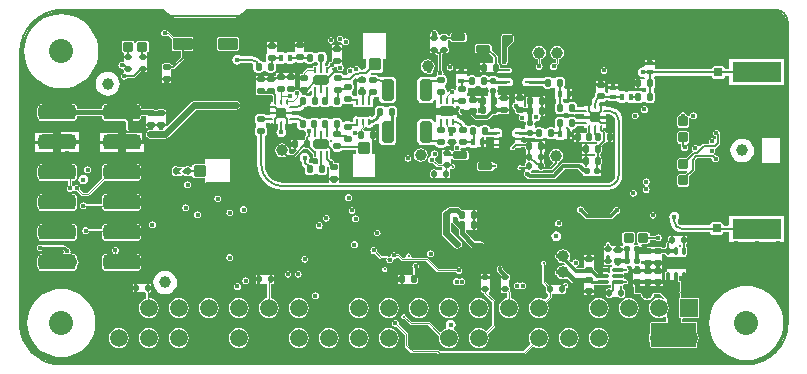
<source format=gtl>
G04*
G04 #@! TF.GenerationSoftware,Altium Limited,CircuitStudio,1.5.2 (30)*
G04*
G04 Layer_Physical_Order=1*
G04 Layer_Color=255*
%FSLAX25Y25*%
%MOIN*%
G70*
G01*
G75*
%ADD10C,0.00768*%
%ADD11C,0.01000*%
%ADD12C,0.00800*%
G04:AMPARAMS|DCode=13|XSize=23.62mil|YSize=17.72mil|CornerRadius=4.43mil|HoleSize=0mil|Usage=FLASHONLY|Rotation=270.000|XOffset=0mil|YOffset=0mil|HoleType=Round|Shape=RoundedRectangle|*
%AMROUNDEDRECTD13*
21,1,0.02362,0.00886,0,0,270.0*
21,1,0.01476,0.01772,0,0,270.0*
1,1,0.00886,-0.00443,-0.00738*
1,1,0.00886,-0.00443,0.00738*
1,1,0.00886,0.00443,0.00738*
1,1,0.00886,0.00443,-0.00738*
%
%ADD13ROUNDEDRECTD13*%
G04:AMPARAMS|DCode=14|XSize=66.93mil|YSize=43.31mil|CornerRadius=4.33mil|HoleSize=0mil|Usage=FLASHONLY|Rotation=180.000|XOffset=0mil|YOffset=0mil|HoleType=Round|Shape=RoundedRectangle|*
%AMROUNDEDRECTD14*
21,1,0.06693,0.03465,0,0,180.0*
21,1,0.05827,0.04331,0,0,180.0*
1,1,0.00866,-0.02913,0.01732*
1,1,0.00866,0.02913,0.01732*
1,1,0.00866,0.02913,-0.01732*
1,1,0.00866,-0.02913,-0.01732*
%
%ADD14ROUNDEDRECTD14*%
G04:AMPARAMS|DCode=15|XSize=25.59mil|YSize=13.78mil|CornerRadius=3.45mil|HoleSize=0mil|Usage=FLASHONLY|Rotation=90.000|XOffset=0mil|YOffset=0mil|HoleType=Round|Shape=RoundedRectangle|*
%AMROUNDEDRECTD15*
21,1,0.02559,0.00689,0,0,90.0*
21,1,0.01870,0.01378,0,0,90.0*
1,1,0.00689,0.00345,0.00935*
1,1,0.00689,0.00345,-0.00935*
1,1,0.00689,-0.00345,-0.00935*
1,1,0.00689,-0.00345,0.00935*
%
%ADD15ROUNDEDRECTD15*%
G04:AMPARAMS|DCode=16|XSize=23.62mil|YSize=19.69mil|CornerRadius=4.92mil|HoleSize=0mil|Usage=FLASHONLY|Rotation=0.000|XOffset=0mil|YOffset=0mil|HoleType=Round|Shape=RoundedRectangle|*
%AMROUNDEDRECTD16*
21,1,0.02362,0.00984,0,0,0.0*
21,1,0.01378,0.01969,0,0,0.0*
1,1,0.00984,0.00689,-0.00492*
1,1,0.00984,-0.00689,-0.00492*
1,1,0.00984,-0.00689,0.00492*
1,1,0.00984,0.00689,0.00492*
%
%ADD16ROUNDEDRECTD16*%
G04:AMPARAMS|DCode=17|XSize=23.62mil|YSize=19.69mil|CornerRadius=4.92mil|HoleSize=0mil|Usage=FLASHONLY|Rotation=270.000|XOffset=0mil|YOffset=0mil|HoleType=Round|Shape=RoundedRectangle|*
%AMROUNDEDRECTD17*
21,1,0.02362,0.00984,0,0,270.0*
21,1,0.01378,0.01969,0,0,270.0*
1,1,0.00984,-0.00492,-0.00689*
1,1,0.00984,-0.00492,0.00689*
1,1,0.00984,0.00492,0.00689*
1,1,0.00984,0.00492,-0.00689*
%
%ADD17ROUNDEDRECTD17*%
%ADD18C,0.03937*%
G04:AMPARAMS|DCode=19|XSize=23.62mil|YSize=17.72mil|CornerRadius=4.43mil|HoleSize=0mil|Usage=FLASHONLY|Rotation=180.000|XOffset=0mil|YOffset=0mil|HoleType=Round|Shape=RoundedRectangle|*
%AMROUNDEDRECTD19*
21,1,0.02362,0.00886,0,0,180.0*
21,1,0.01476,0.01772,0,0,180.0*
1,1,0.00886,-0.00738,0.00443*
1,1,0.00886,0.00738,0.00443*
1,1,0.00886,0.00738,-0.00443*
1,1,0.00886,-0.00738,-0.00443*
%
%ADD19ROUNDEDRECTD19*%
G04:AMPARAMS|DCode=20|XSize=21.65mil|YSize=17.72mil|CornerRadius=4.43mil|HoleSize=0mil|Usage=FLASHONLY|Rotation=270.000|XOffset=0mil|YOffset=0mil|HoleType=Round|Shape=RoundedRectangle|*
%AMROUNDEDRECTD20*
21,1,0.02165,0.00886,0,0,270.0*
21,1,0.01280,0.01772,0,0,270.0*
1,1,0.00886,-0.00443,-0.00640*
1,1,0.00886,-0.00443,0.00640*
1,1,0.00886,0.00443,0.00640*
1,1,0.00886,0.00443,-0.00640*
%
%ADD20ROUNDEDRECTD20*%
G04:AMPARAMS|DCode=21|XSize=37.01mil|YSize=10.63mil|CornerRadius=1.33mil|HoleSize=0mil|Usage=FLASHONLY|Rotation=180.000|XOffset=0mil|YOffset=0mil|HoleType=Round|Shape=RoundedRectangle|*
%AMROUNDEDRECTD21*
21,1,0.03701,0.00797,0,0,180.0*
21,1,0.03435,0.01063,0,0,180.0*
1,1,0.00266,-0.01718,0.00399*
1,1,0.00266,0.01718,0.00399*
1,1,0.00266,0.01718,-0.00399*
1,1,0.00266,-0.01718,-0.00399*
%
%ADD21ROUNDEDRECTD21*%
G04:AMPARAMS|DCode=22|XSize=31.5mil|YSize=31.5mil|CornerRadius=3.15mil|HoleSize=0mil|Usage=FLASHONLY|Rotation=90.000|XOffset=0mil|YOffset=0mil|HoleType=Round|Shape=RoundedRectangle|*
%AMROUNDEDRECTD22*
21,1,0.03150,0.02520,0,0,90.0*
21,1,0.02520,0.03150,0,0,90.0*
1,1,0.00630,0.01260,0.01260*
1,1,0.00630,0.01260,-0.01260*
1,1,0.00630,-0.01260,-0.01260*
1,1,0.00630,-0.01260,0.01260*
%
%ADD22ROUNDEDRECTD22*%
G04:AMPARAMS|DCode=23|XSize=18.11mil|YSize=7.87mil|CornerRadius=3.15mil|HoleSize=0mil|Usage=FLASHONLY|Rotation=90.000|XOffset=0mil|YOffset=0mil|HoleType=Round|Shape=RoundedRectangle|*
%AMROUNDEDRECTD23*
21,1,0.01811,0.00158,0,0,90.0*
21,1,0.01181,0.00787,0,0,90.0*
1,1,0.00630,0.00079,0.00591*
1,1,0.00630,0.00079,-0.00591*
1,1,0.00630,-0.00079,-0.00591*
1,1,0.00630,-0.00079,0.00591*
%
%ADD23ROUNDEDRECTD23*%
G04:AMPARAMS|DCode=24|XSize=18.11mil|YSize=7.87mil|CornerRadius=3.15mil|HoleSize=0mil|Usage=FLASHONLY|Rotation=0.000|XOffset=0mil|YOffset=0mil|HoleType=Round|Shape=RoundedRectangle|*
%AMROUNDEDRECTD24*
21,1,0.01811,0.00158,0,0,0.0*
21,1,0.01181,0.00787,0,0,0.0*
1,1,0.00630,0.00591,-0.00079*
1,1,0.00630,-0.00591,-0.00079*
1,1,0.00630,-0.00591,0.00079*
1,1,0.00630,0.00591,0.00079*
%
%ADD24ROUNDEDRECTD24*%
G04:AMPARAMS|DCode=25|XSize=41.34mil|YSize=86.61mil|CornerRadius=4.13mil|HoleSize=0mil|Usage=FLASHONLY|Rotation=0.000|XOffset=0mil|YOffset=0mil|HoleType=Round|Shape=RoundedRectangle|*
%AMROUNDEDRECTD25*
21,1,0.04134,0.07835,0,0,0.0*
21,1,0.03307,0.08661,0,0,0.0*
1,1,0.00827,0.01654,-0.03917*
1,1,0.00827,-0.01654,-0.03917*
1,1,0.00827,-0.01654,0.03917*
1,1,0.00827,0.01654,0.03917*
%
%ADD25ROUNDEDRECTD25*%
G04:AMPARAMS|DCode=26|XSize=39.37mil|YSize=41.34mil|CornerRadius=3.94mil|HoleSize=0mil|Usage=FLASHONLY|Rotation=0.000|XOffset=0mil|YOffset=0mil|HoleType=Round|Shape=RoundedRectangle|*
%AMROUNDEDRECTD26*
21,1,0.03937,0.03347,0,0,0.0*
21,1,0.03150,0.04134,0,0,0.0*
1,1,0.00787,0.01575,-0.01673*
1,1,0.00787,-0.01575,-0.01673*
1,1,0.00787,-0.01575,0.01673*
1,1,0.00787,0.01575,0.01673*
%
%ADD26ROUNDEDRECTD26*%
G04:AMPARAMS|DCode=27|XSize=41.34mil|YSize=86.61mil|CornerRadius=4.13mil|HoleSize=0mil|Usage=FLASHONLY|Rotation=270.000|XOffset=0mil|YOffset=0mil|HoleType=Round|Shape=RoundedRectangle|*
%AMROUNDEDRECTD27*
21,1,0.04134,0.07835,0,0,270.0*
21,1,0.03307,0.08661,0,0,270.0*
1,1,0.00827,-0.03917,-0.01654*
1,1,0.00827,-0.03917,0.01654*
1,1,0.00827,0.03917,0.01654*
1,1,0.00827,0.03917,-0.01654*
%
%ADD27ROUNDEDRECTD27*%
G04:AMPARAMS|DCode=28|XSize=39.37mil|YSize=41.34mil|CornerRadius=3.94mil|HoleSize=0mil|Usage=FLASHONLY|Rotation=270.000|XOffset=0mil|YOffset=0mil|HoleType=Round|Shape=RoundedRectangle|*
%AMROUNDEDRECTD28*
21,1,0.03937,0.03347,0,0,270.0*
21,1,0.03150,0.04134,0,0,270.0*
1,1,0.00787,-0.01673,-0.01575*
1,1,0.00787,-0.01673,0.01575*
1,1,0.00787,0.01673,0.01575*
1,1,0.00787,0.01673,-0.01575*
%
%ADD28ROUNDEDRECTD28*%
G04:AMPARAMS|DCode=29|XSize=51.18mil|YSize=31.5mil|CornerRadius=4.72mil|HoleSize=0mil|Usage=FLASHONLY|Rotation=180.000|XOffset=0mil|YOffset=0mil|HoleType=Round|Shape=RoundedRectangle|*
%AMROUNDEDRECTD29*
21,1,0.05118,0.02205,0,0,180.0*
21,1,0.04173,0.03150,0,0,180.0*
1,1,0.00945,-0.02087,0.01102*
1,1,0.00945,0.02087,0.01102*
1,1,0.00945,0.02087,-0.01102*
1,1,0.00945,-0.02087,-0.01102*
%
%ADD29ROUNDEDRECTD29*%
G04:AMPARAMS|DCode=30|XSize=21.65mil|YSize=9.84mil|CornerRadius=1.48mil|HoleSize=0mil|Usage=FLASHONLY|Rotation=90.000|XOffset=0mil|YOffset=0mil|HoleType=Round|Shape=RoundedRectangle|*
%AMROUNDEDRECTD30*
21,1,0.02165,0.00689,0,0,90.0*
21,1,0.01870,0.00984,0,0,90.0*
1,1,0.00295,0.00345,0.00935*
1,1,0.00295,0.00345,-0.00935*
1,1,0.00295,-0.00345,-0.00935*
1,1,0.00295,-0.00345,0.00935*
%
%ADD30ROUNDEDRECTD30*%
G04:AMPARAMS|DCode=31|XSize=125.2mil|YSize=50mil|CornerRadius=12.5mil|HoleSize=0mil|Usage=FLASHONLY|Rotation=180.000|XOffset=0mil|YOffset=0mil|HoleType=Round|Shape=RoundedRectangle|*
%AMROUNDEDRECTD31*
21,1,0.12520,0.02500,0,0,180.0*
21,1,0.10020,0.05000,0,0,180.0*
1,1,0.02500,-0.05010,0.01250*
1,1,0.02500,0.05010,0.01250*
1,1,0.02500,0.05010,-0.01250*
1,1,0.02500,-0.05010,-0.01250*
%
%ADD31ROUNDEDRECTD31*%
G04:AMPARAMS|DCode=32|XSize=21.65mil|YSize=17.72mil|CornerRadius=4.43mil|HoleSize=0mil|Usage=FLASHONLY|Rotation=0.000|XOffset=0mil|YOffset=0mil|HoleType=Round|Shape=RoundedRectangle|*
%AMROUNDEDRECTD32*
21,1,0.02165,0.00886,0,0,0.0*
21,1,0.01280,0.01772,0,0,0.0*
1,1,0.00886,0.00640,-0.00443*
1,1,0.00886,-0.00640,-0.00443*
1,1,0.00886,-0.00640,0.00443*
1,1,0.00886,0.00640,0.00443*
%
%ADD32ROUNDEDRECTD32*%
G04:AMPARAMS|DCode=33|XSize=48.43mil|YSize=23.62mil|CornerRadius=2.95mil|HoleSize=0mil|Usage=FLASHONLY|Rotation=0.000|XOffset=0mil|YOffset=0mil|HoleType=Round|Shape=RoundedRectangle|*
%AMROUNDEDRECTD33*
21,1,0.04843,0.01772,0,0,0.0*
21,1,0.04252,0.02362,0,0,0.0*
1,1,0.00591,0.02126,-0.00886*
1,1,0.00591,-0.02126,-0.00886*
1,1,0.00591,-0.02126,0.00886*
1,1,0.00591,0.02126,0.00886*
%
%ADD33ROUNDEDRECTD33*%
%ADD34R,0.16496X0.07008*%
%ADD35R,0.16496X0.10492*%
G04:AMPARAMS|DCode=36|XSize=9.84mil|YSize=29.53mil|CornerRadius=1.48mil|HoleSize=0mil|Usage=FLASHONLY|Rotation=270.000|XOffset=0mil|YOffset=0mil|HoleType=Round|Shape=RoundedRectangle|*
%AMROUNDEDRECTD36*
21,1,0.00984,0.02658,0,0,270.0*
21,1,0.00689,0.02953,0,0,270.0*
1,1,0.00295,-0.01329,-0.00345*
1,1,0.00295,-0.01329,0.00345*
1,1,0.00295,0.01329,0.00345*
1,1,0.00295,0.01329,-0.00345*
%
%ADD36ROUNDEDRECTD36*%
G04:AMPARAMS|DCode=37|XSize=47.24mil|YSize=23.62mil|CornerRadius=3.54mil|HoleSize=0mil|Usage=FLASHONLY|Rotation=270.000|XOffset=0mil|YOffset=0mil|HoleType=Round|Shape=RoundedRectangle|*
%AMROUNDEDRECTD37*
21,1,0.04724,0.01654,0,0,270.0*
21,1,0.04016,0.02362,0,0,270.0*
1,1,0.00709,-0.00827,-0.02008*
1,1,0.00709,-0.00827,0.02008*
1,1,0.00709,0.00827,0.02008*
1,1,0.00709,0.00827,-0.02008*
%
%ADD37ROUNDEDRECTD37*%
G04:AMPARAMS|DCode=38|XSize=14.17mil|YSize=23mil|CornerRadius=0.71mil|HoleSize=0mil|Usage=FLASHONLY|Rotation=180.000|XOffset=0mil|YOffset=0mil|HoleType=Round|Shape=RoundedRectangle|*
%AMROUNDEDRECTD38*
21,1,0.01417,0.02158,0,0,180.0*
21,1,0.01276,0.02300,0,0,180.0*
1,1,0.00142,-0.00638,0.01079*
1,1,0.00142,0.00638,0.01079*
1,1,0.00142,0.00638,-0.01079*
1,1,0.00142,-0.00638,-0.01079*
%
%ADD38ROUNDEDRECTD38*%
G04:AMPARAMS|DCode=39|XSize=14.17mil|YSize=23mil|CornerRadius=0.71mil|HoleSize=0mil|Usage=FLASHONLY|Rotation=90.000|XOffset=0mil|YOffset=0mil|HoleType=Round|Shape=RoundedRectangle|*
%AMROUNDEDRECTD39*
21,1,0.01417,0.02158,0,0,90.0*
21,1,0.01276,0.02300,0,0,90.0*
1,1,0.00142,0.01079,0.00638*
1,1,0.00142,0.01079,-0.00638*
1,1,0.00142,-0.01079,-0.00638*
1,1,0.00142,-0.01079,0.00638*
%
%ADD39ROUNDEDRECTD39*%
G04:AMPARAMS|DCode=40|XSize=27.56mil|YSize=27.56mil|CornerRadius=2.76mil|HoleSize=0mil|Usage=FLASHONLY|Rotation=90.000|XOffset=0mil|YOffset=0mil|HoleType=Round|Shape=RoundedRectangle|*
%AMROUNDEDRECTD40*
21,1,0.02756,0.02205,0,0,90.0*
21,1,0.02205,0.02756,0,0,90.0*
1,1,0.00551,0.01102,0.01102*
1,1,0.00551,0.01102,-0.01102*
1,1,0.00551,-0.01102,-0.01102*
1,1,0.00551,-0.01102,0.01102*
%
%ADD40ROUNDEDRECTD40*%
G04:AMPARAMS|DCode=41|XSize=31.89mil|YSize=36.61mil|CornerRadius=4.78mil|HoleSize=0mil|Usage=FLASHONLY|Rotation=270.000|XOffset=0mil|YOffset=0mil|HoleType=Round|Shape=RoundedRectangle|*
%AMROUNDEDRECTD41*
21,1,0.03189,0.02705,0,0,270.0*
21,1,0.02232,0.03661,0,0,270.0*
1,1,0.00957,-0.01352,-0.01116*
1,1,0.00957,-0.01352,0.01116*
1,1,0.00957,0.01352,0.01116*
1,1,0.00957,0.01352,-0.01116*
%
%ADD41ROUNDEDRECTD41*%
G04:AMPARAMS|DCode=42|XSize=31.89mil|YSize=36.61mil|CornerRadius=4.78mil|HoleSize=0mil|Usage=FLASHONLY|Rotation=180.000|XOffset=0mil|YOffset=0mil|HoleType=Round|Shape=RoundedRectangle|*
%AMROUNDEDRECTD42*
21,1,0.03189,0.02705,0,0,180.0*
21,1,0.02232,0.03661,0,0,180.0*
1,1,0.00957,-0.01116,0.01352*
1,1,0.00957,0.01116,0.01352*
1,1,0.00957,0.01116,-0.01352*
1,1,0.00957,-0.01116,-0.01352*
%
%ADD42ROUNDEDRECTD42*%
G04:AMPARAMS|DCode=43|XSize=64.96mil|YSize=41.34mil|CornerRadius=4.13mil|HoleSize=0mil|Usage=FLASHONLY|Rotation=180.000|XOffset=0mil|YOffset=0mil|HoleType=Round|Shape=RoundedRectangle|*
%AMROUNDEDRECTD43*
21,1,0.06496,0.03307,0,0,180.0*
21,1,0.05669,0.04134,0,0,180.0*
1,1,0.00827,-0.02835,0.01654*
1,1,0.00827,0.02835,0.01654*
1,1,0.00827,0.02835,-0.01654*
1,1,0.00827,-0.02835,-0.01654*
%
%ADD43ROUNDEDRECTD43*%
G04:AMPARAMS|DCode=44|XSize=70.87mil|YSize=40.95mil|CornerRadius=6.14mil|HoleSize=0mil|Usage=FLASHONLY|Rotation=90.000|XOffset=0mil|YOffset=0mil|HoleType=Round|Shape=RoundedRectangle|*
%AMROUNDEDRECTD44*
21,1,0.07087,0.02866,0,0,90.0*
21,1,0.05858,0.04095,0,0,90.0*
1,1,0.01228,0.01433,0.02929*
1,1,0.01228,0.01433,-0.02929*
1,1,0.01228,-0.01433,-0.02929*
1,1,0.01228,-0.01433,0.02929*
%
%ADD44ROUNDEDRECTD44*%
G04:AMPARAMS|DCode=45|XSize=49.02mil|YSize=24.02mil|CornerRadius=3.6mil|HoleSize=0mil|Usage=FLASHONLY|Rotation=90.000|XOffset=0mil|YOffset=0mil|HoleType=Round|Shape=RoundedRectangle|*
%AMROUNDEDRECTD45*
21,1,0.04902,0.01681,0,0,90.0*
21,1,0.04181,0.02402,0,0,90.0*
1,1,0.00721,0.00841,0.02091*
1,1,0.00721,0.00841,-0.02091*
1,1,0.00721,-0.00841,-0.02091*
1,1,0.00721,-0.00841,0.02091*
%
%ADD45ROUNDEDRECTD45*%
%ADD46C,0.01400*%
%ADD47C,0.00400*%
%ADD48C,0.00600*%
%ADD49C,0.00500*%
%ADD50C,0.01200*%
%ADD51C,0.01600*%
%ADD52C,0.02200*%
%ADD53C,0.00350*%
%ADD54C,0.02400*%
%ADD55R,0.01100X0.01500*%
%ADD56R,0.01800X0.01000*%
%ADD57R,0.08700X0.03800*%
%ADD58R,0.01300X0.02000*%
%ADD59R,0.03100X0.02200*%
%ADD60R,0.01700X0.02600*%
%ADD61R,0.01600X0.02600*%
%ADD62R,0.01181X0.01783*%
%ADD63C,0.03819*%
%ADD64C,0.02362*%
%ADD65C,0.05906*%
%ADD66R,0.05906X0.05906*%
%ADD67C,0.08000*%
%ADD68C,0.01000*%
%ADD69C,0.01600*%
%ADD70C,0.05118*%
G36*
X1048995Y817364D02*
X1082175D01*
X1082867Y816672D01*
X1083979Y815819D01*
X1084894Y815440D01*
X1085273Y815283D01*
X1086662Y815100D01*
X1105890D01*
X1107278Y815283D01*
X1108572Y815819D01*
X1109684Y816672D01*
X1110376Y817364D01*
X1286362D01*
X1286471Y817378D01*
X1287353Y817262D01*
X1288277Y816880D01*
X1289070Y816271D01*
X1289678Y815478D01*
X1290061Y814555D01*
X1290177Y813673D01*
X1290162Y813564D01*
Y713281D01*
X1290186Y713103D01*
X1290034Y711177D01*
X1289542Y709125D01*
X1288734Y707174D01*
X1287631Y705375D01*
X1286260Y703770D01*
X1284655Y702399D01*
X1282856Y701296D01*
X1280905Y700488D01*
X1278853Y699996D01*
X1276927Y699844D01*
X1276749Y699867D01*
X1047891Y699867D01*
X1047720Y699845D01*
X1045867Y699991D01*
X1043893Y700465D01*
X1042017Y701242D01*
X1040286Y702302D01*
X1038742Y703621D01*
X1037424Y705165D01*
X1036363Y706896D01*
X1035586Y708771D01*
X1035112Y710745D01*
X1034966Y712599D01*
X1034989Y712769D01*
X1034989Y796470D01*
Y803358D01*
X1034964Y803544D01*
X1035122Y805555D01*
X1035637Y807698D01*
X1036480Y809734D01*
X1037632Y811613D01*
X1039063Y813290D01*
X1040739Y814721D01*
X1042618Y815872D01*
X1044655Y816716D01*
X1046798Y817230D01*
X1048809Y817389D01*
X1048995Y817364D01*
D02*
G37*
%LPC*%
G36*
X1146076Y740553D02*
X1145639Y740466D01*
X1145268Y740219D01*
X1145021Y739848D01*
X1144934Y739411D01*
X1145021Y738974D01*
X1145268Y738604D01*
X1145639Y738356D01*
X1146076Y738269D01*
X1146513Y738356D01*
X1146883Y738604D01*
X1147131Y738974D01*
X1147217Y739411D01*
X1147131Y739848D01*
X1146883Y740219D01*
X1146513Y740466D01*
X1146076Y740553D01*
D02*
G37*
G36*
X1243728Y743622D02*
X1241023D01*
X1240712Y743560D01*
X1240448Y743384D01*
X1240271Y743120D01*
X1240209Y742808D01*
Y740576D01*
X1240271Y740265D01*
X1240448Y740000D01*
X1240683Y739843D01*
X1240683Y739843D01*
X1240712Y739698D01*
X1240459Y739318D01*
X1239943Y739243D01*
X1239776Y739381D01*
Y739381D01*
X1239308D01*
X1239270Y739482D01*
X1239225Y739881D01*
X1239404Y740000D01*
X1239580Y740265D01*
X1239642Y740576D01*
Y742808D01*
X1239580Y743120D01*
X1239404Y743384D01*
X1239139Y743560D01*
X1238828Y743622D01*
X1236123D01*
X1235812Y743560D01*
X1235548Y743384D01*
X1235371Y743120D01*
X1235309Y742808D01*
Y740576D01*
X1235371Y740265D01*
X1235548Y740000D01*
X1235745Y739868D01*
X1235745Y739868D01*
X1235776Y739381D01*
Y739381D01*
X1235776Y739321D01*
Y739296D01*
X1235450Y738931D01*
X1235276Y738931D01*
X1234614D01*
Y738143D01*
X1235374D01*
X1235441Y738143D01*
X1235444D01*
X1235450D01*
X1235858Y737985D01*
Y737582D01*
X1235450Y737356D01*
X1235450D01*
X1235450Y737356D01*
X1235450Y737356D01*
X1232692D01*
X1232532D01*
X1232271Y737773D01*
X1232341Y737924D01*
X1232497Y738143D01*
X1232692D01*
X1233137D01*
Y738931D01*
X1232492D01*
X1232450D01*
X1232379Y738931D01*
X1232292D01*
X1232265D01*
X1232252D01*
X1232251Y738931D01*
X1232185Y738929D01*
X1231892Y738937D01*
X1231581Y739229D01*
X1231512Y739381D01*
Y739381D01*
Y739381D01*
X1231512D01*
X1231448Y739701D01*
X1231364Y739827D01*
X1231267Y739972D01*
X1230995Y740154D01*
X1230676Y740217D01*
X1230356Y740154D01*
X1230084Y739972D01*
X1229987Y739827D01*
X1229903Y739701D01*
X1229840Y739381D01*
X1229840Y739381D01*
Y739381D01*
X1229646Y738956D01*
X1229640Y738943D01*
X1229454Y738855D01*
X1229298Y738781D01*
Y738781D01*
Y738640D01*
X1229292Y738631D01*
X1229219Y738522D01*
X1229160Y738224D01*
Y737338D01*
X1229219Y737041D01*
X1229298Y736922D01*
Y734640D01*
X1229219Y734522D01*
X1229160Y734224D01*
Y733338D01*
X1229219Y733041D01*
X1229298Y732922D01*
Y732781D01*
X1229398D01*
X1229640Y732619D01*
X1229937Y732560D01*
X1231414D01*
X1231711Y732619D01*
X1231801Y732679D01*
X1232019Y732658D01*
X1232092Y732560D01*
X1231869Y732110D01*
X1231796Y732060D01*
X1228895D01*
Y729770D01*
X1227408D01*
X1226002Y731176D01*
X1225850Y731277D01*
Y734356D01*
X1222701D01*
Y731451D01*
X1220439D01*
X1220122Y731822D01*
X1220272Y732318D01*
X1220313Y732326D01*
X1220683Y732574D01*
X1220931Y732944D01*
X1221017Y733381D01*
X1220931Y733818D01*
X1220683Y734189D01*
X1220313Y734436D01*
X1219876Y734523D01*
X1219439Y734436D01*
X1219068Y734189D01*
X1218821Y733818D01*
X1218813Y733778D01*
X1218270Y733613D01*
X1217577Y734307D01*
X1217831Y734688D01*
X1218009Y735581D01*
X1217831Y736474D01*
X1217325Y737231D01*
X1216568Y737737D01*
X1215676Y737914D01*
X1214783Y737737D01*
X1214026Y737231D01*
X1213642Y736657D01*
X1213539Y736636D01*
X1213168Y736389D01*
X1212921Y736018D01*
X1212834Y735581D01*
X1212921Y735144D01*
X1213168Y734774D01*
X1213539Y734526D01*
X1213642Y734506D01*
X1214026Y733931D01*
X1214783Y733425D01*
X1215676Y733248D01*
X1215932Y733299D01*
X1216338Y732893D01*
X1216091Y732432D01*
X1215676Y732514D01*
X1214783Y732337D01*
X1214026Y731831D01*
X1213642Y731257D01*
X1213539Y731236D01*
X1213168Y730989D01*
X1212921Y730618D01*
X1212834Y730181D01*
X1212921Y729744D01*
X1213168Y729374D01*
X1213539Y729126D01*
X1213642Y729106D01*
X1214026Y728531D01*
X1214783Y728025D01*
X1215676Y727848D01*
X1216568Y728025D01*
X1216957Y728285D01*
X1218368Y726874D01*
X1218739Y726626D01*
X1219176Y726539D01*
X1222701D01*
Y724206D01*
X1225850D01*
Y726045D01*
X1227127D01*
X1227178Y726024D01*
X1228895D01*
Y725881D01*
X1231609D01*
Y724830D01*
X1231569Y724797D01*
X1230683D01*
X1230385Y724738D01*
X1230267Y724659D01*
X1230126D01*
Y724559D01*
X1229964Y724317D01*
X1229905Y724019D01*
Y722543D01*
X1229964Y722245D01*
X1230126Y722003D01*
Y721903D01*
X1230267D01*
X1230385Y721824D01*
X1230683Y721765D01*
X1231569D01*
X1231866Y721824D01*
X1231984Y721903D01*
X1234267D01*
X1234385Y721824D01*
X1234683Y721765D01*
X1235569D01*
X1235866Y721824D01*
X1235984Y721903D01*
X1236126D01*
Y722003D01*
X1236287Y722245D01*
X1236346Y722543D01*
Y724019D01*
X1236287Y724317D01*
X1236126Y724559D01*
Y724675D01*
X1236108D01*
X1235995Y724754D01*
X1235721Y725075D01*
X1235762Y725281D01*
X1235698Y725601D01*
X1235912Y726164D01*
X1235920Y726167D01*
X1236206Y726209D01*
X1236526Y726145D01*
X1236845Y726209D01*
X1237117Y726390D01*
X1237298Y726661D01*
X1237362Y726981D01*
X1237298Y727301D01*
X1237117Y727572D01*
X1236845Y727753D01*
X1236526Y727817D01*
X1236206Y727753D01*
X1236178Y727761D01*
X1235952Y728212D01*
X1236064Y728482D01*
Y729280D01*
X1235920Y729626D01*
Y729626D01*
Y729811D01*
X1236311Y730060D01*
X1236421Y730086D01*
X1236626Y730045D01*
X1236946Y730109D01*
X1237217Y730290D01*
X1237398Y730561D01*
X1237462Y730881D01*
X1237398Y731201D01*
X1237291Y731361D01*
X1237217Y731472D01*
X1237216Y731472D01*
X1237135Y731527D01*
X1237007Y732057D01*
X1237021Y732148D01*
X1237200Y732363D01*
X1237200Y732363D01*
X1237545D01*
X1237552Y732365D01*
X1237776Y732181D01*
Y732181D01*
X1238391D01*
X1238777Y731906D01*
X1238777Y731681D01*
Y731118D01*
X1239663D01*
Y731681D01*
Y731728D01*
X1239776Y732181D01*
X1239999Y732365D01*
X1240006Y732363D01*
X1240329D01*
X1240378Y732346D01*
X1240776Y732181D01*
X1241139Y731851D01*
X1241139Y731681D01*
Y731118D01*
X1241726D01*
X1241976Y731118D01*
X1242101D01*
X1242226D01*
X1242476Y731118D01*
X1243063D01*
Y731706D01*
X1243063Y731906D01*
Y732056D01*
Y732206D01*
X1243063Y732406D01*
Y732994D01*
X1242276D01*
X1242226Y732994D01*
X1241776Y733113D01*
Y733181D01*
X1241669D01*
Y733892D01*
X1241726Y733936D01*
X1242226Y733781D01*
Y733781D01*
X1245376D01*
Y733781D01*
X1245626D01*
Y733781D01*
X1248776D01*
Y736386D01*
X1249720D01*
Y736355D01*
X1249771Y736096D01*
X1249918Y735876D01*
X1250138Y735729D01*
X1250276Y735702D01*
Y730610D01*
X1250138Y730583D01*
X1249918Y730436D01*
X1249771Y730216D01*
X1249720Y729957D01*
Y728087D01*
X1249284Y727725D01*
X1248776D01*
Y730331D01*
X1245626D01*
Y730331D01*
X1245376D01*
Y730331D01*
X1242226D01*
Y730331D01*
X1241976D01*
Y730331D01*
X1238826D01*
Y727181D01*
X1238884D01*
Y726394D01*
X1238826D01*
Y725606D01*
X1238876D01*
X1239229Y725253D01*
X1239229Y723205D01*
X1239229Y723205D01*
D01*
X1239229Y723205D01*
Y723205D01*
X1239229Y723205D01*
Y723204D01*
X1239277Y723088D01*
X1239330Y722960D01*
X1239330Y722960D01*
X1239330Y722960D01*
X1239331Y722959D01*
X1239386Y722936D01*
X1239452Y722909D01*
X1239452Y722908D01*
X1239487Y722894D01*
X1239551Y722867D01*
X1239574Y722858D01*
X1239574Y722857D01*
X1239585Y722857D01*
X1241508Y722851D01*
X1241620Y722288D01*
X1242126Y721531D01*
X1242883Y721025D01*
X1243776Y720848D01*
X1244668Y721025D01*
X1245426Y721531D01*
X1245931Y722288D01*
X1246040Y722835D01*
X1248095Y722828D01*
X1249297Y721652D01*
X1249016Y721227D01*
X1248430Y721470D01*
X1247576Y721582D01*
X1246721Y721470D01*
X1245925Y721140D01*
X1245241Y720615D01*
X1244717Y719932D01*
X1244387Y719136D01*
X1244275Y718281D01*
X1244387Y717427D01*
X1244717Y716631D01*
X1245241Y715947D01*
X1245925Y715422D01*
X1246721Y715093D01*
X1247576Y714980D01*
X1248430Y715093D01*
X1249226Y715422D01*
X1249598Y715708D01*
X1250101Y715464D01*
X1250120Y713983D01*
X1249769Y713627D01*
X1245076D01*
X1244831Y713526D01*
X1244729Y713281D01*
Y709948D01*
X1244717Y709932D01*
X1244387Y709135D01*
X1244275Y708281D01*
X1244387Y707427D01*
X1244717Y706631D01*
X1244729Y706614D01*
Y705381D01*
X1244831Y705136D01*
X1245076Y705035D01*
X1247161D01*
X1247576Y704980D01*
X1247991Y705035D01*
X1257161D01*
X1257576Y704980D01*
X1257990Y705035D01*
X1260076D01*
X1260320Y705136D01*
X1260422Y705381D01*
Y706614D01*
X1260434Y706631D01*
X1260764Y707427D01*
X1260877Y708281D01*
X1260764Y709135D01*
X1260434Y709932D01*
X1260422Y709948D01*
Y711381D01*
Y713281D01*
X1260320Y713526D01*
X1260076Y713627D01*
X1255180D01*
X1255164Y714652D01*
X1255515Y715008D01*
X1260848D01*
Y721554D01*
X1255443D01*
X1255379Y721588D01*
X1255059Y721902D01*
X1255048Y721916D01*
X1255040Y722428D01*
X1255039Y722788D01*
X1255000Y722881D01*
X1254981Y722979D01*
X1254847Y723179D01*
X1254787Y723481D01*
X1254847Y723783D01*
X1254975Y723975D01*
X1254995Y724075D01*
X1255033Y724169D01*
X1255029Y725252D01*
X1254990Y725345D01*
X1254971Y725443D01*
X1254947Y725479D01*
X1254887Y725781D01*
X1254947Y726083D01*
X1254967Y726113D01*
X1254986Y726212D01*
X1255025Y726306D01*
X1255022Y727082D01*
X1254971Y727203D01*
X1254922Y727324D01*
X1254920Y727325D01*
X1254920Y727327D01*
X1254798Y727377D01*
X1254678Y727427D01*
X1254315Y727430D01*
X1254314Y727431D01*
Y728041D01*
X1254323Y728087D01*
Y729022D01*
X1256476D01*
Y735737D01*
X1256683Y735876D01*
X1256830Y736096D01*
X1256882Y736355D01*
Y738225D01*
X1256830Y738484D01*
X1256683Y738704D01*
X1256477Y738842D01*
Y739406D01*
X1256566Y739424D01*
X1256684Y739503D01*
X1256826D01*
Y739603D01*
X1256987Y739845D01*
X1257046Y740143D01*
Y741619D01*
X1256987Y741917D01*
X1256826Y742159D01*
Y742259D01*
X1256684D01*
X1256566Y742338D01*
X1256269Y742397D01*
X1255383D01*
X1255085Y742338D01*
X1254967Y742259D01*
X1252684D01*
X1252566Y742338D01*
X1252269Y742397D01*
X1251383D01*
X1251085Y742338D01*
X1250967Y742259D01*
X1250826D01*
Y742159D01*
X1250664Y741917D01*
X1250605Y741619D01*
Y740554D01*
X1250295Y740244D01*
X1250158Y740039D01*
X1250110Y739797D01*
Y738832D01*
X1249918Y738704D01*
X1249771Y738484D01*
X1249727Y738262D01*
X1248776D01*
Y738506D01*
X1248320D01*
X1248207Y738582D01*
X1247890Y738645D01*
X1246512D01*
X1246195Y738582D01*
X1246081Y738506D01*
X1245577D01*
Y738506D01*
X1245376Y738506D01*
X1244885Y738529D01*
X1244807Y738582D01*
X1244490Y738645D01*
X1243708D01*
X1243703Y738647D01*
X1243445Y738699D01*
X1243376Y738728D01*
X1242129D01*
X1241776Y739081D01*
Y739262D01*
X1241776Y739381D01*
X1242063Y739762D01*
X1243728D01*
X1244040Y739824D01*
X1244304Y740000D01*
X1244480Y740265D01*
X1244542Y740576D01*
Y740958D01*
X1246512D01*
X1246568Y740874D01*
X1246939Y740626D01*
X1247376Y740539D01*
X1247813Y740626D01*
X1248183Y740874D01*
X1248431Y741244D01*
X1248518Y741681D01*
X1248431Y742118D01*
X1248183Y742489D01*
X1247813Y742736D01*
X1247376Y742823D01*
X1246939Y742736D01*
X1246568Y742489D01*
X1246527Y742426D01*
X1244542D01*
Y742808D01*
X1244480Y743120D01*
X1244304Y743384D01*
X1244040Y743560D01*
X1243728Y743622D01*
D02*
G37*
G36*
X1180457Y752023D02*
X1177976D01*
X1177539Y751936D01*
X1177168Y751689D01*
X1176694Y751215D01*
X1176182Y751113D01*
X1175680Y750777D01*
X1175344Y750274D01*
X1175226Y749681D01*
Y743181D01*
X1175344Y742588D01*
X1175680Y742085D01*
X1179280Y738485D01*
X1179782Y738149D01*
X1180376Y738031D01*
X1180969Y738149D01*
X1181472Y738485D01*
X1181807Y738988D01*
X1181925Y739581D01*
X1181807Y740174D01*
X1181472Y740677D01*
X1178325Y743823D01*
Y746486D01*
X1178825Y746637D01*
X1178968Y746424D01*
X1180826Y744566D01*
Y744356D01*
X1180865D01*
Y743150D01*
X1180952Y742713D01*
X1181200Y742342D01*
X1184968Y738574D01*
X1185339Y738326D01*
X1185776Y738239D01*
X1188276D01*
X1188713Y738326D01*
X1189083Y738574D01*
X1189331Y738944D01*
X1189417Y739381D01*
X1189331Y739818D01*
X1189083Y740189D01*
X1188713Y740436D01*
X1188276Y740523D01*
X1186249D01*
X1183149Y743623D01*
Y744356D01*
X1185550D01*
Y747506D01*
X1185550D01*
Y747756D01*
X1185550D01*
Y750906D01*
X1182401D01*
X1182401Y750906D01*
Y750906D01*
X1182401Y750906D01*
X1181944Y751009D01*
X1181265Y751689D01*
X1180894Y751936D01*
X1180457Y752023D01*
D02*
G37*
G36*
X1225850Y735931D02*
X1225014D01*
Y735143D01*
X1225850D01*
Y735931D01*
D02*
G37*
G36*
X1171476Y737511D02*
X1171039Y737424D01*
X1170668Y737177D01*
X1170421Y736806D01*
X1170334Y736369D01*
X1170421Y735932D01*
X1170668Y735562D01*
X1171039Y735314D01*
X1171476Y735227D01*
X1171913Y735314D01*
X1172283Y735562D01*
X1172531Y735932D01*
X1172618Y736369D01*
X1172531Y736806D01*
X1172283Y737177D01*
X1171913Y737424D01*
X1171476Y737511D01*
D02*
G37*
G36*
X1252676Y750312D02*
X1252051Y750188D01*
X1251522Y749835D01*
X1251168Y749305D01*
X1251044Y748681D01*
X1251168Y748057D01*
X1251390Y747725D01*
X1251460Y747254D01*
X1251460D01*
X1251588Y746278D01*
X1251965Y745368D01*
X1252564Y744587D01*
X1253345Y743988D01*
X1254255Y743611D01*
X1255231Y743482D01*
Y743491D01*
X1264728D01*
X1264771Y743275D01*
X1265009Y742919D01*
X1265365Y742681D01*
X1265784Y742598D01*
X1267989D01*
X1268409Y742681D01*
X1268764Y742919D01*
X1269002Y743275D01*
X1269045Y743491D01*
X1271126D01*
Y740394D01*
X1289222D01*
Y749002D01*
X1271126D01*
Y745905D01*
X1269084D01*
X1269002Y746319D01*
X1268764Y746675D01*
X1268409Y746912D01*
X1267989Y746996D01*
X1265784D01*
X1265365Y746912D01*
X1265009Y746675D01*
X1264771Y746319D01*
X1264689Y745905D01*
X1255231D01*
Y745906D01*
X1254715Y746009D01*
X1254278Y746301D01*
X1253986Y746738D01*
X1253883Y747254D01*
X1253959Y747722D01*
X1254183Y748057D01*
X1254307Y748681D01*
X1254183Y749305D01*
X1253829Y749835D01*
X1253300Y750188D01*
X1252676Y750312D01*
D02*
G37*
G36*
X1187125Y745193D02*
X1186338D01*
Y744356D01*
X1187125D01*
Y745193D01*
D02*
G37*
G36*
X1134376Y746923D02*
X1133939Y746836D01*
X1133568Y746589D01*
X1133321Y746218D01*
X1133234Y745781D01*
X1133321Y745344D01*
X1133568Y744974D01*
X1133939Y744726D01*
X1134376Y744639D01*
X1134813Y744726D01*
X1135183Y744974D01*
X1135431Y745344D01*
X1135518Y745781D01*
X1135431Y746218D01*
X1135183Y746589D01*
X1134813Y746836D01*
X1134376Y746923D01*
D02*
G37*
G36*
X1153676Y744423D02*
X1153239Y744336D01*
X1152868Y744089D01*
X1152621Y743718D01*
X1152534Y743281D01*
X1152621Y742844D01*
X1152868Y742474D01*
X1153239Y742226D01*
X1153676Y742139D01*
X1154113Y742226D01*
X1154483Y742474D01*
X1154731Y742844D01*
X1154817Y743281D01*
X1154731Y743718D01*
X1154483Y744089D01*
X1154113Y744336D01*
X1153676Y744423D01*
D02*
G37*
G36*
X1051995Y746329D02*
X1041975D01*
X1041363Y746207D01*
X1040843Y745860D01*
X1040496Y745340D01*
X1040374Y744728D01*
Y742228D01*
X1040496Y741615D01*
X1040843Y741096D01*
X1041363Y740749D01*
X1041975Y740627D01*
X1051995D01*
X1052608Y740749D01*
X1053127Y741096D01*
X1053474Y741615D01*
X1053596Y742228D01*
Y744728D01*
X1053474Y745340D01*
X1053127Y745860D01*
X1052608Y746207D01*
X1051995Y746329D01*
D02*
G37*
G36*
X1213377Y743896D02*
X1212753Y743772D01*
X1212224Y743418D01*
X1211870Y742889D01*
X1211746Y742264D01*
X1211870Y741640D01*
X1212224Y741111D01*
X1212753Y740757D01*
X1213377Y740633D01*
X1214001Y740757D01*
X1214531Y741111D01*
X1214884Y741640D01*
X1215009Y742264D01*
X1214884Y742889D01*
X1214531Y743418D01*
X1214001Y743772D01*
X1213377Y743896D01*
D02*
G37*
G36*
X1223537Y735931D02*
X1222652D01*
Y735143D01*
X1223537D01*
Y735931D01*
D02*
G37*
G36*
X1152526Y738623D02*
X1152089Y738536D01*
X1151718Y738289D01*
X1151471Y737918D01*
X1151384Y737481D01*
X1151471Y737044D01*
X1151718Y736674D01*
X1152089Y736426D01*
X1152526Y736339D01*
X1152814Y736397D01*
X1154508Y734703D01*
X1154906Y734538D01*
X1156522D01*
X1156735Y734326D01*
X1156821Y733894D01*
X1157068Y733524D01*
X1157439Y733276D01*
X1157876Y733189D01*
X1158313Y733276D01*
X1158683Y733524D01*
X1158931Y733894D01*
X1158989Y734186D01*
X1159142Y734428D01*
X1159459Y734676D01*
X1159713Y734726D01*
X1160083Y734974D01*
X1160090Y734983D01*
X1160680Y735031D01*
X1161578Y734133D01*
X1161976Y733968D01*
X1161976Y733968D01*
X1169942D01*
X1173528Y730383D01*
X1173926Y730218D01*
X1180005D01*
X1180168Y729974D01*
X1180539Y729726D01*
X1180976Y729639D01*
X1181413Y729726D01*
X1181783Y729974D01*
X1182031Y730344D01*
X1182117Y730781D01*
X1182031Y731218D01*
X1181783Y731589D01*
X1181413Y731836D01*
X1180976Y731923D01*
X1180539Y731836D01*
X1180168Y731589D01*
X1180005Y731344D01*
X1174159D01*
X1170574Y734929D01*
X1170176Y735094D01*
X1165305D01*
X1165217Y735161D01*
X1164946Y735594D01*
X1164970Y735718D01*
X1164907Y736038D01*
X1164725Y736309D01*
X1164454Y736491D01*
X1164134Y736554D01*
X1163814Y736491D01*
X1163543Y736309D01*
X1163362Y736038D01*
X1163298Y735718D01*
X1163323Y735594D01*
X1163052Y735161D01*
X1162964Y735094D01*
X1162209D01*
X1161124Y736179D01*
X1160726Y736344D01*
X1160246D01*
X1160083Y736589D01*
X1159713Y736836D01*
X1159276Y736923D01*
X1158839Y736836D01*
X1158468Y736589D01*
X1158221Y736218D01*
X1158162Y735926D01*
X1158009Y735684D01*
X1157692Y735437D01*
X1157439Y735386D01*
X1157335Y735317D01*
X1157154Y735499D01*
X1156756Y735664D01*
X1155139D01*
X1153610Y737192D01*
X1153668Y737481D01*
X1153581Y737918D01*
X1153333Y738289D01*
X1152963Y738536D01*
X1152526Y738623D01*
D02*
G37*
G36*
X1156205Y732000D02*
X1155885Y731936D01*
X1155614Y731755D01*
X1155433Y731484D01*
X1155369Y731164D01*
X1155433Y730844D01*
X1155614Y730573D01*
X1155885Y730391D01*
X1156205Y730328D01*
X1156525Y730391D01*
X1156796Y730573D01*
X1156977Y730844D01*
X1157041Y731164D01*
X1156977Y731484D01*
X1156796Y731755D01*
X1156525Y731936D01*
X1156205Y732000D01*
D02*
G37*
G36*
X1191154Y729481D02*
X1190366D01*
Y728891D01*
X1191154D01*
Y729481D01*
D02*
G37*
G36*
X1161513Y729356D02*
X1160726D01*
Y728519D01*
X1161513D01*
Y729356D01*
D02*
G37*
G36*
X1189185Y729481D02*
X1188398D01*
Y728891D01*
X1189185D01*
Y729481D01*
D02*
G37*
G36*
X1041276Y739473D02*
X1040839Y739386D01*
X1040468Y739139D01*
X1040221Y738768D01*
X1040134Y738331D01*
X1040221Y737894D01*
X1040468Y737524D01*
X1040839Y737276D01*
X1041276Y737189D01*
X1041713Y737276D01*
X1042040Y737495D01*
X1048979D01*
X1049244Y737231D01*
X1049321Y736844D01*
X1049331Y736829D01*
X1049064Y736329D01*
X1041975D01*
X1041363Y736207D01*
X1040843Y735860D01*
X1040496Y735340D01*
X1040374Y734728D01*
Y732228D01*
X1040496Y731615D01*
X1040843Y731096D01*
X1041363Y730749D01*
X1041975Y730627D01*
X1051995D01*
X1052608Y730749D01*
X1053127Y731096D01*
X1053474Y731615D01*
X1053596Y732228D01*
Y732518D01*
X1053824Y732670D01*
X1054072Y733041D01*
X1054158Y733478D01*
X1054072Y733915D01*
X1053824Y734285D01*
X1053596Y734438D01*
Y734728D01*
X1053474Y735340D01*
X1053127Y735860D01*
X1052608Y736207D01*
X1051995Y736329D01*
X1051688D01*
X1051420Y736829D01*
X1051431Y736844D01*
X1051517Y737281D01*
X1051431Y737718D01*
X1051183Y738089D01*
X1050813Y738336D01*
X1050426Y738413D01*
X1049917Y738922D01*
X1049646Y739104D01*
X1049326Y739167D01*
X1042040D01*
X1041713Y739386D01*
X1041276Y739473D01*
D02*
G37*
G36*
X1129576Y735723D02*
X1129139Y735636D01*
X1128768Y735389D01*
X1128521Y735018D01*
X1128434Y734581D01*
X1128521Y734144D01*
X1128768Y733774D01*
X1129139Y733526D01*
X1129576Y733439D01*
X1130013Y733526D01*
X1130383Y733774D01*
X1130631Y734144D01*
X1130717Y734581D01*
X1130631Y735018D01*
X1130383Y735389D01*
X1130013Y735636D01*
X1129576Y735723D01*
D02*
G37*
G36*
X1104576Y736223D02*
X1104139Y736136D01*
X1103768Y735889D01*
X1103521Y735518D01*
X1103434Y735081D01*
X1103521Y734644D01*
X1103768Y734274D01*
X1104139Y734026D01*
X1104576Y733939D01*
X1105013Y734026D01*
X1105383Y734274D01*
X1105631Y734644D01*
X1105717Y735081D01*
X1105631Y735518D01*
X1105383Y735889D01*
X1105013Y736136D01*
X1104576Y736223D01*
D02*
G37*
G36*
X1245626Y732994D02*
X1245525D01*
X1245425D01*
X1245126Y732994D01*
X1244539D01*
Y732406D01*
X1244539Y732206D01*
Y732056D01*
Y731906D01*
X1244539Y731706D01*
Y731118D01*
X1245126D01*
X1245376Y731118D01*
X1245501D01*
X1245626D01*
X1245876Y731118D01*
X1246463D01*
Y731706D01*
X1246463Y731906D01*
Y732056D01*
Y732206D01*
X1246463Y732406D01*
Y732994D01*
X1245925D01*
X1245626Y732994D01*
D02*
G37*
G36*
X1066416Y738756D02*
X1065979Y738669D01*
X1065608Y738421D01*
X1065361Y738051D01*
X1065274Y737614D01*
X1065361Y737177D01*
X1065593Y736829D01*
X1065567Y736701D01*
X1065423Y736329D01*
X1063471D01*
X1062859Y736207D01*
X1062339Y735860D01*
X1061992Y735340D01*
X1061870Y734728D01*
Y732228D01*
X1061992Y731615D01*
X1062339Y731096D01*
X1062859Y730749D01*
X1063471Y730627D01*
X1073491D01*
X1074104Y730749D01*
X1074623Y731096D01*
X1074970Y731615D01*
X1075092Y732228D01*
Y734728D01*
X1074970Y735340D01*
X1074623Y735860D01*
X1074104Y736207D01*
X1073491Y736329D01*
X1067408D01*
X1067264Y736701D01*
X1067238Y736829D01*
X1067471Y737177D01*
X1067558Y737614D01*
X1067471Y738051D01*
X1067223Y738421D01*
X1066853Y738669D01*
X1066416Y738756D01*
D02*
G37*
G36*
X1248776Y732994D02*
X1247939D01*
Y732406D01*
X1247939Y732206D01*
Y732056D01*
Y731906D01*
X1247939Y731706D01*
Y731118D01*
X1248776D01*
Y731706D01*
X1248776Y731906D01*
Y732056D01*
Y732206D01*
X1248776Y732406D01*
Y732994D01*
D02*
G37*
G36*
X1073491Y756329D02*
X1063471D01*
X1062859Y756207D01*
X1062339Y755860D01*
X1061992Y755340D01*
X1061870Y754728D01*
Y752911D01*
X1056754D01*
X1056572Y753183D01*
X1056202Y753431D01*
X1055765Y753517D01*
X1055328Y753431D01*
X1054957Y753183D01*
X1054710Y752813D01*
X1054623Y752376D01*
X1054710Y751939D01*
X1054957Y751568D01*
X1055328Y751321D01*
X1055765Y751234D01*
X1056202Y751321D01*
X1056572Y751568D01*
X1056754Y751840D01*
X1061948D01*
X1061992Y751615D01*
X1062339Y751096D01*
X1062859Y750749D01*
X1063471Y750627D01*
X1073491D01*
X1074104Y750749D01*
X1074623Y751096D01*
X1074970Y751615D01*
X1075092Y752228D01*
Y754728D01*
X1074970Y755340D01*
X1074623Y755860D01*
X1074104Y756207D01*
X1073491Y756329D01*
D02*
G37*
G36*
X1100576Y755823D02*
X1100139Y755736D01*
X1099768Y755489D01*
X1099521Y755118D01*
X1099434Y754681D01*
X1099521Y754244D01*
X1099768Y753874D01*
X1100139Y753626D01*
X1100576Y753539D01*
X1101013Y753626D01*
X1101383Y753874D01*
X1101631Y754244D01*
X1101717Y754681D01*
X1101631Y755118D01*
X1101383Y755489D01*
X1101013Y755736D01*
X1100576Y755823D01*
D02*
G37*
G36*
X1051995Y756329D02*
X1041975D01*
X1041363Y756207D01*
X1040843Y755860D01*
X1040496Y755340D01*
X1040374Y754728D01*
Y752228D01*
X1040496Y751615D01*
X1040843Y751096D01*
X1041363Y750749D01*
X1041975Y750627D01*
X1051995D01*
X1052608Y750749D01*
X1053127Y751096D01*
X1053474Y751615D01*
X1053596Y752228D01*
Y754728D01*
X1053474Y755340D01*
X1053127Y755860D01*
X1052608Y756207D01*
X1051995Y756329D01*
D02*
G37*
G36*
X1187125Y750906D02*
X1186338D01*
Y750069D01*
X1187125D01*
Y750906D01*
D02*
G37*
G36*
X1089890Y752839D02*
X1089452Y752752D01*
X1089082Y752505D01*
X1088834Y752134D01*
X1088748Y751697D01*
X1088834Y751260D01*
X1089082Y750890D01*
X1089452Y750642D01*
X1089890Y750555D01*
X1090326Y750642D01*
X1090697Y750890D01*
X1090945Y751260D01*
X1091031Y751697D01*
X1090945Y752134D01*
X1090697Y752505D01*
X1090326Y752752D01*
X1089890Y752839D01*
D02*
G37*
G36*
X1144139Y756221D02*
X1143702Y756134D01*
X1143332Y755887D01*
X1143084Y755516D01*
X1142997Y755079D01*
X1143084Y754642D01*
X1143332Y754272D01*
X1143702Y754024D01*
X1144139Y753937D01*
X1144576Y754024D01*
X1144947Y754272D01*
X1145194Y754642D01*
X1145281Y755079D01*
X1145194Y755516D01*
X1144947Y755887D01*
X1144576Y756134D01*
X1144139Y756221D01*
D02*
G37*
G36*
X1090512Y760523D02*
X1090075Y760436D01*
X1089704Y760189D01*
X1089457Y759818D01*
X1089370Y759381D01*
X1089457Y758944D01*
X1089704Y758574D01*
X1090075Y758326D01*
X1090512Y758239D01*
X1090949Y758326D01*
X1091319Y758574D01*
X1091567Y758944D01*
X1091654Y759381D01*
X1091567Y759818D01*
X1091319Y760189D01*
X1090949Y760436D01*
X1090512Y760523D01*
D02*
G37*
G36*
X1055726Y762712D02*
X1055101Y762588D01*
X1054572Y762235D01*
X1054218Y761705D01*
X1054094Y761081D01*
X1054218Y760457D01*
X1054572Y759928D01*
X1055101Y759574D01*
X1055726Y759450D01*
X1056350Y759574D01*
X1056879Y759928D01*
X1057233Y760457D01*
X1057357Y761081D01*
X1057233Y761705D01*
X1056879Y762235D01*
X1056350Y762588D01*
X1055726Y762712D01*
D02*
G37*
G36*
X1073491Y766329D02*
X1063471D01*
X1062859Y766207D01*
X1062339Y765860D01*
X1061992Y765341D01*
X1061870Y764728D01*
Y762228D01*
X1061992Y761615D01*
X1062036Y761550D01*
X1057203Y756717D01*
X1055597D01*
X1054502Y757812D01*
X1054527Y757850D01*
X1054614Y758287D01*
X1054527Y758724D01*
X1054280Y759094D01*
X1053909Y759342D01*
X1053472Y759429D01*
X1053035Y759342D01*
X1052665Y759094D01*
X1052160Y759073D01*
X1051838Y759330D01*
Y760627D01*
X1051995D01*
X1052608Y760749D01*
X1053127Y761096D01*
X1053474Y761615D01*
X1053596Y762228D01*
Y764728D01*
X1053474Y765341D01*
X1053127Y765860D01*
X1052608Y766207D01*
X1051995Y766329D01*
X1041975D01*
X1041363Y766207D01*
X1040843Y765860D01*
X1040496Y765341D01*
X1040374Y764728D01*
Y762228D01*
X1040496Y761615D01*
X1040843Y761096D01*
X1041363Y760749D01*
X1041975Y760627D01*
X1050713D01*
Y759102D01*
X1050468Y758939D01*
X1050221Y758568D01*
X1050134Y758131D01*
X1050221Y757694D01*
X1050468Y757324D01*
X1050839Y757076D01*
X1051276Y756989D01*
X1051713Y757076D01*
X1052083Y757324D01*
X1052125Y757387D01*
X1052663Y757479D01*
X1052719Y757443D01*
X1053035Y757232D01*
X1053472Y757145D01*
X1053624Y757175D01*
X1054997Y755802D01*
X1055376Y755645D01*
X1057424D01*
X1057803Y755802D01*
X1062794Y760792D01*
X1062859Y760749D01*
X1063471Y760627D01*
X1073491D01*
X1074104Y760749D01*
X1074623Y761096D01*
X1074970Y761615D01*
X1075092Y762228D01*
Y764728D01*
X1074970Y765341D01*
X1074623Y765860D01*
X1074104Y766207D01*
X1073491Y766329D01*
D02*
G37*
G36*
X1239076Y757723D02*
X1238639Y757636D01*
X1238268Y757389D01*
X1238021Y757018D01*
X1237934Y756581D01*
X1238021Y756144D01*
X1238268Y755774D01*
X1238639Y755526D01*
X1239076Y755439D01*
X1239513Y755526D01*
X1239883Y755774D01*
X1240131Y756144D01*
X1240217Y756581D01*
X1240131Y757018D01*
X1239883Y757389D01*
X1239513Y757636D01*
X1239076Y757723D01*
D02*
G37*
G36*
X1243376Y761523D02*
X1242939Y761436D01*
X1242568Y761189D01*
X1242321Y760818D01*
X1242234Y760381D01*
X1242321Y759944D01*
X1242568Y759574D01*
X1242916Y759341D01*
X1242939Y759181D01*
Y758981D01*
X1242916Y758821D01*
X1242568Y758589D01*
X1242321Y758218D01*
X1242234Y757781D01*
X1242321Y757344D01*
X1242568Y756974D01*
X1242939Y756726D01*
X1243376Y756639D01*
X1243813Y756726D01*
X1244183Y756974D01*
X1244431Y757344D01*
X1244518Y757781D01*
X1244431Y758218D01*
X1244183Y758589D01*
X1243835Y758821D01*
X1243813Y758981D01*
Y759181D01*
X1243835Y759341D01*
X1244183Y759574D01*
X1244431Y759944D01*
X1244518Y760381D01*
X1244431Y760818D01*
X1244183Y761189D01*
X1243813Y761436D01*
X1243376Y761523D01*
D02*
G37*
G36*
X1109176Y752223D02*
X1108739Y752136D01*
X1108368Y751889D01*
X1108121Y751518D01*
X1108034Y751081D01*
X1108121Y750644D01*
X1108368Y750274D01*
X1108739Y750026D01*
X1109176Y749939D01*
X1109613Y750026D01*
X1109983Y750274D01*
X1110231Y750644D01*
X1110318Y751081D01*
X1110231Y751518D01*
X1109983Y751889D01*
X1109613Y752136D01*
X1109176Y752223D01*
D02*
G37*
G36*
X1187125Y748593D02*
X1186338D01*
Y748055D01*
X1186338Y747756D01*
Y747656D01*
Y747555D01*
X1186338Y747256D01*
Y746669D01*
X1187125D01*
Y747256D01*
X1187125Y747555D01*
Y747656D01*
Y747756D01*
X1187125Y748055D01*
Y748593D01*
D02*
G37*
G36*
X1146476Y749123D02*
X1146039Y749036D01*
X1145668Y748789D01*
X1145421Y748418D01*
X1145334Y747981D01*
X1145421Y747544D01*
X1145668Y747174D01*
X1146039Y746926D01*
X1146476Y746839D01*
X1146913Y746926D01*
X1147283Y747174D01*
X1147531Y747544D01*
X1147618Y747981D01*
X1147531Y748418D01*
X1147283Y748789D01*
X1146913Y749036D01*
X1146476Y749123D01*
D02*
G37*
G36*
X1214165Y747681D02*
X1213728Y747594D01*
X1213357Y747346D01*
X1213110Y746976D01*
X1213023Y746539D01*
X1213110Y746102D01*
X1213357Y745731D01*
X1213728Y745484D01*
X1214165Y745397D01*
X1214602Y745484D01*
X1214972Y745731D01*
X1215220Y746102D01*
X1215306Y746539D01*
X1215220Y746976D01*
X1214972Y747346D01*
X1214602Y747594D01*
X1214165Y747681D01*
D02*
G37*
G36*
X1073491Y746329D02*
X1063471D01*
X1062859Y746207D01*
X1062339Y745860D01*
X1061992Y745340D01*
X1061870Y744728D01*
Y744644D01*
X1057541D01*
X1057359Y744915D01*
X1056989Y745163D01*
X1056552Y745250D01*
X1056115Y745163D01*
X1055744Y744915D01*
X1055497Y744545D01*
X1055410Y744108D01*
X1055497Y743671D01*
X1055744Y743300D01*
X1056115Y743053D01*
X1056552Y742966D01*
X1056989Y743053D01*
X1057359Y743300D01*
X1057541Y743572D01*
X1061870D01*
Y742228D01*
X1061992Y741615D01*
X1062339Y741096D01*
X1062859Y740749D01*
X1063471Y740627D01*
X1073491D01*
X1074104Y740749D01*
X1074623Y741096D01*
X1074970Y741615D01*
X1075092Y742228D01*
Y744728D01*
X1074970Y745340D01*
X1074623Y745860D01*
X1074104Y746207D01*
X1073491Y746329D01*
D02*
G37*
G36*
X1078747Y747169D02*
X1078310Y747082D01*
X1077939Y746835D01*
X1077692Y746464D01*
X1077605Y746027D01*
X1077692Y745590D01*
X1077939Y745220D01*
X1078310Y744972D01*
X1078747Y744885D01*
X1079184Y744972D01*
X1079554Y745220D01*
X1079802Y745590D01*
X1079889Y746027D01*
X1079802Y746464D01*
X1079554Y746835D01*
X1079184Y747082D01*
X1078747Y747169D01*
D02*
G37*
G36*
X1136666Y749383D02*
X1136229Y749296D01*
X1135858Y749049D01*
X1135611Y748678D01*
X1135524Y748241D01*
X1135611Y747804D01*
X1135858Y747434D01*
X1136229Y747186D01*
X1136666Y747099D01*
X1137103Y747186D01*
X1137473Y747434D01*
X1137721Y747804D01*
X1137807Y748241D01*
X1137721Y748678D01*
X1137473Y749049D01*
X1137103Y749296D01*
X1136666Y749383D01*
D02*
G37*
G36*
X1104576Y751123D02*
X1104139Y751036D01*
X1103768Y750789D01*
X1103521Y750418D01*
X1103434Y749981D01*
X1103521Y749544D01*
X1103768Y749174D01*
X1104139Y748926D01*
X1104576Y748839D01*
X1105013Y748926D01*
X1105383Y749174D01*
X1105631Y749544D01*
X1105717Y749981D01*
X1105631Y750418D01*
X1105383Y750789D01*
X1105013Y751036D01*
X1104576Y751123D01*
D02*
G37*
G36*
X1145276Y751923D02*
X1144839Y751836D01*
X1144468Y751589D01*
X1144221Y751218D01*
X1144134Y750781D01*
X1144221Y750344D01*
X1144468Y749974D01*
X1144839Y749726D01*
X1145276Y749639D01*
X1145713Y749726D01*
X1146083Y749974D01*
X1146331Y750344D01*
X1146418Y750781D01*
X1146331Y751218D01*
X1146083Y751589D01*
X1145713Y751836D01*
X1145276Y751923D01*
D02*
G37*
G36*
X1093811Y750532D02*
X1093374Y750446D01*
X1093003Y750198D01*
X1092756Y749827D01*
X1092669Y749391D01*
X1092756Y748953D01*
X1093003Y748583D01*
X1093374Y748336D01*
X1093811Y748249D01*
X1094248Y748336D01*
X1094618Y748583D01*
X1094866Y748953D01*
X1094953Y749391D01*
X1094866Y749827D01*
X1094618Y750198D01*
X1094248Y750446D01*
X1093811Y750532D01*
D02*
G37*
G36*
X1221476Y752123D02*
X1221039Y752036D01*
X1220668Y751789D01*
X1220421Y751418D01*
X1220334Y750981D01*
X1220421Y750544D01*
X1220668Y750174D01*
X1221039Y749926D01*
X1221370Y749860D01*
X1223112Y748118D01*
X1223417Y747915D01*
X1223776Y747843D01*
X1231476D01*
X1231835Y747915D01*
X1232139Y748118D01*
X1233706Y749685D01*
X1233913Y749726D01*
X1234283Y749974D01*
X1234531Y750344D01*
X1234618Y750781D01*
X1234531Y751218D01*
X1234283Y751589D01*
X1233913Y751836D01*
X1233476Y751923D01*
X1233039Y751836D01*
X1232668Y751589D01*
X1232421Y751218D01*
X1232380Y751012D01*
X1231087Y749719D01*
X1224164D01*
X1222547Y751336D01*
X1222531Y751418D01*
X1222283Y751789D01*
X1221913Y752036D01*
X1221476Y752123D01*
D02*
G37*
G36*
X1245644Y750369D02*
X1245208Y750282D01*
X1244837Y750035D01*
X1244590Y749664D01*
X1244503Y749227D01*
X1244590Y748790D01*
X1244837Y748420D01*
X1245208Y748172D01*
X1245644Y748085D01*
X1246082Y748172D01*
X1246452Y748420D01*
X1246700Y748790D01*
X1246786Y749227D01*
X1246700Y749664D01*
X1246452Y750035D01*
X1246082Y750282D01*
X1245644Y750369D01*
D02*
G37*
G36*
X1077619Y726397D02*
X1076733D01*
X1076435Y726338D01*
X1076317Y726259D01*
X1073699D01*
Y723503D01*
X1076317D01*
X1076435Y723424D01*
X1076613Y723389D01*
Y721425D01*
X1075925Y721140D01*
X1075241Y720615D01*
X1074717Y719932D01*
X1074387Y719136D01*
X1074275Y718281D01*
X1074387Y717427D01*
X1074717Y716631D01*
X1075241Y715947D01*
X1075925Y715422D01*
X1076721Y715093D01*
X1077576Y714980D01*
X1078430Y715093D01*
X1079226Y715422D01*
X1079910Y715947D01*
X1080434Y716631D01*
X1080764Y717427D01*
X1080877Y718281D01*
X1080764Y719136D01*
X1080434Y719932D01*
X1079910Y720615D01*
X1079226Y721140D01*
X1078430Y721470D01*
X1077738Y721561D01*
Y723389D01*
X1077916Y723424D01*
X1078034Y723503D01*
X1078176D01*
Y723603D01*
X1078337Y723845D01*
X1078396Y724143D01*
Y725619D01*
X1078337Y725917D01*
X1078176Y726159D01*
Y726275D01*
X1078011D01*
X1077916Y726338D01*
X1077619Y726397D01*
D02*
G37*
G36*
X1087576Y721582D02*
X1086721Y721470D01*
X1085925Y721140D01*
X1085241Y720615D01*
X1084717Y719932D01*
X1084387Y719136D01*
X1084275Y718281D01*
X1084387Y717427D01*
X1084717Y716631D01*
X1085241Y715947D01*
X1085925Y715422D01*
X1086721Y715093D01*
X1087576Y714980D01*
X1088430Y715093D01*
X1089226Y715422D01*
X1089910Y715947D01*
X1090434Y716631D01*
X1090764Y717427D01*
X1090877Y718281D01*
X1090764Y719136D01*
X1090434Y719932D01*
X1089910Y720615D01*
X1089226Y721140D01*
X1088430Y721470D01*
X1087576Y721582D01*
D02*
G37*
G36*
X1191154Y727957D02*
X1188398D01*
Y725340D01*
X1188319Y725222D01*
X1188260Y724924D01*
Y724038D01*
X1188319Y723740D01*
X1188398Y723622D01*
Y723481D01*
X1188498D01*
X1188740Y723319D01*
X1189037Y723260D01*
X1189221D01*
X1189378Y722883D01*
X1191913Y720348D01*
Y712714D01*
X1189855Y710657D01*
X1189226Y711140D01*
X1188430Y711470D01*
X1187576Y711582D01*
X1186721Y711470D01*
X1185925Y711140D01*
X1185241Y710615D01*
X1184717Y709932D01*
X1184387Y709135D01*
X1184275Y708281D01*
X1184387Y707427D01*
X1184717Y706631D01*
X1185241Y705947D01*
X1185925Y705422D01*
X1186721Y705093D01*
X1187576Y704980D01*
X1188430Y705093D01*
X1189226Y705422D01*
X1189910Y705947D01*
X1190434Y706631D01*
X1190764Y707427D01*
X1190877Y708281D01*
X1190764Y709135D01*
X1190519Y709728D01*
X1192874Y712083D01*
X1193038Y712481D01*
X1193038Y712481D01*
Y720581D01*
X1193038Y720581D01*
X1192874Y720979D01*
X1190972Y722881D01*
X1191049Y723448D01*
X1191079Y723481D01*
X1191169D01*
Y723646D01*
X1191232Y723740D01*
X1191292Y724038D01*
Y724924D01*
X1191232Y725222D01*
X1191154Y725340D01*
Y727957D01*
D02*
G37*
G36*
X1217576Y711582D02*
X1216721Y711470D01*
X1215925Y711140D01*
X1215241Y710615D01*
X1214717Y709932D01*
X1214387Y709135D01*
X1214275Y708281D01*
X1214387Y707427D01*
X1214717Y706631D01*
X1215241Y705947D01*
X1215925Y705422D01*
X1216721Y705093D01*
X1217576Y704980D01*
X1218430Y705093D01*
X1219226Y705422D01*
X1219910Y705947D01*
X1220434Y706631D01*
X1220764Y707427D01*
X1220877Y708281D01*
X1220764Y709135D01*
X1220434Y709932D01*
X1219910Y710615D01*
X1219226Y711140D01*
X1218430Y711470D01*
X1217576Y711582D01*
D02*
G37*
G36*
X1227576D02*
X1226721Y711470D01*
X1225925Y711140D01*
X1225241Y710615D01*
X1224717Y709932D01*
X1224387Y709135D01*
X1224275Y708281D01*
X1224387Y707427D01*
X1224717Y706631D01*
X1225241Y705947D01*
X1225925Y705422D01*
X1226721Y705093D01*
X1227576Y704980D01*
X1228430Y705093D01*
X1229226Y705422D01*
X1229910Y705947D01*
X1230434Y706631D01*
X1230764Y707427D01*
X1230877Y708281D01*
X1230764Y709135D01*
X1230434Y709932D01*
X1229910Y710615D01*
X1229226Y711140D01*
X1228430Y711470D01*
X1227576Y711582D01*
D02*
G37*
G36*
X1097576Y721582D02*
X1096721Y721470D01*
X1095925Y721140D01*
X1095241Y720615D01*
X1094717Y719932D01*
X1094387Y719136D01*
X1094275Y718281D01*
X1094387Y717427D01*
X1094717Y716631D01*
X1095241Y715947D01*
X1095925Y715422D01*
X1096721Y715093D01*
X1097576Y714980D01*
X1098430Y715093D01*
X1099226Y715422D01*
X1099910Y715947D01*
X1100434Y716631D01*
X1100764Y717427D01*
X1100877Y718281D01*
X1100764Y719136D01*
X1100434Y719932D01*
X1099910Y720615D01*
X1099226Y721140D01*
X1098430Y721470D01*
X1097576Y721582D01*
D02*
G37*
G36*
X1147576D02*
X1146721Y721470D01*
X1145925Y721140D01*
X1145241Y720615D01*
X1144717Y719932D01*
X1144387Y719136D01*
X1144275Y718281D01*
X1144387Y717427D01*
X1144717Y716631D01*
X1145241Y715947D01*
X1145925Y715422D01*
X1146721Y715093D01*
X1147576Y714980D01*
X1148430Y715093D01*
X1149226Y715422D01*
X1149910Y715947D01*
X1150434Y716631D01*
X1150764Y717427D01*
X1150877Y718281D01*
X1150764Y719136D01*
X1150434Y719932D01*
X1149910Y720615D01*
X1149226Y721140D01*
X1148430Y721470D01*
X1147576Y721582D01*
D02*
G37*
G36*
X1157576D02*
X1156721Y721470D01*
X1155925Y721140D01*
X1155241Y720615D01*
X1154717Y719932D01*
X1154387Y719136D01*
X1154275Y718281D01*
X1154387Y717427D01*
X1154717Y716631D01*
X1155241Y715947D01*
X1155925Y715422D01*
X1156721Y715093D01*
X1157576Y714980D01*
X1158430Y715093D01*
X1159226Y715422D01*
X1159910Y715947D01*
X1160434Y716631D01*
X1160764Y717427D01*
X1160877Y718281D01*
X1160764Y719136D01*
X1160434Y719932D01*
X1159910Y720615D01*
X1159226Y721140D01*
X1158430Y721470D01*
X1157576Y721582D01*
D02*
G37*
G36*
X1127576D02*
X1126721Y721470D01*
X1125925Y721140D01*
X1125241Y720615D01*
X1124717Y719932D01*
X1124387Y719136D01*
X1124275Y718281D01*
X1124387Y717427D01*
X1124717Y716631D01*
X1125241Y715947D01*
X1125925Y715422D01*
X1126721Y715093D01*
X1127576Y714980D01*
X1128430Y715093D01*
X1129226Y715422D01*
X1129910Y715947D01*
X1130434Y716631D01*
X1130764Y717427D01*
X1130877Y718281D01*
X1130764Y719136D01*
X1130434Y719932D01*
X1129910Y720615D01*
X1129226Y721140D01*
X1128430Y721470D01*
X1127576Y721582D01*
D02*
G37*
G36*
X1107576D02*
X1106721Y721470D01*
X1105925Y721140D01*
X1105241Y720615D01*
X1104717Y719932D01*
X1104387Y719136D01*
X1104275Y718281D01*
X1104387Y717427D01*
X1104717Y716631D01*
X1105241Y715947D01*
X1105925Y715422D01*
X1106721Y715093D01*
X1107576Y714980D01*
X1108430Y715093D01*
X1109226Y715422D01*
X1109910Y715947D01*
X1110434Y716631D01*
X1110764Y717427D01*
X1110877Y718281D01*
X1110764Y719136D01*
X1110434Y719932D01*
X1109910Y720615D01*
X1109226Y721140D01*
X1108430Y721470D01*
X1107576Y721582D01*
D02*
G37*
G36*
X1118618Y729297D02*
X1117733D01*
X1117435Y729238D01*
X1117317Y729159D01*
X1114699D01*
Y726403D01*
X1117013D01*
Y721508D01*
X1116721Y721470D01*
X1115925Y721140D01*
X1115241Y720615D01*
X1114717Y719932D01*
X1114387Y719136D01*
X1114275Y718281D01*
X1114387Y717427D01*
X1114717Y716631D01*
X1115241Y715947D01*
X1115925Y715422D01*
X1116721Y715093D01*
X1117576Y714980D01*
X1118430Y715093D01*
X1119226Y715422D01*
X1119910Y715947D01*
X1120434Y716631D01*
X1120764Y717427D01*
X1120877Y718281D01*
X1120764Y719136D01*
X1120434Y719932D01*
X1119910Y720615D01*
X1119226Y721140D01*
X1118430Y721470D01*
X1118138Y721508D01*
Y726265D01*
X1118618D01*
X1118916Y726324D01*
X1119034Y726403D01*
X1119176D01*
Y726503D01*
X1119337Y726745D01*
X1119396Y727043D01*
Y728519D01*
X1119337Y728817D01*
X1119176Y729059D01*
Y729175D01*
X1119011D01*
X1118916Y729238D01*
X1118618Y729297D01*
D02*
G37*
G36*
X1159776Y714323D02*
X1159339Y714236D01*
X1158968Y713989D01*
X1158721Y713618D01*
X1158634Y713181D01*
X1158721Y712744D01*
X1158968Y712374D01*
X1159339Y712126D01*
X1159776Y712039D01*
X1160064Y712097D01*
X1162859Y709302D01*
Y705835D01*
X1163024Y705437D01*
X1165078Y703383D01*
X1165476Y703218D01*
X1173642D01*
X1173878Y702983D01*
X1173878Y702983D01*
X1174276Y702818D01*
X1174276Y702818D01*
X1202676D01*
X1203074Y702983D01*
X1205692Y705601D01*
X1205925Y705422D01*
X1206721Y705093D01*
X1207576Y704980D01*
X1208430Y705093D01*
X1209226Y705422D01*
X1209910Y705947D01*
X1210434Y706631D01*
X1210764Y707427D01*
X1210877Y708281D01*
X1210764Y709135D01*
X1210434Y709932D01*
X1209910Y710615D01*
X1209226Y711140D01*
X1208430Y711470D01*
X1207576Y711582D01*
X1206721Y711470D01*
X1205925Y711140D01*
X1205241Y710615D01*
X1204717Y709932D01*
X1204387Y709135D01*
X1204275Y708281D01*
X1204387Y707427D01*
X1204717Y706631D01*
X1204896Y706397D01*
X1202442Y703944D01*
X1174509D01*
X1174274Y704179D01*
X1173876Y704344D01*
X1165709D01*
X1163985Y706068D01*
Y709535D01*
X1163820Y709933D01*
X1160860Y712892D01*
X1160917Y713181D01*
X1160831Y713618D01*
X1160583Y713989D01*
X1160213Y714236D01*
X1159776Y714323D01*
D02*
G37*
G36*
X1077576Y711582D02*
X1076721Y711470D01*
X1075925Y711140D01*
X1075241Y710615D01*
X1074717Y709932D01*
X1074387Y709135D01*
X1074275Y708281D01*
X1074387Y707427D01*
X1074717Y706631D01*
X1075241Y705947D01*
X1075925Y705422D01*
X1076721Y705093D01*
X1077576Y704980D01*
X1078430Y705093D01*
X1079226Y705422D01*
X1079910Y705947D01*
X1080434Y706631D01*
X1080764Y707427D01*
X1080877Y708281D01*
X1080764Y709135D01*
X1080434Y709932D01*
X1079910Y710615D01*
X1079226Y711140D01*
X1078430Y711470D01*
X1077576Y711582D01*
D02*
G37*
G36*
X1087576D02*
X1086721Y711470D01*
X1085925Y711140D01*
X1085241Y710615D01*
X1084717Y709932D01*
X1084387Y709135D01*
X1084275Y708281D01*
X1084387Y707427D01*
X1084717Y706631D01*
X1085241Y705947D01*
X1085925Y705422D01*
X1086721Y705093D01*
X1087576Y704980D01*
X1088430Y705093D01*
X1089226Y705422D01*
X1089910Y705947D01*
X1090434Y706631D01*
X1090764Y707427D01*
X1090877Y708281D01*
X1090764Y709135D01*
X1090434Y709932D01*
X1089910Y710615D01*
X1089226Y711140D01*
X1088430Y711470D01*
X1087576Y711582D01*
D02*
G37*
G36*
X1067576D02*
X1066721Y711470D01*
X1065925Y711140D01*
X1065241Y710615D01*
X1064717Y709932D01*
X1064387Y709135D01*
X1064275Y708281D01*
X1064387Y707427D01*
X1064717Y706631D01*
X1065241Y705947D01*
X1065925Y705422D01*
X1066721Y705093D01*
X1067576Y704980D01*
X1068430Y705093D01*
X1069226Y705422D01*
X1069910Y705947D01*
X1070434Y706631D01*
X1070764Y707427D01*
X1070877Y708281D01*
X1070764Y709135D01*
X1070434Y709932D01*
X1069910Y710615D01*
X1069226Y711140D01*
X1068430Y711470D01*
X1067576Y711582D01*
D02*
G37*
G36*
X1276749Y725639D02*
X1274816Y725487D01*
X1272930Y725034D01*
X1271138Y724292D01*
X1269485Y723279D01*
X1268010Y722020D01*
X1266751Y720545D01*
X1265738Y718892D01*
X1264996Y717100D01*
X1264543Y715214D01*
X1264391Y713281D01*
X1264543Y711348D01*
X1264996Y709462D01*
X1265738Y707671D01*
X1266751Y706017D01*
X1268010Y704543D01*
X1269485Y703283D01*
X1271138Y702270D01*
X1272930Y701528D01*
X1274816Y701075D01*
X1276749Y700923D01*
X1278682Y701075D01*
X1280568Y701528D01*
X1282359Y702270D01*
X1284013Y703283D01*
X1285487Y704543D01*
X1286747Y706017D01*
X1287760Y707671D01*
X1288502Y709462D01*
X1288955Y711348D01*
X1289107Y713281D01*
X1288955Y715214D01*
X1288502Y717100D01*
X1287760Y718892D01*
X1286747Y720545D01*
X1285487Y722020D01*
X1284013Y723279D01*
X1282359Y724292D01*
X1280568Y725034D01*
X1278682Y725487D01*
X1276749Y725639D01*
D02*
G37*
G36*
X1048402Y724636D02*
X1046626Y724496D01*
X1044893Y724080D01*
X1043247Y723398D01*
X1041728Y722468D01*
X1040373Y721310D01*
X1039216Y719955D01*
X1038285Y718436D01*
X1037603Y716790D01*
X1037187Y715057D01*
X1037047Y713281D01*
X1037187Y711505D01*
X1037603Y709772D01*
X1038285Y708126D01*
X1039216Y706607D01*
X1040373Y705252D01*
X1041728Y704095D01*
X1043247Y703164D01*
X1044893Y702482D01*
X1046626Y702066D01*
X1048402Y701926D01*
X1050179Y702066D01*
X1051911Y702482D01*
X1053557Y703164D01*
X1055077Y704095D01*
X1056432Y705252D01*
X1057589Y706607D01*
X1058520Y708126D01*
X1059202Y709772D01*
X1059618Y711505D01*
X1059757Y713281D01*
X1059618Y715057D01*
X1059202Y716790D01*
X1058520Y718436D01*
X1057589Y719955D01*
X1056432Y721310D01*
X1055077Y722468D01*
X1053557Y723398D01*
X1051911Y724080D01*
X1050179Y724496D01*
X1048402Y724636D01*
D02*
G37*
G36*
X1107576Y711582D02*
X1106721Y711470D01*
X1105925Y711140D01*
X1105241Y710615D01*
X1104717Y709932D01*
X1104387Y709135D01*
X1104275Y708281D01*
X1104387Y707427D01*
X1104717Y706631D01*
X1105241Y705947D01*
X1105925Y705422D01*
X1106721Y705093D01*
X1107576Y704980D01*
X1108430Y705093D01*
X1109226Y705422D01*
X1109910Y705947D01*
X1110434Y706631D01*
X1110764Y707427D01*
X1110877Y708281D01*
X1110764Y709135D01*
X1110434Y709932D01*
X1109910Y710615D01*
X1109226Y711140D01*
X1108430Y711470D01*
X1107576Y711582D01*
D02*
G37*
G36*
X1157576D02*
X1156721Y711470D01*
X1155925Y711140D01*
X1155241Y710615D01*
X1154717Y709932D01*
X1154387Y709135D01*
X1154275Y708281D01*
X1154387Y707427D01*
X1154717Y706631D01*
X1155241Y705947D01*
X1155925Y705422D01*
X1156721Y705093D01*
X1157576Y704980D01*
X1158430Y705093D01*
X1159226Y705422D01*
X1159910Y705947D01*
X1160434Y706631D01*
X1160764Y707427D01*
X1160877Y708281D01*
X1160764Y709135D01*
X1160434Y709932D01*
X1159910Y710615D01*
X1159226Y711140D01*
X1158430Y711470D01*
X1157576Y711582D01*
D02*
G37*
G36*
X1162476Y716217D02*
X1162156Y716153D01*
X1161884Y715972D01*
X1161703Y715701D01*
X1161639Y715381D01*
X1161703Y715061D01*
X1161884Y714790D01*
X1162156Y714609D01*
X1162476Y714545D01*
X1162726Y714595D01*
X1164508Y712813D01*
X1164906Y712648D01*
X1170612D01*
X1174357Y708904D01*
X1174275Y708281D01*
X1174387Y707427D01*
X1174717Y706631D01*
X1175241Y705947D01*
X1175925Y705422D01*
X1176721Y705093D01*
X1177576Y704980D01*
X1178430Y705093D01*
X1179226Y705422D01*
X1179910Y705947D01*
X1180434Y706631D01*
X1180764Y707427D01*
X1180877Y708281D01*
X1180764Y709135D01*
X1180434Y709932D01*
X1179910Y710615D01*
X1179357Y711039D01*
X1179299Y711569D01*
X1179337Y711635D01*
X1179682Y712151D01*
X1179806Y712775D01*
X1179682Y713399D01*
X1179328Y713928D01*
X1178799Y714282D01*
X1178175Y714406D01*
X1177550Y714282D01*
X1177021Y713928D01*
X1176667Y713399D01*
X1176543Y712775D01*
X1176667Y712151D01*
X1176780Y711982D01*
X1176762Y711822D01*
X1176565Y711405D01*
X1175925Y711140D01*
X1175241Y710615D01*
X1175036Y710348D01*
X1174537Y710315D01*
X1171244Y713609D01*
X1170846Y713774D01*
X1165139D01*
X1163257Y715656D01*
X1163248Y715701D01*
X1163067Y715972D01*
X1162796Y716153D01*
X1162476Y716217D01*
D02*
G37*
G36*
X1147576Y711582D02*
X1146721Y711470D01*
X1145925Y711140D01*
X1145241Y710615D01*
X1144717Y709932D01*
X1144387Y709135D01*
X1144275Y708281D01*
X1144387Y707427D01*
X1144717Y706631D01*
X1145241Y705947D01*
X1145925Y705422D01*
X1146721Y705093D01*
X1147576Y704980D01*
X1148430Y705093D01*
X1149226Y705422D01*
X1149910Y705947D01*
X1150434Y706631D01*
X1150764Y707427D01*
X1150877Y708281D01*
X1150764Y709135D01*
X1150434Y709932D01*
X1149910Y710615D01*
X1149226Y711140D01*
X1148430Y711470D01*
X1147576Y711582D01*
D02*
G37*
G36*
X1127576D02*
X1126721Y711470D01*
X1125925Y711140D01*
X1125241Y710615D01*
X1124717Y709932D01*
X1124387Y709135D01*
X1124275Y708281D01*
X1124387Y707427D01*
X1124717Y706631D01*
X1125241Y705947D01*
X1125925Y705422D01*
X1126721Y705093D01*
X1127576Y704980D01*
X1128430Y705093D01*
X1129226Y705422D01*
X1129910Y705947D01*
X1130434Y706631D01*
X1130764Y707427D01*
X1130877Y708281D01*
X1130764Y709135D01*
X1130434Y709932D01*
X1129910Y710615D01*
X1129226Y711140D01*
X1128430Y711470D01*
X1127576Y711582D01*
D02*
G37*
G36*
X1137576D02*
X1136721Y711470D01*
X1135925Y711140D01*
X1135241Y710615D01*
X1134717Y709932D01*
X1134387Y709135D01*
X1134275Y708281D01*
X1134387Y707427D01*
X1134717Y706631D01*
X1135241Y705947D01*
X1135925Y705422D01*
X1136721Y705093D01*
X1137576Y704980D01*
X1138430Y705093D01*
X1139226Y705422D01*
X1139910Y705947D01*
X1140434Y706631D01*
X1140764Y707427D01*
X1140877Y708281D01*
X1140764Y709135D01*
X1140434Y709932D01*
X1139910Y710615D01*
X1139226Y711140D01*
X1138430Y711470D01*
X1137576Y711582D01*
D02*
G37*
G36*
X1166576Y733381D02*
X1166139Y733294D01*
X1165768Y733047D01*
X1165521Y732676D01*
X1165434Y732239D01*
X1165521Y731802D01*
X1165740Y731474D01*
Y729736D01*
X1165450Y729356D01*
X1162301D01*
Y726206D01*
X1165450D01*
Y726264D01*
X1166238D01*
Y726206D01*
X1167025D01*
Y726661D01*
X1167101Y726775D01*
X1167164Y727092D01*
Y727919D01*
X1167167Y727921D01*
X1167275Y728084D01*
X1167348Y728193D01*
X1167412Y728513D01*
Y731474D01*
X1167631Y731802D01*
X1167717Y732239D01*
X1167631Y732676D01*
X1167383Y733047D01*
X1167013Y733294D01*
X1166576Y733381D01*
D02*
G37*
G36*
X1109876Y728523D02*
X1109439Y728436D01*
X1109068Y728189D01*
X1108821Y727818D01*
X1108734Y727381D01*
X1108821Y726944D01*
X1109068Y726574D01*
X1109439Y726326D01*
X1109876Y726239D01*
X1110313Y726326D01*
X1110683Y726574D01*
X1110931Y726944D01*
X1111018Y727381D01*
X1110931Y727818D01*
X1110683Y728189D01*
X1110313Y728436D01*
X1109876Y728523D01*
D02*
G37*
G36*
X1161513Y727043D02*
X1160726D01*
Y726206D01*
X1161513D01*
Y727043D01*
D02*
G37*
G36*
X1107076Y726623D02*
X1106639Y726536D01*
X1106268Y726289D01*
X1106021Y725918D01*
X1105934Y725481D01*
X1106021Y725044D01*
X1106268Y724674D01*
X1106639Y724426D01*
X1107076Y724339D01*
X1107513Y724426D01*
X1107883Y724674D01*
X1108131Y725044D01*
X1108218Y725481D01*
X1108131Y725918D01*
X1107883Y726289D01*
X1107513Y726536D01*
X1107076Y726623D01*
D02*
G37*
G36*
X1072766Y726259D02*
X1072176D01*
Y725472D01*
X1072766D01*
Y726259D01*
D02*
G37*
G36*
X1113766Y727190D02*
X1113176D01*
Y726403D01*
X1113766D01*
Y727190D01*
D02*
G37*
G36*
X1123976Y730723D02*
X1123539Y730636D01*
X1123168Y730389D01*
X1122921Y730018D01*
X1122834Y729581D01*
X1122921Y729144D01*
X1123168Y728774D01*
X1123539Y728526D01*
X1123976Y728439D01*
X1124413Y728526D01*
X1124783Y728774D01*
X1125031Y729144D01*
X1125117Y729581D01*
X1125031Y730018D01*
X1124783Y730389D01*
X1124413Y730636D01*
X1123976Y730723D01*
D02*
G37*
G36*
X1127376D02*
X1126939Y730636D01*
X1126568Y730389D01*
X1126321Y730018D01*
X1126234Y729581D01*
X1126321Y729144D01*
X1126568Y728774D01*
X1126939Y728526D01*
X1127376Y728439D01*
X1127813Y728526D01*
X1128183Y728774D01*
X1128431Y729144D01*
X1128518Y729581D01*
X1128431Y730018D01*
X1128183Y730389D01*
X1127813Y730636D01*
X1127376Y730723D01*
D02*
G37*
G36*
X1113766Y729159D02*
X1113176D01*
Y728372D01*
X1113766D01*
Y729159D01*
D02*
G37*
G36*
X1202176Y726823D02*
X1201739Y726736D01*
X1201656Y726681D01*
X1201276Y726526D01*
X1200895Y726681D01*
X1200813Y726736D01*
X1200376Y726823D01*
X1199939Y726736D01*
X1199568Y726489D01*
X1199321Y726118D01*
X1199234Y725681D01*
X1199321Y725244D01*
X1199568Y724874D01*
X1199939Y724626D01*
X1200376Y724539D01*
X1200813Y724626D01*
X1200895Y724681D01*
X1201276Y724836D01*
X1201656Y724681D01*
X1201739Y724626D01*
X1202176Y724539D01*
X1202613Y724626D01*
X1202983Y724874D01*
X1203231Y725244D01*
X1203318Y725681D01*
X1203231Y726118D01*
X1202983Y726489D01*
X1202613Y726736D01*
X1202176Y726823D01*
D02*
G37*
G36*
X1181976Y728223D02*
X1181539Y728136D01*
X1181456Y728081D01*
X1181076Y727926D01*
X1180695Y728081D01*
X1180613Y728136D01*
X1180176Y728223D01*
X1179739Y728136D01*
X1179368Y727889D01*
X1179121Y727518D01*
X1179034Y727081D01*
X1179121Y726644D01*
X1179368Y726274D01*
X1179739Y726026D01*
X1180176Y725939D01*
X1180613Y726026D01*
X1180695Y726081D01*
X1181076Y726236D01*
X1181456Y726081D01*
X1181539Y726026D01*
X1181976Y725939D01*
X1182413Y726026D01*
X1182783Y726274D01*
X1183031Y726644D01*
X1183117Y727081D01*
X1183031Y727518D01*
X1182783Y727889D01*
X1182413Y728136D01*
X1181976Y728223D01*
D02*
G37*
G36*
X1072766Y724291D02*
X1072176D01*
Y723503D01*
X1072766D01*
Y724291D01*
D02*
G37*
G36*
X1194525Y732499D02*
X1194166Y732428D01*
X1193862Y732224D01*
X1193659Y731920D01*
X1193587Y731561D01*
Y730931D01*
X1193659Y730572D01*
X1193862Y730268D01*
X1194917Y729213D01*
X1194860Y728924D01*
Y728038D01*
X1194919Y727740D01*
X1194998Y727622D01*
Y725340D01*
X1194919Y725222D01*
X1194860Y724924D01*
Y724038D01*
X1194919Y723740D01*
X1194998Y723622D01*
Y723481D01*
X1195098D01*
X1195340Y723319D01*
X1195637Y723260D01*
X1197013D01*
Y721508D01*
X1196721Y721470D01*
X1195925Y721140D01*
X1195241Y720615D01*
X1194717Y719932D01*
X1194387Y719136D01*
X1194275Y718281D01*
X1194387Y717427D01*
X1194717Y716631D01*
X1195241Y715947D01*
X1195925Y715422D01*
X1196721Y715093D01*
X1197576Y714980D01*
X1198430Y715093D01*
X1199226Y715422D01*
X1199910Y715947D01*
X1200434Y716631D01*
X1200764Y717427D01*
X1200877Y718281D01*
X1200764Y719136D01*
X1200434Y719932D01*
X1199910Y720615D01*
X1199226Y721140D01*
X1198430Y721470D01*
X1198138Y721508D01*
Y723531D01*
X1197974Y723929D01*
X1197887Y724016D01*
X1197892Y724038D01*
Y724924D01*
X1197832Y725222D01*
X1197754Y725340D01*
Y727622D01*
X1197832Y727740D01*
X1197892Y728038D01*
Y728924D01*
X1197832Y729222D01*
X1197754Y729340D01*
Y729481D01*
X1197653D01*
X1197411Y729643D01*
X1197114Y729702D01*
X1197067D01*
X1197039Y729744D01*
X1195463Y731320D01*
Y731561D01*
X1195392Y731920D01*
X1195189Y732224D01*
X1194884Y732428D01*
X1194525Y732499D01*
D02*
G37*
G36*
X1227576Y721582D02*
X1226721Y721470D01*
X1225925Y721140D01*
X1225241Y720615D01*
X1224717Y719932D01*
X1224387Y719136D01*
X1224275Y718281D01*
X1224387Y717427D01*
X1224717Y716631D01*
X1225241Y715947D01*
X1225925Y715422D01*
X1226721Y715093D01*
X1227576Y714980D01*
X1228430Y715093D01*
X1229226Y715422D01*
X1229910Y715947D01*
X1230434Y716631D01*
X1230764Y717427D01*
X1230877Y718281D01*
X1230764Y719136D01*
X1230434Y719932D01*
X1229910Y720615D01*
X1229226Y721140D01*
X1228430Y721470D01*
X1227576Y721582D01*
D02*
G37*
G36*
X1187576D02*
X1186721Y721470D01*
X1185925Y721140D01*
X1185241Y720615D01*
X1184717Y719932D01*
X1184387Y719136D01*
X1184275Y718281D01*
X1184387Y717427D01*
X1184717Y716631D01*
X1185241Y715947D01*
X1185925Y715422D01*
X1186721Y715093D01*
X1187576Y714980D01*
X1188430Y715093D01*
X1189226Y715422D01*
X1189910Y715947D01*
X1190434Y716631D01*
X1190764Y717427D01*
X1190877Y718281D01*
X1190764Y719136D01*
X1190434Y719932D01*
X1189910Y720615D01*
X1189226Y721140D01*
X1188430Y721470D01*
X1187576Y721582D01*
D02*
G37*
G36*
X1167576D02*
X1166721Y721470D01*
X1165925Y721140D01*
X1165241Y720615D01*
X1164717Y719932D01*
X1164387Y719136D01*
X1164275Y718281D01*
X1164387Y717427D01*
X1164717Y716631D01*
X1165241Y715947D01*
X1165925Y715422D01*
X1166721Y715093D01*
X1167576Y714980D01*
X1168430Y715093D01*
X1169226Y715422D01*
X1169910Y715947D01*
X1170434Y716631D01*
X1170764Y717427D01*
X1170877Y718281D01*
X1170764Y719136D01*
X1170434Y719932D01*
X1169910Y720615D01*
X1169226Y721140D01*
X1168430Y721470D01*
X1167576Y721582D01*
D02*
G37*
G36*
X1177576D02*
X1176721Y721470D01*
X1175925Y721140D01*
X1175241Y720615D01*
X1174717Y719932D01*
X1174387Y719136D01*
X1174275Y718281D01*
X1174387Y717427D01*
X1174717Y716631D01*
X1175241Y715947D01*
X1175925Y715422D01*
X1176721Y715093D01*
X1177576Y714980D01*
X1178430Y715093D01*
X1179226Y715422D01*
X1179910Y715947D01*
X1180434Y716631D01*
X1180764Y717427D01*
X1180877Y718281D01*
X1180764Y719136D01*
X1180434Y719932D01*
X1179910Y720615D01*
X1179226Y721140D01*
X1178430Y721470D01*
X1177576Y721582D01*
D02*
G37*
G36*
X1237576D02*
X1236721Y721470D01*
X1235925Y721140D01*
X1235241Y720615D01*
X1234717Y719932D01*
X1234387Y719136D01*
X1234275Y718281D01*
X1234387Y717427D01*
X1234717Y716631D01*
X1235241Y715947D01*
X1235925Y715422D01*
X1236721Y715093D01*
X1237576Y714980D01*
X1238430Y715093D01*
X1239226Y715422D01*
X1239910Y715947D01*
X1240434Y716631D01*
X1240764Y717427D01*
X1240877Y718281D01*
X1240764Y719136D01*
X1240434Y719932D01*
X1239910Y720615D01*
X1239226Y721140D01*
X1238430Y721470D01*
X1237576Y721582D01*
D02*
G37*
G36*
X1082976Y730752D02*
X1081948Y730617D01*
X1080990Y730220D01*
X1080168Y729589D01*
X1079537Y728767D01*
X1079140Y727809D01*
X1079005Y726781D01*
X1079140Y725753D01*
X1079537Y724796D01*
X1080168Y723973D01*
X1080990Y723342D01*
X1081948Y722945D01*
X1082976Y722810D01*
X1084003Y722945D01*
X1084961Y723342D01*
X1085783Y723973D01*
X1086415Y724796D01*
X1086811Y725753D01*
X1086947Y726781D01*
X1086811Y727809D01*
X1086415Y728767D01*
X1085783Y729589D01*
X1084961Y730220D01*
X1084003Y730617D01*
X1082976Y730752D01*
D02*
G37*
G36*
X1209176Y734117D02*
X1208856Y734054D01*
X1208584Y733872D01*
X1208403Y733601D01*
X1208340Y733281D01*
X1208403Y732961D01*
X1208584Y732690D01*
X1208613Y732671D01*
Y726831D01*
X1208778Y726433D01*
X1210055Y725156D01*
Y723743D01*
X1210114Y723445D01*
X1210276Y723203D01*
Y723087D01*
X1210441D01*
X1210535Y723024D01*
X1210713Y722989D01*
Y722214D01*
X1209459Y720961D01*
X1209226Y721140D01*
X1208430Y721470D01*
X1207576Y721582D01*
X1206721Y721470D01*
X1205925Y721140D01*
X1205241Y720615D01*
X1204717Y719932D01*
X1204387Y719136D01*
X1204275Y718281D01*
X1204387Y717427D01*
X1204717Y716631D01*
X1205241Y715947D01*
X1205925Y715422D01*
X1206721Y715093D01*
X1207576Y714980D01*
X1208430Y715093D01*
X1209226Y715422D01*
X1209910Y715947D01*
X1210434Y716631D01*
X1210764Y717427D01*
X1210877Y718281D01*
X1210764Y719136D01*
X1210434Y719932D01*
X1210255Y720165D01*
X1211674Y721583D01*
X1211838Y721981D01*
Y722989D01*
X1212016Y723024D01*
X1212134Y723103D01*
X1214417D01*
X1214535Y723024D01*
X1214833Y722965D01*
X1215718D01*
X1216016Y723024D01*
X1216134Y723103D01*
X1216276D01*
Y723203D01*
X1216437Y723445D01*
X1216496Y723743D01*
Y724880D01*
X1216576Y724945D01*
X1216895Y725009D01*
X1217167Y725190D01*
X1217348Y725461D01*
X1217412Y725781D01*
X1217348Y726101D01*
X1217167Y726372D01*
X1216895Y726553D01*
X1216576Y726617D01*
X1216256Y726553D01*
X1216198Y726515D01*
X1216136D01*
X1215855Y726459D01*
X1215617Y726300D01*
X1215314Y725997D01*
X1214833D01*
X1214535Y725938D01*
X1214417Y725859D01*
X1212134D01*
X1212016Y725938D01*
X1211718Y725997D01*
X1210833D01*
X1210810Y725993D01*
X1209738Y727064D01*
Y732671D01*
X1209767Y732690D01*
X1209948Y732961D01*
X1210012Y733281D01*
X1209948Y733601D01*
X1209767Y733872D01*
X1209496Y734054D01*
X1209176Y734117D01*
D02*
G37*
G36*
X1225900Y723419D02*
X1225014D01*
Y722632D01*
X1225900D01*
Y723419D01*
D02*
G37*
G36*
X1133076Y723523D02*
X1132639Y723436D01*
X1132268Y723189D01*
X1132021Y722818D01*
X1131934Y722381D01*
X1132021Y721944D01*
X1132268Y721574D01*
X1132639Y721326D01*
X1133076Y721239D01*
X1133513Y721326D01*
X1133883Y721574D01*
X1134131Y721944D01*
X1134217Y722381D01*
X1134131Y722818D01*
X1133883Y723189D01*
X1133513Y723436D01*
X1133076Y723523D01*
D02*
G37*
G36*
X1223537Y723419D02*
X1222701D01*
Y722632D01*
X1223537D01*
Y723419D01*
D02*
G37*
G36*
X1240313Y794756D02*
X1239526D01*
Y793919D01*
X1240313D01*
Y794756D01*
D02*
G37*
G36*
X1114237Y795731D02*
X1113352D01*
Y794943D01*
X1114237D01*
Y795731D01*
D02*
G37*
G36*
X1085100Y794219D02*
X1084214D01*
Y793432D01*
X1085100D01*
Y794219D01*
D02*
G37*
G36*
X1229750Y793931D02*
X1228914D01*
Y793143D01*
X1229750D01*
Y793931D01*
D02*
G37*
G36*
X1082737Y794219D02*
X1081901D01*
Y793432D01*
X1082737D01*
Y794219D01*
D02*
G37*
G36*
X1116752Y795731D02*
X1116651D01*
X1116550D01*
X1116252Y795731D01*
X1115714D01*
Y794943D01*
X1116252D01*
X1116550Y794943D01*
X1116651D01*
X1116752D01*
X1117050Y794943D01*
X1117637D01*
Y795731D01*
X1117050D01*
X1116752Y795731D01*
D02*
G37*
G36*
X1123301Y796531D02*
X1123276D01*
X1123250D01*
X1122801Y796531D01*
X1122414D01*
Y795743D01*
X1122801D01*
X1123250Y795743D01*
X1123276D01*
X1123301D01*
X1123750Y795743D01*
X1124137D01*
Y796531D01*
X1123750D01*
X1123301Y796531D01*
D02*
G37*
G36*
X1191198Y806251D02*
X1186946D01*
X1186706Y806203D01*
X1186502Y806067D01*
X1186366Y805864D01*
X1186318Y805624D01*
Y803852D01*
X1186366Y803612D01*
X1186502Y803408D01*
X1186706Y803272D01*
X1186946Y803225D01*
X1190810D01*
X1192449Y801586D01*
Y800013D01*
X1189623D01*
Y796864D01*
X1192772D01*
Y796922D01*
X1193559D01*
X1193560Y796921D01*
Y796864D01*
X1193646D01*
X1193704Y796825D01*
X1193978Y796771D01*
X1195004D01*
X1195325Y796638D01*
X1197982D01*
X1198340Y796786D01*
X1198489Y797144D01*
Y797833D01*
X1198340Y798191D01*
X1197982Y798339D01*
X1195325D01*
X1195004Y798206D01*
X1194486D01*
Y799127D01*
X1194423Y799444D01*
X1194347Y799558D01*
Y800013D01*
X1193884D01*
Y801883D01*
X1193829Y802158D01*
X1193674Y802391D01*
X1191825Y804239D01*
Y805624D01*
X1191777Y805864D01*
X1191641Y806067D01*
X1191438Y806203D01*
X1191198Y806251D01*
D02*
G37*
G36*
X1229292Y798623D02*
X1228855Y798536D01*
X1228485Y798289D01*
X1228237Y797918D01*
X1228150Y797481D01*
X1228237Y797044D01*
X1228485Y796674D01*
X1228855Y796426D01*
X1229292Y796339D01*
X1229729Y796426D01*
X1230099Y796674D01*
X1230347Y797044D01*
X1230434Y797481D01*
X1230347Y797918D01*
X1230099Y798289D01*
X1229729Y798536D01*
X1229292Y798623D01*
D02*
G37*
G36*
X1126450Y796531D02*
X1125614D01*
Y795743D01*
X1126450D01*
Y796531D01*
D02*
G37*
G36*
X1170476Y801214D02*
X1169583Y801037D01*
X1168826Y800531D01*
X1168320Y799774D01*
X1168142Y798881D01*
X1168320Y797988D01*
X1168826Y797231D01*
X1169583Y796725D01*
X1170295Y796584D01*
X1170297Y796581D01*
X1170667Y796334D01*
X1171104Y796247D01*
X1171541Y796334D01*
X1171912Y796581D01*
X1172159Y796952D01*
X1172246Y797389D01*
X1172243Y797406D01*
X1172631Y797988D01*
X1172809Y798881D01*
X1172631Y799774D01*
X1172126Y800531D01*
X1171369Y801037D01*
X1170476Y801214D01*
D02*
G37*
G36*
X1202747Y789452D02*
X1201911D01*
Y788664D01*
X1202747D01*
Y789452D01*
D02*
G37*
G36*
X1063876Y797052D02*
X1062848Y796917D01*
X1061890Y796520D01*
X1061068Y795889D01*
X1060437Y795067D01*
X1060040Y794109D01*
X1059905Y793081D01*
X1060040Y792053D01*
X1060437Y791096D01*
X1061068Y790273D01*
X1061890Y789642D01*
X1062848Y789245D01*
X1063876Y789110D01*
X1064903Y789245D01*
X1065861Y789642D01*
X1066683Y790273D01*
X1067315Y791096D01*
X1067711Y792053D01*
X1067847Y793081D01*
X1067711Y794109D01*
X1067315Y795067D01*
X1066683Y795889D01*
X1065861Y796520D01*
X1064903Y796917D01*
X1063876Y797052D01*
D02*
G37*
G36*
X1200434Y789452D02*
X1199548D01*
Y788664D01*
X1200434D01*
Y789452D01*
D02*
G37*
G36*
X1218783Y788913D02*
X1218083D01*
Y788013D01*
X1218783D01*
Y788913D01*
D02*
G37*
G36*
X1197497Y789383D02*
X1196660D01*
Y788596D01*
X1197497D01*
Y789383D01*
D02*
G37*
G36*
X1218783Y791413D02*
X1218083D01*
Y790513D01*
X1218783D01*
Y791413D01*
D02*
G37*
G36*
X1233976Y792881D02*
X1233076D01*
Y792181D01*
X1233976D01*
Y792881D01*
D02*
G37*
G36*
X1227437Y793931D02*
X1226552D01*
Y793143D01*
X1227437D01*
Y793931D01*
D02*
G37*
G36*
X1231476Y792881D02*
X1230576D01*
Y792181D01*
X1231476D01*
Y792881D01*
D02*
G37*
G36*
X1048402Y816190D02*
X1046469Y816038D01*
X1044584Y815586D01*
X1042792Y814843D01*
X1041138Y813830D01*
X1039664Y812571D01*
X1038404Y811096D01*
X1037391Y809443D01*
X1036649Y807651D01*
X1036196Y805766D01*
X1036044Y803832D01*
X1036196Y801899D01*
X1036649Y800013D01*
X1037391Y798222D01*
X1038404Y796568D01*
X1039664Y795094D01*
X1041138Y793834D01*
X1042792Y792821D01*
X1044584Y792079D01*
X1046469Y791626D01*
X1048402Y791474D01*
X1050336Y791626D01*
X1052221Y792079D01*
X1054013Y792821D01*
X1055666Y793834D01*
X1057141Y795094D01*
X1058400Y796568D01*
X1059414Y798222D01*
X1060156Y800013D01*
X1060608Y801899D01*
X1060760Y803832D01*
X1060608Y805766D01*
X1060156Y807651D01*
X1059414Y809443D01*
X1058400Y811096D01*
X1057141Y812571D01*
X1055666Y813830D01*
X1054013Y814843D01*
X1052221Y815586D01*
X1050336Y816038D01*
X1048402Y816190D01*
D02*
G37*
G36*
X1240313Y792443D02*
X1239526D01*
Y791557D01*
X1240313D01*
Y792443D01*
D02*
G37*
G36*
X1188835Y797700D02*
X1188048D01*
Y796815D01*
X1188835D01*
Y797700D01*
D02*
G37*
G36*
X1117867Y806831D02*
X1116982D01*
Y806043D01*
X1117867D01*
Y806831D01*
D02*
G37*
G36*
X1120180D02*
X1119344D01*
Y806043D01*
X1120180D01*
Y806831D01*
D02*
G37*
G36*
X1141276Y809123D02*
X1140839Y809036D01*
X1140468Y808789D01*
X1140221Y808418D01*
X1140134Y807981D01*
X1140221Y807544D01*
X1140468Y807174D01*
X1140839Y806926D01*
X1141276Y806839D01*
X1141713Y806926D01*
X1142082Y806584D01*
X1142329Y806214D01*
X1142700Y805966D01*
X1143137Y805879D01*
X1143574Y805966D01*
X1143944Y806214D01*
X1144192Y806584D01*
X1144279Y807021D01*
X1144192Y807458D01*
X1143944Y807829D01*
X1143574Y808076D01*
X1143137Y808163D01*
X1142700Y808076D01*
X1142331Y808418D01*
X1142083Y808789D01*
X1141713Y809036D01*
X1141276Y809123D01*
D02*
G37*
G36*
X1139537Y805831D02*
X1138652D01*
Y805043D01*
X1139537D01*
Y805831D01*
D02*
G37*
G36*
X1141850D02*
X1141014D01*
Y805043D01*
X1141850D01*
Y805831D01*
D02*
G37*
G36*
X1127117Y807011D02*
X1126232D01*
Y806223D01*
X1127117D01*
Y807011D01*
D02*
G37*
G36*
X1172776Y811023D02*
X1172339Y810936D01*
X1171968Y810689D01*
X1171721Y810318D01*
X1171634Y809881D01*
X1171646Y809820D01*
X1171382Y809381D01*
X1171382D01*
X1171340Y809210D01*
X1171319Y809122D01*
X1171279Y808924D01*
X1171259Y808824D01*
Y807938D01*
X1171319Y807640D01*
X1171398Y807522D01*
Y805240D01*
X1171319Y805122D01*
X1171259Y804824D01*
Y803938D01*
X1171319Y803640D01*
X1171398Y803522D01*
Y803381D01*
X1171498D01*
X1171740Y803220D01*
X1172037Y803160D01*
X1172958D01*
X1173379Y802740D01*
X1173617Y802580D01*
X1173898Y802524D01*
X1173942D01*
Y797438D01*
X1173868Y797389D01*
X1173621Y797018D01*
X1173534Y796581D01*
X1173621Y796144D01*
X1173624Y796139D01*
X1173682Y795859D01*
X1173255Y795573D01*
X1173060Y795282D01*
X1171760D01*
X1171406Y795352D01*
X1168540D01*
X1167988Y795242D01*
X1167521Y794930D01*
X1167208Y794462D01*
X1167098Y793910D01*
Y788052D01*
X1167208Y787500D01*
X1167521Y787032D01*
X1167988Y786720D01*
X1168540Y786610D01*
X1171406D01*
X1171958Y786720D01*
X1172426Y787032D01*
X1172738Y787500D01*
X1172848Y788052D01*
Y788064D01*
X1172868Y788095D01*
X1173348Y788303D01*
X1173429Y788228D01*
Y784981D01*
X1180122D01*
Y785456D01*
X1180622Y785677D01*
X1180882Y785503D01*
X1181387Y785403D01*
X1181407Y785217D01*
X1181389Y784903D01*
X1181068Y784689D01*
X1180821Y784318D01*
X1180734Y783881D01*
X1180821Y783444D01*
X1181068Y783074D01*
X1181339Y782803D01*
X1181709Y782555D01*
X1182146Y782468D01*
X1184894D01*
X1186045Y781318D01*
X1186349Y781114D01*
X1186708Y781043D01*
X1190276D01*
X1190635Y781114D01*
X1190939Y781318D01*
X1192227Y782606D01*
X1192350D01*
Y782664D01*
X1193138D01*
Y782606D01*
X1193925D01*
Y782893D01*
X1194347Y783084D01*
X1194837Y783061D01*
X1194916Y783008D01*
X1195233Y782945D01*
X1196611D01*
X1196928Y783008D01*
X1197042Y783084D01*
X1197497D01*
Y783872D01*
X1197439D01*
Y784659D01*
X1197497D01*
Y787809D01*
X1194347D01*
Y787809D01*
X1194042Y788182D01*
X1194038Y788204D01*
X1194405Y788584D01*
X1194431Y788596D01*
X1195184D01*
Y789383D01*
X1194476D01*
X1194314Y789384D01*
X1194298D01*
X1193976Y789750D01*
Y790181D01*
X1193793D01*
Y790951D01*
X1193792Y790957D01*
X1193976Y791181D01*
X1193976D01*
Y792218D01*
X1196654D01*
X1196768Y792240D01*
X1197982D01*
X1198352Y792314D01*
X1198666Y792523D01*
X1198875Y792837D01*
X1198949Y793207D01*
Y793896D01*
X1198875Y794265D01*
X1198666Y794579D01*
X1198352Y794788D01*
X1197982Y794862D01*
X1196688D01*
X1196654Y794869D01*
X1194128D01*
X1193976Y795097D01*
Y795181D01*
X1193919D01*
X1193911Y795194D01*
X1193500Y795468D01*
X1193015Y795565D01*
X1191735D01*
X1191251Y795468D01*
X1190839Y795194D01*
X1190668Y795401D01*
X1190668Y795402D01*
X1190493Y795518D01*
X1190240Y795687D01*
X1189736Y795787D01*
X1188752D01*
X1188248Y795687D01*
X1187820Y795402D01*
X1187790Y795356D01*
X1186761D01*
X1186731Y795402D01*
X1186303Y795687D01*
X1185799Y795787D01*
X1184815D01*
X1184311Y795687D01*
X1183976Y795463D01*
X1183641Y795570D01*
X1183476Y795685D01*
Y796281D01*
X1180076D01*
Y795051D01*
X1180069Y795047D01*
X1179876Y794759D01*
X1179809Y794419D01*
Y793143D01*
X1179876Y792803D01*
X1180069Y792515D01*
X1180100Y792494D01*
X1180169Y792146D01*
X1180069Y791642D01*
Y791059D01*
X1179569Y790907D01*
X1179527Y790970D01*
X1179157Y791218D01*
X1178720Y791305D01*
X1178283Y791218D01*
X1177912Y790970D01*
X1177665Y790600D01*
X1177640Y790478D01*
X1177382Y790314D01*
X1176882Y790580D01*
Y790705D01*
X1176782Y791209D01*
X1176496Y791636D01*
X1176450Y791667D01*
Y792695D01*
X1176496Y792726D01*
X1176782Y793153D01*
X1176882Y793657D01*
Y794642D01*
X1176782Y795146D01*
X1176496Y795573D01*
X1176069Y795859D01*
X1175786Y796425D01*
X1175817Y796581D01*
X1175731Y797018D01*
X1175483Y797389D01*
X1175410Y797438D01*
Y802954D01*
X1175616Y803160D01*
X1176714D01*
X1177011Y803220D01*
X1177253Y803381D01*
X1177353D01*
Y803522D01*
X1177432Y803640D01*
X1177492Y803938D01*
Y804824D01*
X1177432Y805122D01*
X1177353Y805240D01*
Y807522D01*
X1177432Y807640D01*
X1177440Y807678D01*
X1177972D01*
Y807592D01*
X1178020Y807352D01*
X1178156Y807148D01*
X1178359Y807012D01*
X1178599Y806965D01*
X1182851D01*
X1183091Y807012D01*
X1183295Y807148D01*
X1183431Y807352D01*
X1183479Y807592D01*
Y809364D01*
X1183431Y809604D01*
X1183295Y809807D01*
X1183091Y809943D01*
X1182851Y809991D01*
X1178599D01*
X1178359Y809943D01*
X1178156Y809807D01*
X1178020Y809604D01*
X1177972Y809364D01*
Y809113D01*
X1177434D01*
X1177432Y809122D01*
X1177353Y809240D01*
Y809381D01*
X1177253D01*
X1177011Y809543D01*
X1176714Y809602D01*
X1175237D01*
X1175009Y809556D01*
X1174940Y809543D01*
X1174796Y809478D01*
X1174582Y809381D01*
X1174154Y809381D01*
X1173905Y809820D01*
X1173917Y809881D01*
X1173831Y810318D01*
X1173583Y810689D01*
X1173213Y810936D01*
X1172776Y811023D01*
D02*
G37*
G36*
X1198498Y809524D02*
X1198497Y809524D01*
X1198497Y809524D01*
X1195475Y809518D01*
X1195443Y809504D01*
X1195408Y809511D01*
X1195324Y809455D01*
X1195230Y809416D01*
X1195217Y809383D01*
X1195188Y809364D01*
X1194934Y808984D01*
X1194914Y808885D01*
X1194875Y808792D01*
X1194864Y800319D01*
X1194864Y800319D01*
X1194864Y800318D01*
X1194888Y800261D01*
X1194971Y799844D01*
X1195218Y799474D01*
X1195589Y799226D01*
X1196026Y799139D01*
X1196463Y799226D01*
X1196833Y799474D01*
X1197081Y799844D01*
X1197145Y800167D01*
X1197158Y800183D01*
X1197154Y800215D01*
X1197164Y800263D01*
X1197172Y800283D01*
X1197151Y805019D01*
X1199097Y806965D01*
X1199198Y807210D01*
Y808825D01*
X1199198Y808825D01*
X1199198Y808825D01*
X1199147Y808948D01*
X1199097Y809070D01*
X1199097Y809070D01*
X1199097Y809070D01*
X1198743Y809423D01*
X1198742Y809423D01*
X1198742Y809423D01*
X1198618Y809475D01*
X1198498Y809524D01*
D02*
G37*
G36*
X1076808Y807372D02*
X1074103D01*
X1073792Y807310D01*
X1073528Y807134D01*
X1073351Y806870D01*
X1073289Y806558D01*
X1072802Y806538D01*
X1072740Y806850D01*
X1072563Y807114D01*
X1072299Y807290D01*
X1071988Y807352D01*
X1069283D01*
X1068972Y807290D01*
X1068708Y807114D01*
X1068531Y806850D01*
X1068469Y806538D01*
Y804306D01*
X1068531Y803994D01*
X1068708Y803730D01*
X1068972Y803554D01*
X1069108Y803527D01*
X1069110Y803522D01*
X1069297Y803078D01*
X1069252Y802930D01*
X1069219Y802822D01*
X1069180Y802630D01*
X1069160Y802524D01*
Y801638D01*
X1069219Y801340D01*
X1069298Y801222D01*
Y800601D01*
X1068798Y800279D01*
X1068576Y800323D01*
X1068139Y800236D01*
X1067768Y799989D01*
X1067521Y799618D01*
X1067434Y799181D01*
X1067521Y798744D01*
X1067768Y798374D01*
X1068139Y798126D01*
X1068576Y798039D01*
X1068659Y798056D01*
X1069160Y797669D01*
Y797638D01*
X1069219Y797340D01*
X1069298Y797222D01*
Y797210D01*
X1069298Y797081D01*
X1069091Y796666D01*
X1068939Y796636D01*
X1068568Y796389D01*
X1068321Y796018D01*
X1068234Y795581D01*
X1068321Y795144D01*
X1068568Y794774D01*
X1068939Y794526D01*
X1069376Y794439D01*
X1069813Y794526D01*
X1070183Y794774D01*
X1070300Y794949D01*
X1072576D01*
X1072818Y794997D01*
X1073023Y795134D01*
X1074749Y796860D01*
X1076214D01*
X1076511Y796919D01*
X1076753Y797081D01*
X1076869D01*
Y797246D01*
X1076932Y797340D01*
X1076992Y797638D01*
Y798524D01*
X1076932Y798822D01*
X1076853Y798940D01*
Y801222D01*
X1076932Y801340D01*
X1076992Y801638D01*
Y802362D01*
X1076992Y802524D01*
X1076932Y802822D01*
D01*
Y802822D01*
X1076897Y803286D01*
X1076943Y803499D01*
X1076962Y803543D01*
X1077119Y803574D01*
X1077384Y803750D01*
X1077560Y804014D01*
X1077622Y804326D01*
Y806558D01*
X1077560Y806870D01*
X1077384Y807134D01*
X1077119Y807310D01*
X1076808Y807372D01*
D02*
G37*
G36*
X1129430Y807011D02*
X1128594D01*
Y806223D01*
X1129430D01*
Y807011D01*
D02*
G37*
G36*
X1138276Y808723D02*
X1137839Y808636D01*
X1137468Y808389D01*
X1137221Y808018D01*
X1137134Y807581D01*
X1137221Y807144D01*
X1137468Y806774D01*
X1137839Y806526D01*
X1138276Y806439D01*
X1138713Y806526D01*
X1139083Y806774D01*
X1139331Y807144D01*
X1139417Y807581D01*
X1139331Y808018D01*
X1139083Y808389D01*
X1138713Y808636D01*
X1138276Y808723D01*
D02*
G37*
G36*
X1177944Y799649D02*
X1177507Y799562D01*
X1177137Y799314D01*
X1176889Y798944D01*
X1176802Y798507D01*
X1176889Y798070D01*
X1177137Y797700D01*
X1177507Y797452D01*
X1177944Y797365D01*
X1178381Y797452D01*
X1178752Y797700D01*
X1178999Y798070D01*
X1179086Y798507D01*
X1178999Y798944D01*
X1178752Y799314D01*
X1178381Y799562D01*
X1177944Y799649D01*
D02*
G37*
G36*
X1207676Y805714D02*
X1206783Y805537D01*
X1206026Y805031D01*
X1205520Y804274D01*
X1205342Y803381D01*
X1205520Y802488D01*
X1206026Y801731D01*
X1206783Y801225D01*
X1207140Y801154D01*
Y799770D01*
X1206868Y799589D01*
X1206621Y799218D01*
X1206534Y798781D01*
X1206621Y798344D01*
X1206868Y797974D01*
X1207239Y797726D01*
X1207676Y797639D01*
X1208113Y797726D01*
X1208483Y797974D01*
X1208731Y798344D01*
X1208817Y798781D01*
X1208731Y799218D01*
X1208483Y799589D01*
X1208211Y799770D01*
Y801154D01*
X1208568Y801225D01*
X1209326Y801731D01*
X1209831Y802488D01*
X1210009Y803381D01*
X1209831Y804274D01*
X1209326Y805031D01*
X1208568Y805537D01*
X1207676Y805714D01*
D02*
G37*
G36*
X1183476Y797981D02*
X1182576D01*
Y797281D01*
X1183476D01*
Y797981D01*
D02*
G37*
G36*
X1156676Y809981D02*
X1148976D01*
Y801381D01*
X1149946D01*
X1150054Y801250D01*
Y798492D01*
X1149450Y797888D01*
X1147916D01*
X1147831Y798318D01*
X1147583Y798689D01*
X1147213Y798936D01*
X1146776Y799023D01*
X1146339Y798936D01*
X1145968Y798689D01*
X1145875Y798549D01*
X1145693Y798324D01*
X1145234Y798422D01*
X1145213Y798436D01*
X1144776Y798523D01*
X1144339Y798436D01*
X1143968Y798189D01*
X1143721Y797818D01*
X1143634Y797381D01*
X1143721Y796944D01*
X1143968Y796574D01*
X1143792Y796114D01*
X1143590Y795888D01*
X1142450D01*
X1142186Y796283D01*
X1141759Y796569D01*
X1141255Y796669D01*
X1139877D01*
X1139491Y796592D01*
X1138991Y796869D01*
Y797523D01*
X1138744D01*
X1138636Y797641D01*
X1138497Y798023D01*
X1138673Y798258D01*
X1139013Y798326D01*
X1139383Y798574D01*
X1139631Y798944D01*
X1139670Y799142D01*
X1139981Y799188D01*
X1140113Y799045D01*
X1140307Y798748D01*
X1140234Y798381D01*
X1140321Y797944D01*
X1140568Y797574D01*
X1140939Y797326D01*
X1141376Y797239D01*
X1141813Y797326D01*
X1142183Y797574D01*
X1142431Y797944D01*
X1142517Y798381D01*
X1142434Y798801D01*
X1142431Y798818D01*
X1142183Y799189D01*
X1142183Y799189D01*
X1142183D01*
X1141850Y799532D01*
X1141850D01*
Y800319D01*
X1141793D01*
Y801106D01*
X1141850D01*
Y804256D01*
X1138701D01*
Y801106D01*
X1138701Y801106D01*
X1138701D01*
X1138621Y800640D01*
X1138576Y800523D01*
X1138139Y800436D01*
X1137768Y800189D01*
X1137521Y799818D01*
X1137434Y799381D01*
X1137074Y799028D01*
X1136703D01*
X1136286Y799396D01*
Y799955D01*
X1136502Y800100D01*
X1136788Y800527D01*
X1136888Y801031D01*
Y802409D01*
X1136788Y802914D01*
X1136502Y803341D01*
X1136075Y803627D01*
X1135571Y803727D01*
X1134587D01*
X1134083Y803627D01*
X1133655Y803341D01*
X1133625Y803295D01*
X1132596D01*
X1132565Y803341D01*
X1132138Y803627D01*
X1131634Y803727D01*
X1130650D01*
X1130146Y803627D01*
X1129930Y803483D01*
X1129430Y803742D01*
Y805436D01*
X1126281D01*
Y803771D01*
X1125781Y803522D01*
X1125693Y803581D01*
X1125353Y803648D01*
X1124078D01*
X1123738Y803581D01*
X1123450Y803388D01*
X1122981D01*
X1122693Y803581D01*
X1122353Y803648D01*
X1121078D01*
X1120738Y803581D01*
X1120680Y803542D01*
X1120180Y803809D01*
Y805256D01*
X1117031D01*
Y803167D01*
X1116985Y803136D01*
X1116700Y802709D01*
X1116599Y802205D01*
Y801221D01*
X1116690Y800766D01*
X1116673Y800676D01*
X1116399Y800266D01*
X1115671D01*
X1115641Y800312D01*
X1115213Y800597D01*
X1114784Y800683D01*
X1114398Y801186D01*
X1113667Y801747D01*
X1112816Y802100D01*
X1111902Y802220D01*
Y802213D01*
X1108149D01*
X1107700Y802513D01*
X1107076Y802637D01*
X1106451Y802513D01*
X1105922Y802159D01*
X1105568Y801630D01*
X1105444Y801006D01*
X1105568Y800381D01*
X1105922Y799852D01*
X1106451Y799499D01*
X1107076Y799374D01*
X1107700Y799499D01*
X1108149Y799799D01*
X1111902D01*
Y799793D01*
X1112324Y799709D01*
X1112456Y799621D01*
X1112407Y799380D01*
Y798002D01*
X1112508Y797498D01*
X1112793Y797071D01*
X1113221Y796785D01*
X1113725Y796685D01*
X1114709D01*
X1115213Y796785D01*
X1115641Y797071D01*
X1115671Y797116D01*
X1116700D01*
X1116730Y797071D01*
X1117158Y796785D01*
X1117662Y796685D01*
X1118646D01*
X1119150Y796785D01*
X1119578Y797071D01*
X1119863Y797498D01*
X1119964Y798002D01*
Y799380D01*
X1119937Y799516D01*
X1120353Y799982D01*
X1120450Y799974D01*
X1120738Y799782D01*
X1121078Y799714D01*
X1122353D01*
X1122693Y799782D01*
X1122981Y799974D01*
X1123450D01*
X1123738Y799782D01*
X1124078Y799714D01*
X1125353D01*
X1125693Y799782D01*
X1125981Y799974D01*
X1126010Y800018D01*
X1126600Y800193D01*
X1126663Y800183D01*
X1127167Y800083D01*
X1128545D01*
X1129049Y800183D01*
X1129473Y800467D01*
X1129718Y800100D01*
X1130146Y799814D01*
X1130650Y799714D01*
X1131634D01*
X1132138Y799814D01*
X1132565Y800100D01*
X1132596Y800146D01*
X1133625D01*
X1133655Y800100D01*
X1133872Y799955D01*
Y799396D01*
X1133455Y799028D01*
X1132766D01*
X1132408Y798880D01*
X1132260Y798522D01*
Y798149D01*
X1130281D01*
X1129883Y797985D01*
X1128978Y797079D01*
X1128813Y796681D01*
Y796370D01*
X1128687D01*
X1128370Y796307D01*
X1128256Y796231D01*
X1127801D01*
Y795443D01*
X1127859D01*
Y794656D01*
X1127801D01*
Y791506D01*
X1130569D01*
X1130700Y791383D01*
X1130756Y791297D01*
X1130761Y791117D01*
X1130753Y791079D01*
X1130535Y790728D01*
X1130507Y790721D01*
X1130500Y790720D01*
X1130500Y790720D01*
X1130500D01*
X1130496Y790719D01*
X1130496Y790719D01*
X1130114D01*
Y789931D01*
X1130934D01*
Y789931D01*
X1130969D01*
X1130996D01*
X1131000D01*
Y789937D01*
X1131000Y790404D01*
Y790404D01*
Y790404D01*
X1131000Y790405D01*
Y790421D01*
Y790426D01*
X1131500Y790680D01*
X1131800Y790511D01*
Y789959D01*
X1131855Y789679D01*
X1131848Y789187D01*
X1131420Y788902D01*
X1131390Y788856D01*
X1130361D01*
X1130331Y788902D01*
X1129903Y789187D01*
X1129399Y789288D01*
X1128901D01*
X1128554Y789776D01*
X1128603Y789906D01*
X1128632Y789931D01*
X1128637D01*
Y790719D01*
X1127801D01*
X1127801Y790719D01*
X1127504Y790815D01*
X1127465Y790841D01*
X1127028Y790928D01*
X1126740Y790870D01*
X1126431Y791179D01*
X1126393Y791195D01*
Y791806D01*
X1126450D01*
Y794956D01*
X1123301D01*
Y794956D01*
X1123301Y794956D01*
X1123250D01*
Y794956D01*
X1123250Y794956D01*
X1120450D01*
X1120425Y794956D01*
X1120424Y794956D01*
X1120381Y794956D01*
X1120279Y794956D01*
X1120052Y795356D01*
X1120266Y795739D01*
X1120290Y795739D01*
X1120443Y795743D01*
X1120449Y795743D01*
X1120471Y795743D01*
X1120483D01*
X1120937D01*
Y796531D01*
X1120101D01*
Y796235D01*
X1120101Y796197D01*
X1120101Y796168D01*
Y796168D01*
X1120059Y796047D01*
X1120034Y795974D01*
Y795974D01*
X1120020Y795934D01*
X1120001Y795878D01*
D01*
X1120001Y795878D01*
X1120001Y795877D01*
X1120000Y795875D01*
D01*
X1119992Y795852D01*
X1119991Y795851D01*
X1119984Y795830D01*
X1119983Y795827D01*
X1119953Y795740D01*
X1119953Y795740D01*
X1119953D01*
X1119953D01*
X1119666Y795732D01*
X1119608Y795731D01*
X1119603Y795731D01*
X1119568Y795731D01*
X1119114D01*
Y794943D01*
X1119601D01*
X1119627Y794943D01*
X1119627Y794943D01*
X1119671Y794943D01*
X1119786Y794943D01*
X1120009Y794550D01*
X1119786Y794156D01*
X1116801D01*
Y794156D01*
X1116550D01*
Y794156D01*
X1113401D01*
Y791006D01*
X1113459D01*
Y790219D01*
X1113401D01*
Y789431D01*
X1113856D01*
X1113970Y789356D01*
X1114212Y789307D01*
X1114307Y789244D01*
X1114744Y789157D01*
X1115181Y789244D01*
X1115254Y789292D01*
X1115665D01*
X1115981Y789356D01*
X1116060Y789408D01*
X1116550Y789431D01*
X1116550D01*
X1116801D01*
Y789431D01*
X1117291Y789408D01*
X1117370Y789356D01*
X1117687Y789292D01*
X1118626D01*
X1118990Y788928D01*
Y786878D01*
X1118032D01*
Y782464D01*
X1117441D01*
X1117398Y782455D01*
X1116765D01*
X1116621Y782672D01*
X1116193Y782957D01*
X1115689Y783058D01*
X1114311D01*
X1113807Y782957D01*
X1113380Y782672D01*
X1113094Y782244D01*
X1112994Y781740D01*
Y780756D01*
X1113094Y780252D01*
X1113380Y779824D01*
X1113425Y779794D01*
Y778765D01*
X1113380Y778735D01*
X1113094Y778307D01*
X1112994Y777803D01*
Y776819D01*
X1113094Y776315D01*
X1113380Y775887D01*
X1113793Y775611D01*
Y766121D01*
X1113776D01*
X1113938Y764472D01*
X1114419Y762886D01*
X1115200Y761424D01*
X1116252Y760143D01*
X1117533Y759091D01*
X1118995Y758310D01*
X1120581Y757829D01*
X1122230Y757667D01*
Y757684D01*
X1230546D01*
Y757666D01*
X1231808Y757832D01*
X1232983Y758319D01*
X1233993Y759094D01*
X1234768Y760103D01*
X1235255Y761279D01*
X1235421Y762541D01*
X1235403D01*
Y780853D01*
X1235417D01*
X1235268Y781985D01*
X1234831Y783039D01*
X1234136Y783945D01*
X1233231Y784639D01*
X1232176Y785076D01*
X1231045Y785225D01*
Y785225D01*
X1230669Y785219D01*
X1230079D01*
Y785697D01*
X1227987D01*
X1227633Y786051D01*
Y786287D01*
X1227635Y786654D01*
D01*
X1227991Y787003D01*
X1228865D01*
X1229369Y787103D01*
X1229796Y787389D01*
X1229853Y787474D01*
X1230529D01*
X1230569Y787415D01*
X1230857Y787223D01*
X1231196Y787155D01*
X1233355D01*
X1233609Y787206D01*
X1234010Y786974D01*
D01*
X1234010Y786974D01*
Y786974D01*
X1234298Y786782D01*
X1234421Y786757D01*
X1234638Y786714D01*
X1235913D01*
X1236253Y786782D01*
X1236541Y786974D01*
X1237010D01*
X1237298Y786782D01*
X1237638Y786714D01*
X1238913D01*
X1239253Y786782D01*
X1239477Y786931D01*
X1239711Y786775D01*
X1240215Y786675D01*
X1241199D01*
X1241703Y786775D01*
X1242131Y787060D01*
X1242161Y787106D01*
X1243190D01*
X1243220Y787060D01*
X1243648Y786775D01*
X1244152Y786675D01*
X1245136D01*
X1245640Y786775D01*
X1246068Y787060D01*
X1246353Y787488D01*
X1246454Y787992D01*
Y789370D01*
X1246353Y789874D01*
X1246068Y790302D01*
X1245851Y790446D01*
Y791416D01*
X1246068Y791561D01*
X1246353Y791988D01*
X1246454Y792492D01*
Y793870D01*
X1246353Y794374D01*
X1246068Y794802D01*
X1246038Y794822D01*
X1246020Y795031D01*
X1246071Y795374D01*
X1246283Y795515D01*
X1246377Y795657D01*
X1265241D01*
X1265317Y795275D01*
X1265555Y794919D01*
X1265911Y794681D01*
X1266330Y794598D01*
X1268535D01*
X1268955Y794681D01*
X1269311Y794919D01*
X1269548Y795275D01*
X1269624Y795657D01*
X1271126D01*
Y792560D01*
X1289222D01*
Y801168D01*
X1271126D01*
Y798071D01*
X1269598D01*
X1269548Y798319D01*
X1269311Y798675D01*
X1268955Y798912D01*
X1268535Y798996D01*
X1266330D01*
X1265911Y798912D01*
X1265555Y798675D01*
X1265317Y798319D01*
X1265268Y798071D01*
X1246276D01*
Y799281D01*
X1242876D01*
Y798883D01*
X1242376Y798473D01*
X1242176Y798512D01*
X1241551Y798388D01*
X1241022Y798035D01*
X1240668Y797505D01*
X1240544Y796881D01*
X1240668Y796257D01*
X1241022Y795727D01*
X1241551Y795374D01*
X1242176Y795250D01*
X1242559Y795326D01*
X1242764Y795048D01*
X1242799Y794843D01*
X1242722Y794756D01*
X1241101D01*
Y791606D01*
X1243190D01*
X1243220Y791561D01*
X1243437Y791416D01*
Y790446D01*
X1243220Y790302D01*
X1243190Y790256D01*
X1242161D01*
X1242131Y790302D01*
X1241703Y790587D01*
X1241199Y790688D01*
X1240215D01*
X1239711Y790587D01*
X1239477Y790431D01*
X1239253Y790581D01*
X1238913Y790648D01*
X1237638D01*
X1237298Y790581D01*
X1237010Y790388D01*
X1236541D01*
X1236253Y790581D01*
X1235913Y790648D01*
X1234638D01*
X1234476Y790616D01*
X1234054Y790873D01*
X1233976Y790967D01*
Y791181D01*
X1230576D01*
Y789951D01*
X1230569Y789947D01*
X1230529Y789888D01*
X1230029D01*
X1229796Y790236D01*
X1229750Y790267D01*
Y792356D01*
X1226601D01*
Y790267D01*
X1226555Y790236D01*
X1226270Y789809D01*
X1226169Y789305D01*
Y788971D01*
X1226163Y788967D01*
X1225644Y788289D01*
X1225317Y787501D01*
X1225220Y786762D01*
X1225220D01*
Y786762D01*
X1225212Y786707D01*
X1225206Y786654D01*
X1225202Y786288D01*
X1225202Y786287D01*
X1225202Y786263D01*
Y786197D01*
X1224751Y785697D01*
X1222756D01*
Y785219D01*
X1222165D01*
X1222122Y785211D01*
X1220454D01*
Y785670D01*
X1220353Y786174D01*
X1220068Y786602D01*
X1219640Y786887D01*
X1219136Y786987D01*
X1218152D01*
X1217648Y786887D01*
X1217220Y786602D01*
X1217190Y786556D01*
X1216161D01*
X1216131Y786602D01*
X1215715Y786879D01*
Y787917D01*
X1215848Y788006D01*
X1215853Y788013D01*
X1217083D01*
Y791413D01*
X1216282D01*
X1216051Y791913D01*
X1216217Y792161D01*
X1216317Y792665D01*
Y794043D01*
X1216217Y794548D01*
X1215932Y794975D01*
X1215504Y795260D01*
X1215000Y795361D01*
X1214016D01*
X1213512Y795260D01*
X1213084Y794975D01*
X1213054Y794929D01*
X1212025D01*
X1211995Y794975D01*
X1211567Y795260D01*
X1211063Y795361D01*
X1210079D01*
X1209575Y795260D01*
X1209147Y794975D01*
X1209082Y794877D01*
X1204410D01*
X1204335Y794862D01*
X1203081D01*
X1202711Y794788D01*
X1202398Y794579D01*
X1202188Y794265D01*
X1202115Y793896D01*
Y793207D01*
X1202188Y792837D01*
X1202398Y792523D01*
X1202711Y792314D01*
X1203081Y792240D01*
X1204335D01*
X1204410Y792226D01*
X1208849D01*
X1208862Y792161D01*
X1209147Y791734D01*
X1209575Y791448D01*
X1210079Y791348D01*
X1211063D01*
X1211567Y791448D01*
X1211995Y791734D01*
X1212025Y791780D01*
X1213044D01*
X1213288Y791377D01*
X1213125Y791132D01*
X1213057Y790792D01*
Y788633D01*
X1213125Y788294D01*
X1213301Y788030D01*
Y786613D01*
X1213283Y786602D01*
X1212998Y786174D01*
X1212897Y785670D01*
Y784292D01*
X1212998Y783788D01*
X1213283Y783360D01*
X1213711Y783075D01*
X1214215Y782975D01*
X1215199D01*
X1215703Y783075D01*
X1216131Y783360D01*
X1216161Y783406D01*
X1217190D01*
X1217220Y783360D01*
X1217648Y783075D01*
X1218152Y782975D01*
X1218776D01*
X1218802Y782957D01*
X1219724Y782774D01*
Y782797D01*
X1222122D01*
X1222165Y782788D01*
X1222756D01*
Y781283D01*
X1222165D01*
X1222073Y781264D01*
X1220327D01*
X1220068Y781652D01*
X1219640Y781937D01*
X1219136Y782037D01*
X1218152D01*
X1217648Y781937D01*
X1217220Y781652D01*
X1217190Y781606D01*
X1216161D01*
X1216131Y781652D01*
X1215703Y781937D01*
X1215199Y782037D01*
X1214215D01*
X1213711Y781937D01*
X1213283Y781652D01*
X1212998Y781224D01*
X1212897Y780720D01*
Y779342D01*
X1212998Y778838D01*
X1213045Y778767D01*
X1212685Y778407D01*
X1212650Y778430D01*
X1212146Y778530D01*
X1211162D01*
X1210657Y778430D01*
X1210230Y778144D01*
X1210199Y778098D01*
X1209171D01*
X1209140Y778144D01*
X1208713Y778430D01*
X1208209Y778530D01*
X1207224D01*
X1206720Y778430D01*
X1206667Y778394D01*
X1206167Y778661D01*
Y779295D01*
X1206167D01*
X1205984Y779519D01*
X1205985Y779525D01*
Y779871D01*
X1206167Y780295D01*
X1206167Y780295D01*
X1206667Y780661D01*
X1206776Y780639D01*
X1207213Y780726D01*
X1207583Y780974D01*
X1207831Y781344D01*
X1207917Y781781D01*
X1207914Y781797D01*
X1208127Y782297D01*
X1208127D01*
X1208127Y782297D01*
Y785446D01*
X1208127Y785446D01*
D01*
X1208127Y785446D01*
X1208150Y785606D01*
X1208150D01*
X1208150Y785606D01*
X1208150D01*
X1208150Y785937D01*
Y788756D01*
X1205001D01*
Y788698D01*
X1204213D01*
Y788756D01*
X1203426D01*
Y788301D01*
X1203350Y788187D01*
X1203287Y787870D01*
Y786492D01*
X1203350Y786175D01*
X1203421Y786068D01*
X1203425Y785730D01*
X1203043Y785326D01*
X1202747Y785364D01*
Y787877D01*
X1199598D01*
Y786811D01*
X1199422Y786776D01*
X1199052Y786528D01*
X1198804Y786158D01*
X1198717Y785721D01*
X1198804Y785284D01*
X1199052Y784913D01*
X1199413Y784672D01*
X1199645Y784440D01*
X1199630Y783940D01*
X1199598D01*
Y783153D01*
X1200053D01*
X1200167Y783077D01*
X1200484Y783014D01*
X1201054D01*
X1201206Y782514D01*
X1201168Y782489D01*
X1200921Y782118D01*
X1200834Y781681D01*
X1200921Y781244D01*
X1201168Y780874D01*
X1201539Y780626D01*
X1201976Y780539D01*
X1202413Y780626D01*
X1202467Y780662D01*
X1202967Y780395D01*
Y780295D01*
X1203150D01*
Y779525D01*
X1203151Y779519D01*
X1202967Y779295D01*
X1202967D01*
Y777948D01*
X1201476D01*
Y778591D01*
X1199626Y778591D01*
Y777982D01*
X1199577Y777933D01*
X1199207Y777859D01*
X1198894Y777650D01*
X1198684Y777336D01*
X1198611Y776967D01*
Y776278D01*
X1198684Y775908D01*
X1198894Y775594D01*
X1199207Y775385D01*
X1199577Y775311D01*
X1199626D01*
X1199626Y773584D01*
X1199577Y773536D01*
X1199219Y773387D01*
X1199071Y773030D01*
Y772944D01*
X1198876Y772517D01*
X1198556Y772453D01*
X1198284Y772272D01*
X1198103Y772001D01*
X1198040Y771681D01*
X1198103Y771361D01*
X1198284Y771090D01*
X1198556Y770909D01*
X1198876Y770845D01*
X1199195Y770909D01*
X1199467Y771090D01*
X1199648Y771361D01*
X1199692Y771583D01*
X1199740Y771631D01*
X1201476Y771631D01*
Y771631D01*
X1201679Y771835D01*
X1202234D01*
X1202592Y771983D01*
X1202621Y772053D01*
X1203087D01*
Y771492D01*
X1203150Y771175D01*
X1203226Y771062D01*
Y770606D01*
X1203293D01*
X1203366Y770137D01*
X1203272Y769938D01*
X1203205Y769795D01*
X1203188Y769711D01*
X1203145Y769497D01*
Y768182D01*
X1203145Y768021D01*
X1203205Y767723D01*
D01*
Y767723D01*
D01*
X1203344Y767280D01*
X1203276Y766959D01*
X1203176Y766749D01*
X1203114Y766617D01*
X1203097Y766533D01*
X1203055Y766319D01*
Y765716D01*
X1201775D01*
X1201565Y765856D01*
X1201245Y765920D01*
X1200925Y765856D01*
X1200654Y765675D01*
X1200473Y765404D01*
X1200409Y765084D01*
X1200473Y764764D01*
X1200654Y764492D01*
X1200925Y764311D01*
X1201245Y764248D01*
X1201565Y764311D01*
X1201775Y764451D01*
X1202911D01*
X1202940Y764354D01*
X1202968Y763889D01*
X1202968Y763889D01*
X1202968D01*
X1202721Y763518D01*
X1202717Y763501D01*
X1202634Y763081D01*
X1202721Y762644D01*
X1202968Y762274D01*
X1203339Y762026D01*
X1203365Y762021D01*
X1203740Y761646D01*
X1204078Y761420D01*
X1204476Y761341D01*
X1212526D01*
X1212924Y761420D01*
X1213261Y761646D01*
X1216188Y764573D01*
X1220540D01*
X1222067Y763046D01*
X1222176Y762973D01*
Y762181D01*
X1223176D01*
Y762364D01*
X1223946D01*
X1223952Y762365D01*
X1224176Y762181D01*
Y762181D01*
X1226176D01*
Y762181D01*
X1226400Y762365D01*
X1226406Y762364D01*
X1227176D01*
Y762181D01*
X1228176D01*
Y763181D01*
X1228070D01*
Y764381D01*
X1228176D01*
Y764893D01*
X1228176Y765381D01*
X1228179Y765389D01*
X1228325Y765706D01*
Y765706D01*
X1228331Y765820D01*
X1228349Y766197D01*
X1228401Y766275D01*
X1228464Y766592D01*
Y767970D01*
X1228401Y768287D01*
X1228325Y768401D01*
Y768856D01*
X1227878D01*
Y769706D01*
X1228325D01*
Y770161D01*
X1228401Y770275D01*
X1228464Y770592D01*
Y771970D01*
X1228431Y772139D01*
X1229692Y773401D01*
X1229829Y773606D01*
X1230748D01*
Y776756D01*
X1229908D01*
Y776783D01*
X1229852Y777064D01*
X1229692Y777302D01*
X1229121Y777874D01*
X1229122Y778374D01*
X1230079D01*
Y782788D01*
X1230669D01*
X1230712Y782797D01*
X1231045D01*
X1231072Y782802D01*
X1231793Y782659D01*
X1232427Y782235D01*
X1232851Y781601D01*
X1232994Y780880D01*
X1232989Y780853D01*
Y762541D01*
X1232999Y762489D01*
X1232822Y761598D01*
X1232288Y760799D01*
X1231488Y760265D01*
X1230597Y760088D01*
X1230546Y760098D01*
X1141393D01*
X1140920Y760161D01*
X1140920Y760598D01*
Y760949D01*
X1140034D01*
Y760598D01*
X1140034Y760161D01*
X1139560Y760098D01*
X1139031D01*
X1138557Y760161D01*
X1138557Y760598D01*
Y760949D01*
X1137721D01*
Y760598D01*
X1137721Y760161D01*
X1137247Y760098D01*
X1122230D01*
X1122223Y760097D01*
X1121055Y760212D01*
X1119924Y760555D01*
X1118883Y761111D01*
X1117970Y761861D01*
X1117220Y762774D01*
X1116663Y763815D01*
X1116321Y764946D01*
X1116206Y766114D01*
X1116207Y766121D01*
Y775611D01*
X1116621Y775887D01*
X1116906Y776315D01*
X1117006Y776819D01*
Y777803D01*
X1116906Y778307D01*
X1116621Y778735D01*
X1116575Y778765D01*
Y779794D01*
X1116621Y779824D01*
X1116765Y780041D01*
X1117398D01*
X1117441Y780032D01*
X1118032D01*
Y779555D01*
X1120477D01*
Y778965D01*
X1120486Y778922D01*
Y777849D01*
X1120205Y777429D01*
X1120081Y776805D01*
X1120205Y776181D01*
X1120559Y775651D01*
X1121088Y775298D01*
X1121712Y775174D01*
X1122337Y775298D01*
X1122866Y775651D01*
X1123220Y776181D01*
X1123344Y776805D01*
X1123220Y777429D01*
X1122900Y777908D01*
Y778922D01*
X1122909Y778965D01*
Y779555D01*
X1125354D01*
Y780032D01*
X1125945D01*
X1125988Y780041D01*
X1126997D01*
Y778992D01*
X1127098Y778488D01*
X1127383Y778060D01*
X1127811Y777775D01*
X1128315Y777675D01*
X1129299D01*
X1129302Y777675D01*
X1129734Y777281D01*
X1129821Y776844D01*
X1130068Y776474D01*
X1130081Y776465D01*
X1130111Y775960D01*
X1129899Y775748D01*
X1129740Y775510D01*
X1129684Y775229D01*
Y774423D01*
X1126631D01*
Y771273D01*
X1126642D01*
X1126833Y770811D01*
X1125720Y769698D01*
X1124560D01*
X1124193Y770198D01*
X1124309Y770781D01*
X1124131Y771674D01*
X1123625Y772431D01*
X1122869Y772937D01*
X1121976Y773114D01*
X1121083Y772937D01*
X1120326Y772431D01*
X1119820Y771674D01*
X1119642Y770781D01*
X1119820Y769888D01*
X1120326Y769131D01*
X1121083Y768625D01*
X1121976Y768448D01*
X1122869Y768625D01*
X1123239Y768645D01*
X1123676Y768464D01*
X1125976D01*
X1126412Y768645D01*
X1129040Y771273D01*
X1129780D01*
Y771331D01*
X1130427D01*
X1131960Y769798D01*
X1132199Y769638D01*
X1132245Y769629D01*
X1132260Y769626D01*
Y768699D01*
X1132408Y768341D01*
X1132766Y768193D01*
X1133455D01*
X1133872Y767824D01*
Y766203D01*
X1133868Y766201D01*
X1133838Y766155D01*
X1132809D01*
X1132779Y766201D01*
X1132351Y766486D01*
X1131847Y766587D01*
X1131437D01*
X1130950Y767074D01*
Y767485D01*
X1131091Y767696D01*
X1131215Y768321D01*
X1131091Y768945D01*
X1130737Y769474D01*
X1130208Y769828D01*
X1129583Y769952D01*
X1128959Y769828D01*
X1128430Y769474D01*
X1128076Y768945D01*
X1127952Y768321D01*
X1128076Y767696D01*
X1128430Y767167D01*
X1128536Y767096D01*
Y766574D01*
X1128628Y766112D01*
X1128889Y765721D01*
X1129546Y765064D01*
Y763891D01*
X1129646Y763387D01*
X1129931Y762960D01*
X1130359Y762674D01*
X1130863Y762574D01*
X1131847D01*
X1132351Y762674D01*
X1132779Y762960D01*
X1132809Y763005D01*
X1133838D01*
X1133868Y762960D01*
X1134296Y762674D01*
X1134800Y762574D01*
X1135784D01*
X1136288Y762674D01*
X1136716Y762960D01*
X1137001Y763387D01*
X1137102Y763891D01*
Y765233D01*
X1137195Y765327D01*
X1137556Y765548D01*
X1137779Y765424D01*
Y764886D01*
X1137721D01*
Y761736D01*
X1140870D01*
Y764886D01*
X1140813D01*
Y765673D01*
X1140870D01*
Y766461D01*
X1140415D01*
X1140301Y766537D01*
X1139985Y766600D01*
X1139408D01*
X1139288Y766746D01*
X1139202Y767183D01*
X1138954Y767553D01*
X1138583Y767801D01*
X1138146Y767888D01*
X1137782Y768240D01*
Y768418D01*
X1137898Y768699D01*
Y770569D01*
X1137876Y770623D01*
Y771705D01*
X1138369Y771720D01*
X1138470Y771216D01*
X1138755Y770789D01*
X1139182Y770503D01*
X1139687Y770403D01*
X1141065D01*
X1141569Y770503D01*
X1141996Y770789D01*
X1142053Y770874D01*
X1146484D01*
Y769912D01*
X1146492Y769868D01*
X1146175Y769481D01*
X1145476D01*
Y761881D01*
X1153176D01*
Y769481D01*
X1152376D01*
X1152059Y769868D01*
X1152067Y769912D01*
Y773258D01*
X1151975Y773724D01*
X1151957Y773750D01*
X1151850Y774206D01*
X1151850Y774206D01*
X1151850Y774206D01*
Y777356D01*
X1149211D01*
X1149011Y777856D01*
X1149394Y778238D01*
X1149491Y778473D01*
X1149636Y778549D01*
X1149941Y778629D01*
X1150055Y778627D01*
X1150250Y778497D01*
X1150620Y778423D01*
X1151309D01*
X1151678Y778497D01*
X1151992Y778706D01*
X1152201Y779020D01*
X1152222Y779126D01*
X1152340Y779142D01*
X1153448Y779601D01*
X1153803Y779873D01*
X1154303Y779627D01*
Y774052D01*
X1154413Y773500D01*
X1154725Y773032D01*
X1155193Y772720D01*
X1155745Y772610D01*
X1158611D01*
X1159163Y772720D01*
X1159631Y773032D01*
X1159943Y773500D01*
X1160053Y774052D01*
Y779910D01*
X1159943Y780462D01*
X1159866Y780578D01*
Y781825D01*
X1160068Y781960D01*
X1160353Y782388D01*
X1160454Y782892D01*
Y784270D01*
X1160353Y784774D01*
X1160068Y785202D01*
X1159640Y785487D01*
X1159136Y785588D01*
X1158152D01*
X1157648Y785487D01*
X1157220Y785202D01*
X1157190Y785156D01*
X1156161D01*
X1156131Y785202D01*
X1155703Y785487D01*
X1155199Y785588D01*
X1154215D01*
X1153711Y785487D01*
X1153283Y785202D01*
X1152998Y784774D01*
X1152897Y784270D01*
Y782892D01*
X1152917Y782793D01*
X1152525Y782207D01*
X1152035Y781879D01*
X1151992Y781943D01*
X1151678Y782152D01*
X1151309Y782226D01*
X1150964D01*
Y785116D01*
X1151309D01*
X1151678Y785190D01*
X1151992Y785399D01*
X1152201Y785713D01*
X1152275Y786083D01*
Y787953D01*
X1152695Y788403D01*
X1152865D01*
X1153369Y788503D01*
X1153796Y788789D01*
X1153803Y788799D01*
X1154303Y788648D01*
Y788052D01*
X1154413Y787500D01*
X1154725Y787032D01*
X1155193Y786720D01*
X1155745Y786610D01*
X1158611D01*
X1159163Y786720D01*
X1159631Y787032D01*
X1159943Y787500D01*
X1160053Y788052D01*
Y793910D01*
X1159943Y794462D01*
X1159631Y794930D01*
X1159163Y795242D01*
X1158611Y795352D01*
X1155745D01*
X1155268Y795257D01*
X1154295Y795385D01*
Y795385D01*
X1153844Y795502D01*
X1153796Y795573D01*
X1153369Y795859D01*
X1152865Y795959D01*
X1151859D01*
X1151600Y796442D01*
X1151694Y796586D01*
X1151812Y796687D01*
X1154420D01*
X1154886Y796779D01*
X1155281Y797043D01*
X1155545Y797438D01*
X1155637Y797904D01*
Y801250D01*
X1155745Y801381D01*
X1156676D01*
Y809981D01*
D02*
G37*
G36*
X1180976Y797981D02*
X1180076D01*
Y797281D01*
X1180976D01*
Y797981D01*
D02*
G37*
G36*
X1188835Y800013D02*
X1188048D01*
Y799177D01*
X1188835D01*
Y800013D01*
D02*
G37*
G36*
X1246276Y800981D02*
X1245376D01*
Y800281D01*
X1246276D01*
Y800981D01*
D02*
G37*
G36*
X1106789Y808728D02*
X1101120D01*
X1100834Y808671D01*
X1100591Y808509D01*
X1100429Y808267D01*
X1100372Y807980D01*
Y804673D01*
X1100429Y804387D01*
X1100591Y804144D01*
X1100834Y803982D01*
X1101120Y803926D01*
X1106789D01*
X1107075Y803982D01*
X1107318Y804144D01*
X1107480Y804387D01*
X1107537Y804673D01*
Y807980D01*
X1107480Y808267D01*
X1107318Y808509D01*
X1107075Y808671D01*
X1106789Y808728D01*
D02*
G37*
G36*
X1243776Y800981D02*
X1242876D01*
Y800281D01*
X1243776D01*
Y800981D01*
D02*
G37*
G36*
X1082826Y811073D02*
X1082389Y810986D01*
X1082018Y810739D01*
X1081771Y810368D01*
X1081684Y809931D01*
X1081771Y809494D01*
X1082018Y809124D01*
X1082389Y808876D01*
X1082826Y808789D01*
X1083263Y808876D01*
X1083633Y809124D01*
X1083955Y809155D01*
X1085215Y807896D01*
Y804673D01*
X1085271Y804387D01*
X1085433Y804144D01*
X1085676Y803982D01*
X1085962Y803926D01*
X1088165D01*
Y801864D01*
X1085550Y799250D01*
X1085050Y799346D01*
Y799731D01*
X1084595D01*
X1084481Y799807D01*
X1084165Y799870D01*
X1082787D01*
X1082470Y799807D01*
X1082356Y799731D01*
X1081901D01*
Y798943D01*
X1081959D01*
Y798156D01*
X1081901D01*
Y795006D01*
X1085050D01*
Y797917D01*
X1085744D01*
X1085986Y797966D01*
X1086191Y798103D01*
X1089244Y801155D01*
X1089244Y801155D01*
X1089381Y801360D01*
X1089429Y801602D01*
Y803926D01*
X1091632D01*
X1091918Y803982D01*
X1092160Y804144D01*
X1092322Y804387D01*
X1092379Y804673D01*
Y807980D01*
X1092322Y808267D01*
X1092160Y808509D01*
X1091918Y808671D01*
X1091632Y808728D01*
X1085975D01*
X1084374Y810329D01*
X1083976Y810494D01*
X1083797D01*
X1083633Y810739D01*
X1083263Y810986D01*
X1082826Y811073D01*
D02*
G37*
G36*
X1213676Y805714D02*
X1212783Y805537D01*
X1212026Y805031D01*
X1211520Y804274D01*
X1211342Y803381D01*
X1211520Y802488D01*
X1212026Y801731D01*
X1212783Y801225D01*
X1213140Y801154D01*
Y800203D01*
X1212796Y799859D01*
X1212476Y799923D01*
X1212039Y799836D01*
X1211668Y799589D01*
X1211421Y799218D01*
X1211334Y798781D01*
X1211421Y798344D01*
X1211668Y797974D01*
X1212039Y797726D01*
X1212476Y797639D01*
X1212913Y797726D01*
X1213283Y797974D01*
X1213531Y798344D01*
X1213618Y798781D01*
X1213554Y799102D01*
X1214054Y799602D01*
X1214211Y799981D01*
Y801154D01*
X1214569Y801225D01*
X1215326Y801731D01*
X1215831Y802488D01*
X1216009Y803381D01*
X1215831Y804274D01*
X1215326Y805031D01*
X1214569Y805537D01*
X1213676Y805714D01*
D02*
G37*
G36*
X1209725Y788805D02*
X1208938D01*
Y787919D01*
X1209725D01*
Y788805D01*
D02*
G37*
G36*
X1125843Y774423D02*
X1125056D01*
Y773586D01*
X1125843D01*
Y774423D01*
D02*
G37*
G36*
X1232323Y774443D02*
X1231536D01*
Y773606D01*
X1232323D01*
Y774443D01*
D02*
G37*
G36*
X1189976Y772781D02*
X1189276D01*
Y771881D01*
X1189976D01*
Y772781D01*
D02*
G37*
G36*
X1256803Y777347D02*
X1254570D01*
X1254259Y777285D01*
X1253995Y777109D01*
X1253818Y776845D01*
X1253757Y776533D01*
Y773829D01*
X1253818Y773517D01*
X1253995Y773253D01*
X1254259Y773077D01*
X1254570Y773015D01*
X1254969D01*
Y772270D01*
X1255024Y771995D01*
X1255064Y771935D01*
X1255034Y771781D01*
X1255121Y771344D01*
X1255368Y770974D01*
X1255739Y770726D01*
X1256176Y770639D01*
X1256613Y770726D01*
X1256983Y770974D01*
X1257231Y771344D01*
X1257318Y771781D01*
X1257231Y772218D01*
X1257011Y772546D01*
X1257062Y772884D01*
X1257114Y773077D01*
X1257378Y773253D01*
X1257555Y773517D01*
X1257617Y773829D01*
Y776533D01*
X1257555Y776845D01*
X1257378Y777109D01*
X1257114Y777285D01*
X1256803Y777347D01*
D02*
G37*
G36*
X1125843Y772110D02*
X1125056D01*
Y771224D01*
X1125843D01*
Y772110D01*
D02*
G37*
G36*
X1075376Y776581D02*
X1069872D01*
Y774131D01*
X1075376D01*
Y776581D01*
D02*
G37*
G36*
X1153425Y775043D02*
X1152638D01*
Y774206D01*
X1153425D01*
Y775043D01*
D02*
G37*
G36*
X1054376Y776781D02*
X1048376D01*
Y774131D01*
X1054376D01*
Y776781D01*
D02*
G37*
G36*
X1045676Y776731D02*
X1039676D01*
Y774081D01*
X1045676D01*
Y776731D01*
D02*
G37*
G36*
X1067172D02*
X1061172D01*
Y774081D01*
X1067172D01*
Y776731D01*
D02*
G37*
G36*
X1075872Y772881D02*
X1069872D01*
Y770181D01*
X1075872D01*
Y772881D01*
D02*
G37*
G36*
X1287876Y774831D02*
X1281926D01*
Y766681D01*
X1287876D01*
Y774831D01*
D02*
G37*
G36*
X1275326Y774752D02*
X1274298Y774617D01*
X1273340Y774220D01*
X1272518Y773589D01*
X1271887Y772767D01*
X1271490Y771809D01*
X1271355Y770781D01*
X1271490Y769753D01*
X1271887Y768796D01*
X1272518Y767973D01*
X1273340Y767342D01*
X1274298Y766945D01*
X1275326Y766810D01*
X1276353Y766945D01*
X1277311Y767342D01*
X1278133Y767973D01*
X1278765Y768796D01*
X1279161Y769753D01*
X1279297Y770781D01*
X1279161Y771809D01*
X1278765Y772767D01*
X1278133Y773589D01*
X1277311Y774220D01*
X1276353Y774617D01*
X1275326Y774752D01*
D02*
G37*
G36*
X1104776Y767981D02*
X1096176D01*
Y766309D01*
X1096145Y766284D01*
X1092798D01*
X1092520Y766228D01*
X1092284Y766070D01*
X1092126Y765834D01*
X1092083Y765616D01*
X1092008Y765522D01*
X1091571Y765286D01*
X1091476Y765325D01*
D01*
X1091305Y765366D01*
X1091216Y765388D01*
X1091018Y765427D01*
X1090919Y765447D01*
X1090033D01*
X1089934Y765427D01*
X1089576D01*
X1089331Y765326D01*
X1089314Y765309D01*
X1088727D01*
X1088721Y765326D01*
X1088476Y765427D01*
X1087017D01*
X1086919Y765447D01*
X1086033D01*
X1085735Y765388D01*
X1085617Y765309D01*
X1085476D01*
Y765209D01*
X1085314Y764967D01*
X1085255Y764669D01*
Y763193D01*
X1085314Y762895D01*
X1085476Y762653D01*
Y762553D01*
X1085617D01*
X1085735Y762474D01*
X1086033Y762415D01*
X1086919D01*
X1087017Y762435D01*
X1088476D01*
X1088721Y762536D01*
X1088727Y762553D01*
X1089314D01*
X1089331Y762536D01*
X1089576Y762435D01*
X1089934D01*
X1090033Y762415D01*
X1090919D01*
X1091024Y762436D01*
X1091216Y762474D01*
X1091307Y762502D01*
X1091476Y762553D01*
D01*
X1091571Y762589D01*
X1091766Y762518D01*
X1092101Y762254D01*
X1092126Y762128D01*
X1092284Y761892D01*
X1092520Y761734D01*
X1092798Y761679D01*
X1096145D01*
X1096176Y761653D01*
Y759881D01*
X1104776D01*
Y767981D01*
D02*
G37*
G36*
X1057176Y765523D02*
X1056739Y765436D01*
X1056368Y765189D01*
X1056121Y764818D01*
X1056034Y764381D01*
X1056121Y763944D01*
X1056368Y763574D01*
X1056739Y763326D01*
X1057176Y763239D01*
X1057613Y763326D01*
X1057983Y763574D01*
X1058231Y763944D01*
X1058317Y764381D01*
X1058231Y764818D01*
X1057983Y765189D01*
X1057613Y765436D01*
X1057176Y765523D01*
D02*
G37*
G36*
X1191875Y766994D02*
X1187623D01*
X1187383Y766947D01*
X1187179Y766811D01*
X1187043Y766607D01*
X1186996Y766367D01*
Y764595D01*
X1187043Y764355D01*
X1187179Y764152D01*
X1187383Y764016D01*
X1187623Y763968D01*
X1191875D01*
X1192115Y764016D01*
X1192318Y764152D01*
X1192454Y764355D01*
X1192465Y764410D01*
X1192899Y764826D01*
X1193219Y764890D01*
X1193490Y765071D01*
X1193671Y765342D01*
X1193735Y765662D01*
X1193671Y765982D01*
X1193490Y766254D01*
X1193219Y766435D01*
X1192899Y766498D01*
X1192698Y766547D01*
X1192318Y766811D01*
X1192318D01*
X1192318Y766811D01*
Y766811D01*
X1192115Y766947D01*
X1191884Y766992D01*
X1191875Y766994D01*
D02*
G37*
G36*
X1054376Y772881D02*
X1048376D01*
Y770181D01*
X1054376D01*
Y772881D01*
D02*
G37*
G36*
X1067172D02*
X1061172D01*
Y770181D01*
X1067172D01*
Y772881D01*
D02*
G37*
G36*
X1045676D02*
X1039676D01*
Y770181D01*
X1045676D01*
Y772881D01*
D02*
G37*
G36*
X1168176Y771614D02*
X1167283Y771437D01*
X1166526Y770931D01*
X1166020Y770174D01*
X1165842Y769281D01*
X1166020Y768388D01*
X1166526Y767631D01*
X1167283Y767125D01*
X1168176Y766948D01*
X1169069Y767125D01*
X1169825Y767631D01*
X1170331Y768388D01*
X1170509Y769281D01*
X1170331Y770174D01*
X1169825Y770931D01*
X1169069Y771437D01*
X1168176Y771614D01*
D02*
G37*
G36*
X1163976Y769323D02*
X1163539Y769236D01*
X1163168Y768989D01*
X1162921Y768618D01*
X1162834Y768181D01*
X1162921Y767744D01*
X1163168Y767374D01*
X1163539Y767126D01*
X1163976Y767039D01*
X1164413Y767126D01*
X1164783Y767374D01*
X1165031Y767744D01*
X1165117Y768181D01*
X1165031Y768618D01*
X1164783Y768989D01*
X1164413Y769236D01*
X1163976Y769323D01*
D02*
G37*
G36*
X1209702Y783133D02*
X1208914D01*
Y782297D01*
X1209702D01*
Y783133D01*
D02*
G37*
G36*
X1242776Y785623D02*
X1242339Y785536D01*
X1241968Y785289D01*
X1241721Y784918D01*
X1241634Y784481D01*
X1241721Y784044D01*
X1241968Y783674D01*
X1242339Y783426D01*
X1242776Y783339D01*
X1243213Y783426D01*
X1243583Y783674D01*
X1243831Y784044D01*
X1243917Y784481D01*
X1243831Y784918D01*
X1243583Y785289D01*
X1243213Y785536D01*
X1242776Y785623D01*
D02*
G37*
G36*
X1077437Y778919D02*
X1076601D01*
Y778131D01*
X1077437D01*
Y778919D01*
D02*
G37*
G36*
X1255639Y783578D02*
X1255202Y783491D01*
X1254831Y783244D01*
X1254584Y782873D01*
X1254537Y782641D01*
X1254259Y782585D01*
X1253995Y782409D01*
X1253818Y782145D01*
X1253757Y781833D01*
Y779129D01*
X1253818Y778817D01*
X1253995Y778553D01*
X1254259Y778377D01*
X1254570Y778315D01*
X1256803D01*
X1257114Y778377D01*
X1257378Y778553D01*
X1257555Y778817D01*
X1257617Y779129D01*
Y781648D01*
X1258117Y781800D01*
X1258268Y781574D01*
X1258639Y781326D01*
X1259076Y781239D01*
X1259513Y781326D01*
X1259883Y781574D01*
X1260131Y781944D01*
X1260217Y782381D01*
X1260131Y782818D01*
X1259883Y783189D01*
X1259513Y783436D01*
X1259076Y783523D01*
X1258639Y783436D01*
X1258268Y783189D01*
X1258021Y782818D01*
X1257948Y782456D01*
X1257717Y782347D01*
X1257448Y782305D01*
X1257378Y782409D01*
X1257114Y782585D01*
X1256803Y782647D01*
X1256738D01*
X1256694Y782873D01*
X1256446Y783244D01*
X1256076Y783491D01*
X1255639Y783578D01*
D02*
G37*
G36*
X1180151Y782555D02*
X1173458D01*
Y779425D01*
X1173348Y779332D01*
X1172853Y779561D01*
X1172848Y779569D01*
Y779910D01*
X1172738Y780462D01*
X1172426Y780930D01*
X1171958Y781242D01*
X1171406Y781352D01*
X1168540D01*
X1167988Y781242D01*
X1167521Y780930D01*
X1167208Y780462D01*
X1167098Y779910D01*
Y774052D01*
X1167208Y773500D01*
X1167521Y773032D01*
X1167988Y772720D01*
X1168540Y772610D01*
X1171406D01*
X1171728Y772674D01*
X1172938D01*
X1172970Y772516D01*
X1173255Y772089D01*
X1173682Y771803D01*
X1174187Y771703D01*
X1175565D01*
X1176069Y771803D01*
X1176496Y772089D01*
X1176561Y772186D01*
X1177001Y772331D01*
X1177042D01*
X1177214Y772331D01*
X1177216D01*
X1177837D01*
Y773119D01*
X1177382D01*
X1177209D01*
X1176969Y773527D01*
X1177199Y773906D01*
X1177333D01*
X1180045D01*
X1180295Y773500D01*
X1180099Y773119D01*
X1179918Y773119D01*
X1179314D01*
Y772331D01*
X1179314Y772331D01*
X1179263Y771852D01*
X1179234Y771704D01*
X1179321Y771267D01*
X1179342Y771234D01*
X1179324Y771097D01*
X1179099Y770699D01*
X1179036Y770687D01*
X1178833Y770551D01*
X1178797Y770497D01*
X1178439Y770514D01*
X1178266Y770547D01*
X1178203Y770640D01*
Y770781D01*
X1178103D01*
X1177861Y770943D01*
X1177564Y771002D01*
X1176087D01*
X1175790Y770943D01*
X1175548Y770781D01*
X1175432D01*
Y770616D01*
X1175369Y770522D01*
X1175309Y770224D01*
Y769338D01*
X1175369Y769040D01*
X1175448Y768922D01*
Y766640D01*
X1175369Y766522D01*
X1175333Y766344D01*
X1174233D01*
X1172947Y767630D01*
X1172968Y767731D01*
X1172881Y768168D01*
X1173171Y768634D01*
X1173234Y768646D01*
X1173605Y768894D01*
X1173852Y769264D01*
X1173939Y769701D01*
X1173852Y770138D01*
X1173605Y770509D01*
X1173234Y770756D01*
X1172797Y770843D01*
X1172360Y770756D01*
X1171990Y770509D01*
X1171742Y770138D01*
X1171655Y769701D01*
X1171742Y769264D01*
X1171452Y768799D01*
X1171389Y768786D01*
X1171018Y768539D01*
X1170771Y768168D01*
X1170684Y767731D01*
X1170771Y767294D01*
X1171018Y766924D01*
X1171389Y766676D01*
X1171826Y766589D01*
X1172263Y766676D01*
X1172291Y766695D01*
X1173602Y765383D01*
X1174000Y765218D01*
X1174000Y765218D01*
X1175237D01*
X1175427Y764790D01*
X1175192Y764359D01*
X1173534D01*
X1173416Y764438D01*
X1173118Y764497D01*
X1172233D01*
X1171935Y764438D01*
X1171817Y764359D01*
X1171676D01*
Y764259D01*
X1171514Y764017D01*
X1171455Y763719D01*
Y762243D01*
X1171514Y761945D01*
X1171676Y761703D01*
Y761587D01*
X1171840D01*
X1171935Y761524D01*
X1172233Y761465D01*
X1173118D01*
X1173416Y761524D01*
X1173534Y761603D01*
X1175817D01*
X1175935Y761524D01*
X1176233Y761465D01*
X1177118D01*
X1177416Y761524D01*
X1177534Y761603D01*
X1177676D01*
Y761703D01*
X1177837Y761945D01*
X1177896Y762243D01*
Y763719D01*
X1177837Y764017D01*
X1177819Y764044D01*
X1177939Y764547D01*
X1178251Y764733D01*
X1178556Y764624D01*
D01*
X1178556D01*
X1178556D01*
X1178742Y764587D01*
X1178876Y764560D01*
X1178981Y764581D01*
X1179020Y764589D01*
X1179088Y764602D01*
X1179195Y764624D01*
X1179441Y764787D01*
X1179467Y764805D01*
X1179648Y765076D01*
X1179712Y765396D01*
X1179648Y765716D01*
X1179467Y765987D01*
X1179195Y766169D01*
X1178948Y766218D01*
X1178938Y766228D01*
X1178733Y766365D01*
X1178491Y766413D01*
X1178304D01*
X1178282Y766522D01*
X1178203Y766640D01*
Y768012D01*
X1178697Y768095D01*
X1178833Y767892D01*
X1179036Y767756D01*
X1179276Y767708D01*
X1183528D01*
X1183768Y767756D01*
X1183972Y767892D01*
X1184108Y768095D01*
X1184156Y768335D01*
Y770107D01*
X1184108Y770347D01*
X1183972Y770551D01*
X1183768Y770687D01*
X1183528Y770734D01*
X1181676D01*
X1181409Y771234D01*
X1181431Y771267D01*
X1181518Y771704D01*
X1181685Y771703D01*
X1181687Y771703D01*
X1183065D01*
X1183569Y771803D01*
X1183868Y772003D01*
X1183883Y772009D01*
X1184356Y771961D01*
X1184482Y771916D01*
X1184510Y771874D01*
X1184798Y771682D01*
X1185138Y771614D01*
X1186413D01*
X1186753Y771682D01*
X1187041Y771874D01*
X1187046Y771881D01*
X1188276D01*
Y774858D01*
X1188325Y774934D01*
X1188776Y775230D01*
X1189052Y775175D01*
X1189276D01*
Y774381D01*
X1189976D01*
Y775175D01*
X1190036D01*
X1190540Y775275D01*
X1190573Y775297D01*
X1192576D01*
X1192576Y771631D01*
X1194326Y771631D01*
X1194326Y775159D01*
X1194479Y775311D01*
X1194848Y775385D01*
X1195162Y775594D01*
X1195371Y775908D01*
X1195445Y776278D01*
Y776967D01*
X1195371Y777336D01*
X1195162Y777650D01*
X1194848Y777859D01*
X1194479Y777933D01*
X1194326D01*
Y778591D01*
X1192576Y778591D01*
Y778301D01*
X1192222Y777948D01*
X1191338D01*
X1191253Y778374D01*
X1190968Y778802D01*
X1190540Y779087D01*
X1190036Y779187D01*
X1189052D01*
X1188548Y779087D01*
X1188120Y778802D01*
X1188090Y778756D01*
X1187061D01*
X1187031Y778802D01*
X1186603Y779087D01*
X1186099Y779187D01*
X1185115D01*
X1184611Y779087D01*
X1184183Y778802D01*
X1183743Y779042D01*
X1183569Y779159D01*
X1183197Y779233D01*
X1183045Y779602D01*
X1182393Y780451D01*
X1181542Y781104D01*
X1180553Y781514D01*
X1180151Y781567D01*
Y782555D01*
D02*
G37*
G36*
X1239676Y783523D02*
X1239239Y783436D01*
X1238868Y783189D01*
X1238621Y782818D01*
X1238534Y782381D01*
X1238621Y781944D01*
X1238868Y781574D01*
X1239239Y781326D01*
X1239676Y781239D01*
X1240113Y781326D01*
X1240483Y781574D01*
X1240731Y781944D01*
X1240818Y782381D01*
X1240731Y782818D01*
X1240483Y783189D01*
X1240113Y783436D01*
X1239676Y783523D01*
D02*
G37*
G36*
X1106676Y787329D02*
X1092776D01*
X1092222Y787219D01*
X1092033Y787093D01*
X1091752Y786905D01*
X1083586Y778739D01*
X1083150Y778919D01*
Y778919D01*
X1083150Y778919D01*
X1082314D01*
Y778131D01*
X1082314Y778131D01*
X1082314D01*
X1082240Y777662D01*
X1080912D01*
X1080837Y778131D01*
X1080837Y778162D01*
Y778919D01*
X1080250D01*
X1080001Y778919D01*
X1079876D01*
X1079750D01*
X1079501Y778919D01*
X1078914D01*
Y778162D01*
X1078914Y778131D01*
X1078839Y777662D01*
X1078076D01*
X1077522Y777552D01*
X1077052Y777238D01*
X1076980Y777130D01*
X1076818Y777022D01*
X1076570Y776651D01*
X1076483Y776214D01*
X1076570Y775777D01*
X1076818Y775407D01*
X1076980Y775299D01*
X1077052Y775191D01*
X1077522Y774877D01*
X1078076Y774767D01*
X1083109D01*
X1083663Y774877D01*
X1084133Y775191D01*
X1093375Y784433D01*
X1106676D01*
X1107230Y784544D01*
X1107699Y784857D01*
X1108013Y785327D01*
X1108123Y785881D01*
X1108013Y786435D01*
X1107699Y786905D01*
X1107230Y787219D01*
X1106676Y787329D01*
D02*
G37*
G36*
X1209725Y786443D02*
X1208938D01*
Y785947D01*
Y785937D01*
X1208914Y785446D01*
Y785444D01*
X1208914Y785116D01*
Y784610D01*
X1209702D01*
Y785106D01*
Y785116D01*
X1209725Y785606D01*
Y785609D01*
X1209725Y785937D01*
Y786443D01*
D02*
G37*
G36*
X1232323Y776756D02*
X1231536D01*
Y775919D01*
X1232323D01*
Y776756D01*
D02*
G37*
G36*
X1266776Y777723D02*
X1266339Y777636D01*
X1265968Y777389D01*
X1265721Y777018D01*
X1265634Y776581D01*
X1265721Y776144D01*
X1265968Y775774D01*
X1266339Y775526D01*
X1266612Y775472D01*
Y774922D01*
X1266235Y774778D01*
X1266112Y774753D01*
X1265763Y774986D01*
X1265326Y775073D01*
X1264889Y774986D01*
X1264518Y774739D01*
X1264271Y774368D01*
X1264184Y773931D01*
X1264259Y773553D01*
X1264225Y773429D01*
X1263964Y773053D01*
X1262556D01*
X1262282Y772998D01*
X1262049Y772842D01*
X1261205Y771999D01*
X1260645Y772146D01*
X1260483Y772389D01*
X1260113Y772636D01*
X1259676Y772723D01*
X1259239Y772636D01*
X1258868Y772389D01*
X1258621Y772018D01*
X1258534Y771581D01*
X1258621Y771144D01*
X1258680Y771055D01*
X1258827Y770700D01*
X1258625Y770335D01*
X1256638Y768347D01*
X1254570D01*
X1254259Y768286D01*
X1253995Y768109D01*
X1253818Y767845D01*
X1253757Y767533D01*
Y764829D01*
X1253818Y764517D01*
X1253995Y764253D01*
X1254259Y764077D01*
X1254570Y764015D01*
X1256787D01*
X1256819Y763980D01*
X1257030Y763550D01*
X1256427Y762947D01*
X1254570D01*
X1254259Y762886D01*
X1253995Y762709D01*
X1253818Y762445D01*
X1253757Y762133D01*
Y759429D01*
X1253818Y759117D01*
X1253995Y758853D01*
X1254259Y758677D01*
X1254570Y758615D01*
X1256803D01*
X1257114Y758677D01*
X1257378Y758853D01*
X1257555Y759117D01*
X1257617Y759429D01*
Y762107D01*
X1259383Y763874D01*
X1259539Y764107D01*
X1259593Y764381D01*
Y767384D01*
X1260373Y768163D01*
X1264860D01*
X1265334Y767981D01*
X1265421Y767544D01*
X1265668Y767174D01*
X1266039Y766926D01*
X1266476Y766839D01*
X1266913Y766926D01*
X1267283Y767174D01*
X1267531Y767544D01*
X1267618Y767981D01*
X1267531Y768418D01*
X1267283Y768789D01*
X1266913Y769036D01*
X1266476Y769123D01*
X1266370Y769102D01*
X1266133Y769339D01*
X1266054Y769674D01*
X1266034Y769864D01*
X1266081Y769945D01*
X1266281Y770244D01*
X1266368Y770681D01*
X1266281Y771118D01*
X1266292Y771236D01*
X1266523Y771656D01*
X1266604Y771672D01*
X1266837Y771828D01*
X1267837Y772827D01*
X1267992Y773060D01*
X1268047Y773335D01*
Y776027D01*
X1267992Y776302D01*
X1267892Y776452D01*
X1267918Y776581D01*
X1267831Y777018D01*
X1267583Y777389D01*
X1267213Y777636D01*
X1266776Y777723D01*
D02*
G37*
G36*
X1073491Y786329D02*
X1063471D01*
X1062859Y786207D01*
X1062339Y785860D01*
X1061992Y785340D01*
X1061870Y784728D01*
Y784620D01*
X1053596D01*
Y784728D01*
X1053474Y785340D01*
X1053127Y785860D01*
X1052608Y786207D01*
X1051995Y786329D01*
X1041975D01*
X1041363Y786207D01*
X1040843Y785860D01*
X1040496Y785340D01*
X1040374Y784728D01*
Y782228D01*
X1040496Y781615D01*
X1040843Y781096D01*
X1041363Y780749D01*
X1041975Y780627D01*
X1051995D01*
X1052608Y780749D01*
X1053127Y781096D01*
X1053474Y781615D01*
X1053596Y782228D01*
Y782336D01*
X1061870D01*
Y782228D01*
X1061992Y781615D01*
X1062339Y781096D01*
X1062859Y780749D01*
X1063471Y780627D01*
X1069717D01*
X1070002Y780342D01*
Y778281D01*
X1070089Y777844D01*
X1070337Y777474D01*
X1070707Y777226D01*
X1071144Y777139D01*
X1071581Y777226D01*
X1071952Y777474D01*
X1072199Y777844D01*
X1072286Y778281D01*
Y780627D01*
X1073491D01*
X1074104Y780749D01*
X1074623Y781096D01*
X1074970Y781615D01*
X1075092Y782228D01*
Y782336D01*
X1076601D01*
Y779706D01*
X1079750D01*
Y779706D01*
X1080001D01*
Y779706D01*
X1083150D01*
Y782856D01*
X1083093D01*
Y783643D01*
X1083150D01*
Y784431D01*
X1082695D01*
X1082581Y784507D01*
X1082265Y784570D01*
X1080887D01*
X1080570Y784507D01*
X1080456Y784431D01*
X1080250D01*
X1079952Y784431D01*
Y784431D01*
X1079952D01*
X1079750D01*
Y784431D01*
X1079260Y784454D01*
X1079181Y784507D01*
X1078865Y784570D01*
X1077487D01*
X1077440Y784560D01*
X1077141Y784620D01*
X1075092D01*
Y784728D01*
X1074970Y785340D01*
X1074623Y785860D01*
X1074104Y786207D01*
X1073491Y786329D01*
D02*
G37*
G36*
X1153425Y777405D02*
X1152638D01*
Y776519D01*
X1153425D01*
Y777405D01*
D02*
G37*
%LPD*%
G36*
X1090376Y762781D02*
X1089576D01*
X1088576Y763781D01*
Y764081D01*
X1089576Y765081D01*
X1090376D01*
Y762781D01*
D02*
G37*
G36*
X1249735Y727116D02*
X1254676Y727081D01*
X1254679Y726305D01*
X1254621Y726218D01*
X1254534Y725781D01*
X1254621Y725344D01*
X1254683Y725251D01*
X1254687Y724167D01*
X1254521Y723918D01*
X1254434Y723481D01*
X1254521Y723044D01*
X1254693Y722787D01*
X1254694Y722425D01*
X1254702Y721910D01*
X1254352Y721554D01*
X1254303D01*
Y715008D01*
X1254812D01*
X1254839Y713281D01*
X1260076D01*
Y711381D01*
Y705381D01*
X1245076D01*
Y713281D01*
X1250476D01*
X1250433Y716628D01*
X1250434Y716631D01*
X1250764Y717427D01*
X1250877Y718281D01*
X1250764Y719136D01*
X1250434Y719932D01*
X1250390Y719990D01*
X1250376Y721081D01*
X1248236Y723174D01*
X1239576Y723204D01*
X1239576Y725606D01*
X1239663D01*
Y726394D01*
X1239663Y726394D01*
X1239663D01*
X1239685Y726935D01*
X1239930Y727179D01*
X1249735Y727116D01*
D02*
G37*
G36*
X1142682Y786303D02*
X1143187Y786203D01*
X1144565D01*
X1145069Y786303D01*
X1145216Y786402D01*
X1145716Y786229D01*
Y786083D01*
X1145790Y785713D01*
X1145999Y785399D01*
X1146313Y785190D01*
X1146683Y785116D01*
X1147027D01*
Y782226D01*
X1146683D01*
X1146313Y782152D01*
X1145999Y781943D01*
X1145790Y781629D01*
X1145716Y781260D01*
Y780357D01*
X1145072D01*
X1145069Y780359D01*
X1144565Y780459D01*
X1143187D01*
X1142682Y780359D01*
X1142454Y780206D01*
X1142144Y780308D01*
X1141941Y780435D01*
X1141853Y780874D01*
X1141568Y781302D01*
X1141140Y781587D01*
X1140636Y781687D01*
X1139652D01*
X1139148Y781587D01*
X1138720Y781302D01*
X1138690Y781256D01*
X1137661D01*
X1137631Y781302D01*
X1137203Y781587D01*
X1136699Y781687D01*
X1135715D01*
X1135211Y781587D01*
X1134783Y781302D01*
X1134776Y781291D01*
X1134175D01*
X1134168Y781302D01*
X1133740Y781587D01*
X1133236Y781687D01*
X1132252D01*
X1131748Y781587D01*
X1131320Y781302D01*
X1131290Y781256D01*
X1130261D01*
X1130231Y781302D01*
X1129803Y781587D01*
X1129299Y781687D01*
X1129144D01*
X1128627Y782084D01*
X1127958Y782361D01*
X1127240Y782456D01*
Y782455D01*
X1125988D01*
X1125945Y782464D01*
X1125354D01*
Y783969D01*
X1125945D01*
X1125988Y783978D01*
X1126811D01*
Y783973D01*
X1127667Y784086D01*
X1128465Y784416D01*
X1129150Y784942D01*
X1129407Y785276D01*
X1129903Y785375D01*
X1130331Y785661D01*
X1130361Y785706D01*
X1131390D01*
X1131420Y785661D01*
X1131848Y785375D01*
X1132352Y785275D01*
X1133336D01*
X1133840Y785375D01*
X1134268Y785661D01*
X1134275Y785671D01*
X1134876D01*
X1134883Y785661D01*
X1135311Y785375D01*
X1135815Y785275D01*
X1136799D01*
X1137303Y785375D01*
X1137731Y785661D01*
X1137761Y785706D01*
X1138790D01*
X1138820Y785661D01*
X1139248Y785375D01*
X1139752Y785275D01*
X1140736D01*
X1141240Y785375D01*
X1141668Y785661D01*
X1141953Y786088D01*
X1141972Y786181D01*
X1142527Y786407D01*
X1142682Y786303D01*
D02*
G37*
G36*
X1088476Y764981D02*
X1087576Y764081D01*
Y763781D01*
X1088476Y762881D01*
Y762781D01*
X1086776D01*
Y765081D01*
X1088476D01*
Y764981D01*
D02*
G37*
G36*
X1187820Y792161D02*
X1188248Y791875D01*
X1188752Y791775D01*
X1189736D01*
X1190240Y791875D01*
X1190276Y791898D01*
X1190723Y791659D01*
X1190776Y791181D01*
D01*
X1190958Y790755D01*
Y790181D01*
X1190776D01*
Y789181D01*
X1190369Y788956D01*
X1189201D01*
Y785806D01*
X1189201D01*
Y785756D01*
X1189201D01*
Y782919D01*
X1188413D01*
Y783443D01*
X1187690D01*
X1187626Y783443D01*
Y783443D01*
X1187593Y783441D01*
X1187246Y783746D01*
X1187150Y784206D01*
X1187150D01*
Y784860D01*
X1187626Y784919D01*
X1187650Y784919D01*
X1188413D01*
Y785257D01*
X1188413Y785756D01*
Y785756D01*
Y785757D01*
X1188413Y786256D01*
Y786643D01*
X1187650D01*
X1187626Y786643D01*
X1187150Y786702D01*
Y787356D01*
X1184463D01*
X1184422Y787393D01*
X1184277Y787737D01*
X1184594Y788143D01*
X1184837D01*
Y788931D01*
X1184150D01*
X1184005Y788931D01*
X1184005D01*
X1184001D01*
X1183701Y789234D01*
X1183696Y789726D01*
X1183982Y790153D01*
X1184082Y790658D01*
Y791449D01*
X1184105Y791492D01*
X1184435Y791779D01*
X1184555Y791826D01*
X1184815Y791775D01*
X1185799D01*
X1186303Y791875D01*
X1186731Y792161D01*
X1186761Y792206D01*
X1187790D01*
X1187820Y792161D01*
D02*
G37*
G36*
X1222756Y778377D02*
Y778374D01*
X1223244D01*
X1223715Y778374D01*
Y776756D01*
X1220901D01*
Y773606D01*
X1224050D01*
Y773664D01*
X1224838D01*
Y773606D01*
X1225625D01*
X1225625Y773606D01*
D01*
X1226024Y773557D01*
Y773557D01*
X1226105Y773557D01*
X1226757D01*
X1226842Y773470D01*
X1226988Y773057D01*
X1226750Y772856D01*
X1226750D01*
X1226750Y772856D01*
X1226750Y772856D01*
X1223601D01*
Y769706D01*
X1226410D01*
Y768856D01*
X1223601D01*
Y765706D01*
X1223601D01*
X1223609Y765570D01*
X1223176Y765381D01*
X1222813Y765685D01*
Y766543D01*
X1222026D01*
X1222026Y766543D01*
Y766543D01*
X1221526Y766468D01*
X1221369Y766574D01*
X1220971Y766653D01*
X1215757D01*
X1215359Y766574D01*
X1215022Y766348D01*
X1212095Y763421D01*
X1205265D01*
X1205055Y763736D01*
X1205340Y764203D01*
X1207417D01*
X1207535Y764124D01*
X1207833Y764065D01*
X1208718D01*
X1209016Y764124D01*
X1209076Y764164D01*
X1211476D01*
X1211912Y764345D01*
X1213812Y766245D01*
X1213812D01*
X1213993Y766681D01*
X1214268Y766925D01*
X1215026Y767431D01*
X1215531Y768188D01*
X1215709Y769081D01*
X1215531Y769974D01*
X1215026Y770731D01*
X1214268Y771237D01*
X1213376Y771414D01*
X1212483Y771237D01*
X1211726Y770731D01*
X1211220Y769974D01*
X1211042Y769081D01*
X1211220Y768188D01*
X1211726Y767431D01*
X1212217Y767103D01*
X1212311Y766489D01*
X1211220Y765398D01*
X1209496D01*
Y766319D01*
X1209437Y766617D01*
X1209276Y766859D01*
Y766881D01*
X1209276Y766918D01*
X1209366Y767381D01*
Y767381D01*
X1209366Y767422D01*
Y768168D01*
X1208776D01*
Y767580D01*
X1208750Y767362D01*
X1208393Y767097D01*
X1208225D01*
X1207843Y767381D01*
X1207843D01*
Y770137D01*
X1207843D01*
X1207916Y770606D01*
X1207950D01*
Y773756D01*
X1204801D01*
Y773698D01*
X1204013D01*
Y773756D01*
X1203226D01*
Y773317D01*
X1202621D01*
X1202592Y773387D01*
X1202234Y773536D01*
X1201476D01*
Y774943D01*
X1201829Y775297D01*
X1202967D01*
Y775295D01*
X1203023D01*
X1203032Y775283D01*
X1203443Y775008D01*
X1203928Y774912D01*
X1205207D01*
X1205692Y775008D01*
X1206059Y775253D01*
X1206293Y774903D01*
X1206720Y774617D01*
X1207224Y774517D01*
X1208209D01*
X1208713Y774617D01*
X1209140Y774903D01*
X1209171Y774949D01*
X1210199D01*
X1210230Y774903D01*
X1210657Y774617D01*
X1211162Y774517D01*
X1212146D01*
X1212650Y774617D01*
X1212656Y774621D01*
X1212683Y774630D01*
X1213310Y774474D01*
X1213598Y774282D01*
X1213938Y774214D01*
X1215213D01*
X1215553Y774282D01*
X1215841Y774474D01*
X1215846Y774481D01*
X1217076D01*
Y777881D01*
X1216782D01*
X1216531Y778381D01*
X1216586Y778456D01*
X1217190D01*
X1217220Y778410D01*
X1217648Y778125D01*
X1217674Y778120D01*
X1218076Y777881D01*
X1218076Y777556D01*
Y777538D01*
Y776981D01*
X1218776D01*
Y777525D01*
X1218776Y777733D01*
X1219109Y778003D01*
X1219210Y778039D01*
X1219640Y778125D01*
X1220068Y778410D01*
X1220353Y778838D01*
X1220356Y778850D01*
X1222746D01*
X1222756Y778377D01*
D02*
G37*
G36*
X1149314Y795331D02*
X1149314Y794974D01*
Y794543D01*
X1149669D01*
X1149854D01*
X1150087Y794137D01*
X1149865Y793756D01*
X1149718D01*
X1147001D01*
Y790606D01*
X1147059D01*
Y789819D01*
X1147001D01*
Y789195D01*
X1147001Y789032D01*
X1146558Y788894D01*
X1146528Y788888D01*
X1145806D01*
X1145782Y789009D01*
X1145496Y789436D01*
X1145450Y789467D01*
Y790495D01*
X1145496Y790526D01*
X1145782Y790953D01*
X1145882Y791458D01*
Y792442D01*
X1145782Y792946D01*
X1145543Y793303D01*
X1145505Y793479D01*
X1145544Y793943D01*
X1146452Y794850D01*
X1146952Y794643D01*
Y794543D01*
X1147837D01*
Y795171D01*
X1147894Y795182D01*
X1148285Y795444D01*
X1148315Y795474D01*
X1148873D01*
X1149314Y795331D01*
D02*
G37*
G36*
X1198852Y808825D02*
Y807210D01*
X1196804Y805162D01*
X1196826Y800281D01*
X1195804Y799725D01*
X1195210Y800318D01*
X1195222Y808791D01*
X1195476Y809171D01*
X1198498Y809178D01*
X1198852Y808825D01*
D02*
G37*
%LPC*%
G36*
X1220113Y774443D02*
X1219326D01*
Y773606D01*
X1220113D01*
Y774443D01*
D02*
G37*
G36*
X1209525Y773805D02*
X1208738D01*
Y772919D01*
X1209525D01*
Y773805D01*
D02*
G37*
G36*
X1218776Y775381D02*
X1218076D01*
Y774481D01*
X1218776D01*
Y775381D01*
D02*
G37*
G36*
X1220113Y776756D02*
X1219326D01*
Y775919D01*
X1220113D01*
Y776756D01*
D02*
G37*
G36*
X1187626Y788956D02*
X1187626D01*
X1187136Y788931D01*
X1187126D01*
X1186314D01*
Y788143D01*
X1187126D01*
X1187136D01*
X1187626Y788119D01*
X1187626D01*
X1187640Y788119D01*
X1188413D01*
Y788956D01*
X1187640D01*
X1187626Y788956D01*
D02*
G37*
G36*
X1222813Y770543D02*
X1222026D01*
Y769657D01*
X1222813D01*
Y770543D01*
D02*
G37*
G36*
X1245626Y726394D02*
X1245525D01*
X1245425D01*
X1245126Y726394D01*
X1244539D01*
Y725606D01*
X1245126D01*
X1245425Y725606D01*
X1245525D01*
X1245626D01*
X1245925Y725606D01*
X1246463D01*
Y726394D01*
X1245925D01*
X1245626Y726394D01*
D02*
G37*
G36*
X1242226D02*
X1242101D01*
X1241976D01*
X1241726Y726394D01*
X1241139D01*
Y725606D01*
X1241726D01*
X1241976Y725606D01*
X1242101D01*
X1242226D01*
X1242476Y725606D01*
X1243063D01*
Y726394D01*
X1242476D01*
X1242226Y726394D01*
D02*
G37*
G36*
X1209525Y771443D02*
X1208738D01*
Y770637D01*
X1208738Y770606D01*
Y770606D01*
X1208776Y770122D01*
Y770106D01*
Y769365D01*
X1209366D01*
Y770106D01*
X1209366Y770153D01*
X1209478Y770606D01*
X1209525D01*
Y771443D01*
D02*
G37*
G36*
X1222813Y772856D02*
X1222026D01*
Y772019D01*
X1222813D01*
Y772856D01*
D02*
G37*
G36*
X1248825Y726394D02*
X1247939D01*
Y725606D01*
X1248825D01*
Y726394D01*
D02*
G37*
G36*
X1222813Y768856D02*
X1222026D01*
Y768019D01*
X1222813D01*
Y768856D01*
D02*
G37*
%LPD*%
D10*
X1136447Y787301D02*
G03*
X1137047Y787901I0J600D01*
G01*
X1140384Y787301D02*
G03*
X1140566Y787483I0J181D01*
G01*
X1185473Y793543D02*
G03*
X1185366Y793650I-106J0D01*
G01*
X1252676Y747254D02*
G03*
X1255231Y744698I2555J0D01*
G01*
X1214508Y785284D02*
G03*
X1214606Y785185I98J0D01*
G01*
X1218543D02*
G03*
X1219724Y784004I1181J0D01*
G01*
X1137047Y777952D02*
G03*
X1136327Y779691I-2459J0D01*
G01*
X1228476Y788713D02*
G03*
X1226417Y786654I0J-2058D01*
G01*
X1182376Y777550D02*
G03*
X1179491Y780435I-2885J0D01*
G01*
X1128807Y779681D02*
G03*
X1127240Y781248I-1567J0D01*
G01*
X1126811Y785185D02*
G03*
X1128907Y787281I0J2096D01*
G01*
X1135079Y765697D02*
G03*
X1135276Y765500I197J0D01*
G01*
X1114217Y798691D02*
G03*
X1111902Y801006I-2315J0D01*
G01*
X1157478Y790981D02*
G03*
X1154295Y794164I-3183J0D01*
G01*
X1152550Y790227D02*
G03*
X1150964Y788640I0J-1586D01*
G01*
X1210571Y793354D02*
G03*
X1210374Y793551I-197J0D01*
G01*
X1234196Y780853D02*
G03*
X1231045Y784004I-3151J0D01*
G01*
X1230546Y758891D02*
G03*
X1234196Y762541I0J3650D01*
G01*
X1115000Y766121D02*
G03*
X1122230Y758891I7230J0D01*
G01*
X1260299Y770077D02*
X1262556Y772335D01*
X1147432Y796297D02*
X1147815Y796681D01*
X1146192Y796297D02*
X1147432D01*
X1144576Y794681D02*
X1146192Y796297D01*
X1140744Y794681D02*
X1144576D01*
X1182100Y793781D02*
X1185007D01*
X1192302D02*
X1192375Y793855D01*
X1189244Y793781D02*
X1192302D01*
X1196654Y793543D02*
Y793551D01*
X1181929Y791303D02*
Y793610D01*
X1185807Y773613D02*
Y776981D01*
X1185776Y773581D02*
X1185807Y773613D01*
X1135079Y797587D02*
Y801721D01*
X1244644Y796750D02*
X1244758Y796864D01*
X1242176Y796881D02*
X1244513D01*
X1121693Y776824D02*
X1121712Y776805D01*
X1121693Y776824D02*
Y779555D01*
X1143307Y791381D02*
X1143876Y791950D01*
X1141024Y791381D02*
X1143307D01*
X1140566Y790923D02*
X1141024Y791381D01*
X1255687Y772270D02*
X1256176Y771781D01*
X1255687Y772270D02*
Y775181D01*
X1214644Y776585D02*
Y779908D01*
X1259383Y770077D02*
X1260299D01*
X1255687Y766381D02*
X1259383Y770077D01*
X1228876Y788713D02*
X1228907Y788681D01*
X1232276D02*
X1235276D01*
X1228907D02*
X1232276D01*
X1238276D02*
X1240707D01*
X1244644Y793181D02*
Y796750D01*
X1137047Y787901D02*
Y790894D01*
X1140566Y787483D02*
Y790923D01*
X1280081Y796771D02*
X1280174Y796864D01*
X1118154Y798691D02*
X1118606Y799143D01*
Y801713D01*
X1118614Y801721D02*
X1118614Y801721D01*
X1189508Y776622D02*
Y776632D01*
X1133110Y790894D02*
X1133110D01*
X1115000Y781248D02*
X1118032D01*
X1115000Y781248D02*
Y781248D01*
X1189072Y804738D02*
X1190312D01*
X1193166Y801883D01*
Y798439D02*
Y801883D01*
Y798300D02*
Y798439D01*
Y798300D02*
X1193978Y797488D01*
X1196654D01*
X1180643Y808395D02*
X1180725Y808478D01*
X1175450Y808313D02*
X1175532Y808395D01*
X1129583Y768321D02*
X1129743Y768161D01*
Y766574D02*
X1130822Y765495D01*
Y765114D02*
Y765495D01*
Y765114D02*
X1131355Y764580D01*
X1129743Y766574D02*
Y768161D01*
X1208012Y776622D02*
X1208110Y776524D01*
X1218730Y780057D02*
X1222746D01*
X1222756Y780067D01*
X1214583Y776524D02*
X1214644Y776585D01*
Y779908D02*
X1214705Y779969D01*
X1211260Y776524D02*
X1211654D01*
X1178929Y787213D02*
X1181776D01*
X1178844Y787127D02*
X1178929Y787213D01*
X1182407Y773581D02*
X1185776D01*
X1174907Y777650D02*
Y780435D01*
X1140566Y794860D02*
X1140744Y794681D01*
X1140376Y772213D02*
X1140507Y772081D01*
X1148079D01*
X1148776Y771385D01*
X1147815Y796681D02*
X1149949D01*
X1152846Y799577D01*
X1174907Y787127D02*
Y789913D01*
X1244644Y788681D02*
Y793181D01*
X1146744Y779150D02*
X1147027Y779433D01*
Y780325D01*
X1266776Y776581D02*
X1267329Y776027D01*
X1258876Y767681D02*
X1260076Y768881D01*
X1265576D01*
X1266476Y767981D01*
X1262556Y772335D02*
X1266329D01*
X1267329Y773335D01*
Y776027D01*
X1258876Y764381D02*
Y767681D01*
X1169676Y775781D02*
X1171576Y773881D01*
X1174807D01*
X1174976Y773713D01*
X1143307Y775681D02*
X1143776Y775213D01*
X1143986Y788013D02*
X1144317Y787681D01*
X1146879D01*
X1256276Y761781D02*
X1258876Y764381D01*
X1133110Y787154D02*
Y787281D01*
Y790894D01*
X1252676Y747254D02*
Y748681D01*
X1255231Y744698D02*
X1266887D01*
X1280174D01*
X1140264Y775681D02*
Y776150D01*
Y779681D01*
Y779691D01*
Y775681D02*
X1140376D01*
X1143307D01*
X1181776Y791150D02*
X1181926Y791300D01*
X1181929Y791303D01*
X1185007Y793781D02*
X1185157Y793631D01*
X1185307Y793481D01*
X1181929Y793610D02*
X1181938Y793619D01*
X1182100Y793781D01*
X1214508Y785284D02*
Y789713D01*
Y793354D01*
X1219724Y784004D02*
X1222756D01*
X1244513Y796881D02*
X1244594Y796800D01*
X1244613Y796781D01*
X1244758Y796864D02*
X1267433D01*
X1280174D01*
X1137047Y776327D02*
Y777952D01*
X1143776Y779150D02*
X1143876D01*
X1146744D01*
X1226417Y785697D02*
Y786654D01*
X1228476Y788713D02*
X1228876D01*
X1178844Y780435D02*
X1179491D01*
X1211654Y776524D02*
X1214576D01*
X1214583D01*
X1218642Y779969D02*
X1218674Y780001D01*
X1218730Y780057D01*
X1125354Y781248D02*
X1127240D01*
X1125354Y785185D02*
X1126811D01*
X1135079Y764580D02*
Y765697D01*
Y769634D01*
X1118614Y801721D02*
X1121716D01*
X1107076Y801006D02*
X1111902D01*
X1124716Y801721D02*
X1127856D01*
X1131142D01*
X1255687Y761781D02*
X1256276D01*
X1175532Y808395D02*
X1175976D01*
X1180643D01*
X1152550Y794164D02*
X1154295D01*
X1150964Y787018D02*
Y788640D01*
X1169650Y794075D02*
X1169973D01*
X1174850D01*
X1174876Y789913D02*
X1174907D01*
X1204567Y776622D02*
X1208012D01*
X1189508D02*
X1189544D01*
X1234196Y762541D02*
Y780853D01*
X1230079Y784004D02*
X1231045D01*
X1115000Y766121D02*
Y777311D01*
X1122230Y758891D02*
X1230546D01*
D11*
X1151151Y780325D02*
G03*
X1154407Y783581I0J3257D01*
G01*
X1049326Y738331D02*
X1050376Y737281D01*
X1041276Y738331D02*
X1049326D01*
X1165844Y727781D02*
X1166576Y728513D01*
Y732239D01*
X1158540Y777606D02*
Y783240D01*
X1226970Y728881D02*
X1228395D01*
X1224644Y727681D02*
X1225444Y726881D01*
X1228364D01*
X1200906Y776622D02*
X1204567D01*
X1114744Y790299D02*
X1114976D01*
X1118376D01*
X1118543D01*
X1150964Y780325D02*
X1151151D01*
X1202133Y797488D02*
X1204410D01*
Y793551D02*
X1210374D01*
X1192375Y793543D02*
X1196654D01*
X1189544Y776622D02*
X1193150D01*
X1228526Y782035D02*
X1230079D01*
X1196654Y791583D02*
X1199081D01*
X1202027D02*
X1204410D01*
X1196654Y795520D02*
X1199547D01*
X1202133D02*
X1204410D01*
X1226417Y782035D02*
X1228526D01*
X1222756D02*
X1226417D01*
D12*
X1146944Y794150D02*
G03*
X1146776Y793981I0J-169D01*
G01*
X1135079Y772980D02*
Y776327D01*
X1148576Y794150D02*
X1148876D01*
X1146176Y793581D02*
X1146376D01*
X1226941Y767281D02*
X1227144D01*
Y767484D02*
Y771281D01*
X1226941Y767281D02*
Y767281D01*
X1227234Y771981D02*
X1229173Y773920D01*
X1197028Y777433D02*
X1197276Y777681D01*
X1228386Y777571D02*
X1229173Y776783D01*
X1228386Y777571D02*
Y778374D01*
X1229173Y773920D02*
Y776783D01*
X1224449Y775343D02*
Y778374D01*
X1224449Y778374D02*
X1224449Y778374D01*
X1224449Y775343D02*
X1224449D01*
X1199081Y791583D02*
Y792151D01*
X1202027Y791583D02*
Y792166D01*
X1202133Y795520D02*
Y796412D01*
Y797488D01*
X1247365Y741692D02*
X1247376Y741681D01*
X1242376Y741692D02*
X1247365D01*
X1121307Y794981D02*
X1121676Y795350D01*
X1118807Y794981D02*
X1121307D01*
X1118376Y794550D02*
X1118807Y794981D01*
X1119724Y786878D02*
Y789232D01*
X1118543Y790413D02*
X1119724Y789232D01*
X1194079Y772681D02*
X1195776D01*
X1194075Y772685D02*
X1194079Y772681D01*
X1193150Y774654D02*
X1196043D01*
X1193150Y772685D02*
X1194075D01*
X1198012Y774654D02*
X1200906D01*
X1130876Y775694D02*
Y777281D01*
X1175450Y804033D02*
Y804313D01*
X1174676Y803259D02*
X1175450Y804033D01*
X1130876Y775694D02*
X1130879Y775690D01*
X1215216Y724861D02*
X1216136Y725781D01*
X1216576D01*
X1133110Y779673D02*
X1133110Y779673D01*
Y776327D02*
Y779673D01*
X1132480Y770317D02*
X1133018D01*
X1133110Y770224D01*
Y769634D02*
Y770224D01*
X1130174Y772622D02*
X1132480Y770317D01*
X1181412Y769399D02*
X1181415Y769403D01*
X1176193Y769396D02*
X1176197Y769399D01*
X1137047Y767845D02*
X1138146Y766746D01*
X1137047Y767845D02*
Y769634D01*
X1130418Y773092D02*
Y775229D01*
X1130174Y772848D02*
X1130418Y773092D01*
Y775229D02*
X1130879Y775690D01*
X1173898Y803259D02*
X1174676D01*
X1172776Y804381D02*
X1173898Y803259D01*
X1174676Y796581D02*
Y803259D01*
X1138476Y770281D02*
Y771081D01*
X1139676Y797381D02*
X1139976D01*
X1129376Y791113D02*
X1130307D01*
X1137047Y797587D02*
Y797853D01*
X1138576Y799381D01*
X1139367Y800173D01*
X1140176D01*
X1148976Y787038D02*
Y790213D01*
X1090476Y763981D02*
X1094472D01*
X1176197Y769399D02*
X1176826D01*
X1181402D01*
X1181412D01*
X1226941Y767281D02*
X1226946Y763781D01*
X1226940Y767781D02*
X1226941Y767281D01*
X1226941Y767281D02*
X1227043Y767383D01*
X1227144Y767484D01*
X1227185Y771278D02*
X1227234Y771981D01*
X1136576Y772980D02*
X1138476Y771081D01*
X1135079Y772980D02*
X1136576D01*
X1130307Y791113D02*
X1133435Y794240D01*
X1135079Y790894D02*
Y794240D01*
X1136535D01*
X1133435D02*
X1135079D01*
X1136535D02*
X1139676Y797381D01*
X1146376Y793581D02*
X1146776Y793981D01*
X1146944Y794150D02*
X1148576D01*
X1193150Y778591D02*
X1196366D01*
X1195776Y772681D02*
X1197076Y773981D01*
X1196043Y774654D02*
X1197028Y775638D01*
X1196926Y778031D02*
X1197485Y778591D01*
X1196366D02*
X1196926Y778031D01*
X1197028Y775638D02*
Y776829D01*
Y777433D02*
X1197523D01*
X1197276Y777681D02*
X1197523Y777433D01*
X1197485Y778591D02*
X1200906D01*
D13*
X1235126Y723281D02*
D03*
X1231126D02*
D03*
X1251826Y740881D02*
D03*
X1255826D02*
D03*
X1118176Y727781D02*
D03*
X1114176D02*
D03*
X1077176Y724881D02*
D03*
X1073176D02*
D03*
X1090476Y763931D02*
D03*
X1086476D02*
D03*
X1208366Y768759D02*
D03*
X1204366D02*
D03*
X1204276Y765581D02*
D03*
X1208276D02*
D03*
X1211276Y724481D02*
D03*
X1215276D02*
D03*
X1172676Y762981D02*
D03*
X1176676D02*
D03*
D14*
X1253301Y733156D02*
D03*
D15*
X1250742Y737290D02*
D03*
X1253301D02*
D03*
X1255860D02*
D03*
Y729022D02*
D03*
X1253301D02*
D03*
X1250742D02*
D03*
D16*
X1152176Y790213D02*
D03*
Y794150D02*
D03*
X1174876Y790213D02*
D03*
Y794150D02*
D03*
Y777450D02*
D03*
Y773513D02*
D03*
X1081576Y779313D02*
D03*
Y783250D02*
D03*
X1118376Y790613D02*
D03*
Y794550D02*
D03*
X1247201Y733387D02*
D03*
Y737324D02*
D03*
X1243801Y730724D02*
D03*
Y726787D02*
D03*
Y737324D02*
D03*
Y733387D02*
D03*
X1247201Y730724D02*
D03*
Y726787D02*
D03*
X1078176Y779313D02*
D03*
Y783250D02*
D03*
X1115000Y777311D02*
D03*
Y781248D02*
D03*
X1121676Y795350D02*
D03*
Y791413D02*
D03*
X1124876Y795350D02*
D03*
Y791413D02*
D03*
X1114976Y790613D02*
D03*
Y794550D02*
D03*
X1140376Y772213D02*
D03*
Y776150D02*
D03*
X1224276Y730813D02*
D03*
Y734750D02*
D03*
X1240401Y726787D02*
D03*
Y730724D02*
D03*
X1233876Y733813D02*
D03*
Y737750D02*
D03*
X1224276Y727750D02*
D03*
Y723813D02*
D03*
X1083476Y798550D02*
D03*
Y794613D02*
D03*
X1140276Y800713D02*
D03*
Y804650D02*
D03*
X1129376Y795050D02*
D03*
Y791113D02*
D03*
X1139296Y765280D02*
D03*
Y761343D02*
D03*
X1143876Y774713D02*
D03*
Y778650D02*
D03*
Y791950D02*
D03*
Y788013D02*
D03*
X1182076Y791150D02*
D03*
Y787213D02*
D03*
X1182376Y777450D02*
D03*
Y773513D02*
D03*
X1228176Y788813D02*
D03*
Y792750D02*
D03*
X1201172Y784334D02*
D03*
Y788271D02*
D03*
X1195922Y784265D02*
D03*
Y788202D02*
D03*
X1140566Y794860D02*
D03*
Y790923D02*
D03*
X1127856Y801893D02*
D03*
Y805830D02*
D03*
X1118606Y801713D02*
D03*
Y805650D02*
D03*
X1185576Y787750D02*
D03*
Y783813D02*
D03*
X1148576Y790213D02*
D03*
Y794150D02*
D03*
X1178576Y777450D02*
D03*
Y773513D02*
D03*
D17*
X1154707Y783581D02*
D03*
X1158644D02*
D03*
X1227144Y771281D02*
D03*
X1223207D02*
D03*
X1161907Y727781D02*
D03*
X1165844D02*
D03*
X1132744Y779681D02*
D03*
X1128807D02*
D03*
X1136307Y787281D02*
D03*
X1140244D02*
D03*
X1136207Y779681D02*
D03*
X1140144D02*
D03*
X1244644Y788681D02*
D03*
X1240707D02*
D03*
X1231142Y775181D02*
D03*
X1227205D02*
D03*
X1220507D02*
D03*
X1224444D02*
D03*
X1227144Y767281D02*
D03*
X1223207D02*
D03*
X1130174Y772848D02*
D03*
X1126237D02*
D03*
X1132844Y787281D02*
D03*
X1128907D02*
D03*
X1211654Y776524D02*
D03*
X1207717D02*
D03*
X1192744Y787381D02*
D03*
X1188807D02*
D03*
X1204607Y787181D02*
D03*
X1208544D02*
D03*
X1189244Y793781D02*
D03*
X1185307D02*
D03*
X1204407Y772181D02*
D03*
X1208344D02*
D03*
X1185607Y777181D02*
D03*
X1189544D02*
D03*
X1208521Y783872D02*
D03*
X1204583D02*
D03*
X1218644Y780031D02*
D03*
X1214707D02*
D03*
X1210571Y793354D02*
D03*
X1214508D02*
D03*
X1214707Y784981D02*
D03*
X1218644D02*
D03*
X1244644Y793181D02*
D03*
X1240707D02*
D03*
X1193166Y798439D02*
D03*
X1189229D02*
D03*
X1192744Y784181D02*
D03*
X1188807D02*
D03*
X1131142Y801721D02*
D03*
X1135079D02*
D03*
X1114217Y798691D02*
D03*
X1118154D02*
D03*
X1131355Y764580D02*
D03*
X1135292D02*
D03*
X1148307Y775781D02*
D03*
X1152244D02*
D03*
X1185944Y749331D02*
D03*
X1182007D02*
D03*
Y745931D02*
D03*
X1185944D02*
D03*
D18*
X1243776Y723181D02*
D03*
X1215676Y735581D02*
D03*
X1275326Y770781D02*
D03*
X1082976Y726781D02*
D03*
X1063876Y793081D02*
D03*
X1196476Y748781D02*
D03*
X1240276Y761081D02*
D03*
X1213376Y769081D02*
D03*
X1121976Y770781D02*
D03*
X1168176Y769281D02*
D03*
X1207676Y803381D02*
D03*
X1213676D02*
D03*
X1170476Y798881D02*
D03*
X1215676Y730181D02*
D03*
D19*
X1230676Y733781D02*
D03*
Y737781D02*
D03*
X1189776Y724481D02*
D03*
Y728481D02*
D03*
X1196376Y724481D02*
D03*
Y728481D02*
D03*
X1172776Y808381D02*
D03*
Y804381D02*
D03*
X1075476Y798081D02*
D03*
Y802081D02*
D03*
X1070676Y798081D02*
D03*
Y802081D02*
D03*
X1176826Y769781D02*
D03*
Y765781D02*
D03*
X1175976Y808381D02*
D03*
Y804381D02*
D03*
D20*
X1240448Y733781D02*
D03*
X1237102D02*
D03*
X1240448Y737781D02*
D03*
X1237102D02*
D03*
X1223503Y763781D02*
D03*
X1226849D02*
D03*
D21*
X1228895Y726913D02*
D03*
Y728881D02*
D03*
Y730850D02*
D03*
X1233856D02*
D03*
Y728881D02*
D03*
Y726913D02*
D03*
D22*
X1226417Y782035D02*
D03*
X1121693Y783217D02*
D03*
D23*
X1224449Y785697D02*
D03*
X1226417D02*
D03*
X1228386D02*
D03*
Y778374D02*
D03*
X1226417D02*
D03*
X1224449D02*
D03*
X1123662Y779555D02*
D03*
X1121693D02*
D03*
X1119724D02*
D03*
Y786878D02*
D03*
X1121693D02*
D03*
X1123662D02*
D03*
D24*
X1230079Y784004D02*
D03*
Y782035D02*
D03*
Y780067D02*
D03*
X1222756D02*
D03*
Y782035D02*
D03*
Y784004D02*
D03*
X1118032Y781248D02*
D03*
Y783217D02*
D03*
Y785185D02*
D03*
X1125354D02*
D03*
Y783217D02*
D03*
Y781248D02*
D03*
D25*
X1158653Y805581D02*
D03*
X1147038D02*
D03*
X1143468Y765581D02*
D03*
X1155083D02*
D03*
D26*
X1152846Y799577D02*
D03*
X1149276Y771585D02*
D03*
D27*
X1100476Y758174D02*
D03*
Y769788D02*
D03*
D28*
X1094472Y763981D02*
D03*
D29*
X1135079Y794240D02*
D03*
Y772980D02*
D03*
X1148996Y783671D02*
D03*
X1176876Y783781D02*
D03*
D30*
X1133110Y797587D02*
D03*
X1135079D02*
D03*
X1137047D02*
D03*
Y790894D02*
D03*
X1135079D02*
D03*
X1133110D02*
D03*
X1137047Y769634D02*
D03*
X1135079D02*
D03*
X1133110D02*
D03*
Y776327D02*
D03*
X1135079D02*
D03*
X1137047D02*
D03*
X1147027Y787018D02*
D03*
X1148996D02*
D03*
X1150964D02*
D03*
Y780325D02*
D03*
X1148996D02*
D03*
X1147027D02*
D03*
X1174907Y787127D02*
D03*
X1176876D02*
D03*
X1178844D02*
D03*
Y780435D02*
D03*
X1176876D02*
D03*
X1174907D02*
D03*
D31*
X1068481Y733478D02*
D03*
Y743478D02*
D03*
Y753478D02*
D03*
Y763478D02*
D03*
Y773478D02*
D03*
Y783478D02*
D03*
X1046985Y733478D02*
D03*
Y743478D02*
D03*
Y753478D02*
D03*
Y763478D02*
D03*
Y773478D02*
D03*
Y783478D02*
D03*
D32*
X1204567Y779968D02*
D03*
Y776622D02*
D03*
X1192375Y790508D02*
D03*
Y793855D02*
D03*
D33*
X1181402Y761741D02*
D03*
X1189749Y765481D02*
D03*
X1181402Y769221D02*
D03*
X1180725Y800998D02*
D03*
X1189072Y804738D02*
D03*
X1180725Y808478D02*
D03*
D34*
X1280174Y744698D02*
D03*
Y796864D02*
D03*
D35*
Y758448D02*
D03*
Y730948D02*
D03*
Y810614D02*
D03*
Y783114D02*
D03*
D36*
X1204410Y791583D02*
D03*
Y793551D02*
D03*
Y795520D02*
D03*
Y797488D02*
D03*
X1196654Y791583D02*
D03*
Y793551D02*
D03*
Y795520D02*
D03*
Y797488D02*
D03*
X1193150Y778591D02*
D03*
Y776622D02*
D03*
Y774654D02*
D03*
Y772685D02*
D03*
X1200906Y778591D02*
D03*
Y776622D02*
D03*
Y774654D02*
D03*
Y772685D02*
D03*
D37*
X1200532Y794535D02*
D03*
X1197028Y775638D02*
D03*
D38*
X1238276Y788681D02*
D03*
X1235276D02*
D03*
X1214576Y776181D02*
D03*
X1217576D02*
D03*
X1185776Y773581D02*
D03*
X1188776D02*
D03*
X1214583Y789713D02*
D03*
X1217583D02*
D03*
X1124716Y801681D02*
D03*
X1121716D02*
D03*
D39*
X1181776Y793781D02*
D03*
Y796781D02*
D03*
X1244576D02*
D03*
Y799781D02*
D03*
X1232276Y788681D02*
D03*
Y791681D02*
D03*
D40*
X1267433Y796797D02*
D03*
Y801128D02*
D03*
X1266887Y744797D02*
D03*
Y749127D02*
D03*
D41*
X1075456Y805442D02*
D03*
Y811820D02*
D03*
X1070636Y805422D02*
D03*
Y811800D02*
D03*
X1237476Y741692D02*
D03*
Y748070D02*
D03*
X1242376Y741692D02*
D03*
Y748070D02*
D03*
D42*
X1255687Y780481D02*
D03*
X1262065D02*
D03*
X1255687Y775181D02*
D03*
X1262065D02*
D03*
X1255687Y760781D02*
D03*
X1262065D02*
D03*
X1255687Y766181D02*
D03*
X1262065D02*
D03*
D43*
X1088797Y812035D02*
D03*
Y806327D02*
D03*
X1103954Y812035D02*
D03*
Y806327D02*
D03*
D44*
X1157178Y776981D02*
D03*
X1169973D02*
D03*
X1157178Y790981D02*
D03*
X1169973D02*
D03*
D45*
X1163576Y780633D02*
D03*
Y773329D02*
D03*
Y794633D02*
D03*
Y787329D02*
D03*
D46*
X1212526Y762381D02*
X1215757Y765613D01*
X1204476Y762381D02*
X1212526D01*
X1203776Y763081D02*
X1204476Y762381D01*
X1215757Y765613D02*
X1220971D01*
X1192379Y784265D02*
X1192469Y784175D01*
X1192376Y784269D02*
X1192379Y784265D01*
X1220971Y765613D02*
X1222802Y763781D01*
X1255687Y779881D02*
Y780481D01*
Y782436D01*
D47*
X1211276Y724481D02*
Y724731D01*
X1209176Y726831D02*
X1211276Y724731D01*
X1209176Y726831D02*
Y733281D01*
X1146226Y776681D02*
X1147407D01*
X1211276Y721981D02*
Y724481D01*
X1207576Y718281D02*
X1211276Y721981D01*
X1162736Y715381D02*
X1164906Y713211D01*
X1148976Y787038D02*
X1148996Y787018D01*
X1178257Y790163D02*
X1178720D01*
X1176876Y788781D02*
X1178257Y790163D01*
X1176876Y787127D02*
Y788781D01*
X1123662Y786878D02*
Y787281D01*
X1126033Y790781D02*
X1127028Y789786D01*
X1125152Y790781D02*
X1126033D01*
X1124843Y791091D02*
X1125152Y790781D01*
X1117576Y727181D02*
X1118176Y727781D01*
X1117576Y718281D02*
Y727181D01*
X1174000Y765781D02*
X1176676D01*
X1148996Y778636D02*
Y780325D01*
X1051176Y762081D02*
X1051376Y762281D01*
X1192476Y712481D02*
Y720581D01*
X1189776Y723281D02*
X1192476Y720581D01*
X1189776Y723281D02*
Y724481D01*
X1188276Y708281D02*
X1192476Y712481D01*
X1162476Y715381D02*
X1162736D01*
X1163422Y705835D02*
X1165476Y703781D01*
X1174276Y703381D02*
X1202676D01*
X1173876Y703781D02*
X1174276Y703381D01*
X1165476Y703781D02*
X1173876D01*
X1202676Y703381D02*
X1207576Y708281D01*
X1050179Y763478D02*
X1051376Y762281D01*
X1159776Y713181D02*
X1163422Y709535D01*
Y705835D02*
Y709535D01*
X1175776Y708281D02*
X1177576D01*
X1077176Y718681D02*
X1077576Y718281D01*
X1077176Y718681D02*
Y724881D01*
X1187576Y708281D02*
X1188276D01*
X1127467D02*
X1127576D01*
X1046985Y763478D02*
X1050179D01*
X1124804Y791091D02*
X1124843D01*
X1121676Y791413D02*
X1121693Y791395D01*
X1121676Y791098D02*
X1121693Y791081D01*
Y791098D02*
Y791395D01*
Y788981D02*
Y791081D01*
Y788981D02*
X1124676D01*
X1121693Y786878D02*
Y788981D01*
X1173926Y730781D02*
X1180976D01*
X1161976Y734531D02*
X1170176D01*
X1173926Y730781D01*
X1160726Y735781D02*
X1161976Y734531D01*
X1159276Y735781D02*
X1160726D01*
X1152526Y737481D02*
X1154906Y735101D01*
X1148307Y775781D02*
Y777948D01*
X1148996Y778636D01*
X1147407Y776681D02*
X1148307Y775781D01*
X1051176Y762081D02*
X1051276Y761981D01*
Y758131D02*
Y761981D01*
X1176876Y778781D02*
Y780435D01*
Y778781D02*
X1178376Y777281D01*
X1172050Y767731D02*
X1174000Y765781D01*
X1171826Y767731D02*
X1172050D01*
X1178276Y777181D02*
X1178376Y777281D01*
X1178276Y776431D02*
Y777181D01*
X1164906Y713211D02*
X1170846D01*
X1175776Y708281D01*
X1129376Y795050D02*
Y796681D01*
X1130281Y797587D01*
X1133110D01*
X1125676Y787281D02*
X1127028Y788634D01*
Y789786D01*
X1157526Y734331D02*
X1157876D01*
X1154906Y735101D02*
X1156756D01*
X1157526Y734331D01*
X1087580Y806327D02*
X1088797D01*
X1082826Y809931D02*
X1083976D01*
X1087580Y806327D01*
X1176676Y762981D02*
Y765781D01*
X1123662Y787281D02*
X1125676D01*
X1124843Y791091D02*
X1125039D01*
X1196376Y724481D02*
X1196626D01*
X1197576Y723531D01*
Y718281D02*
Y723531D01*
D48*
X1234926Y723481D02*
X1235126Y723281D01*
X1234926Y723481D02*
Y725281D01*
X1250742Y737290D02*
Y737324D01*
Y739797D02*
X1251826Y740881D01*
X1070376Y798081D02*
X1070676D01*
X1069276Y799181D02*
X1070376Y798081D01*
X1068576Y799181D02*
X1069276D01*
X1072576Y795581D02*
X1075076Y798081D01*
X1069376Y795581D02*
X1072576D01*
X1075076Y798081D02*
X1075476D01*
X1203778Y765084D02*
X1204276Y765581D01*
X1204368Y768761D02*
Y772097D01*
X1226417Y776130D02*
X1227205Y775343D01*
X1226417Y776130D02*
Y778374D01*
X1119724Y779555D02*
Y781248D01*
X1123662Y779555D02*
Y781248D01*
X1118032Y783217D02*
X1121693D01*
X1118032Y785185D02*
X1119724D01*
X1228386Y780067D02*
X1230079D01*
X1228386Y784004D02*
Y785697D01*
X1178491Y765781D02*
X1178876Y765396D01*
X1230676Y737781D02*
Y739381D01*
X1189761Y765662D02*
X1192899D01*
X1075456Y802101D02*
Y805442D01*
X1070636Y802121D02*
Y805422D01*
X1204366Y768759D02*
X1204368Y768761D01*
X1199921Y772685D02*
X1200906D01*
X1203780D01*
X1201245Y765084D02*
X1203778D01*
X1176676Y765781D02*
X1176826D01*
X1178491D01*
X1083476Y798550D02*
X1085744D01*
X1088797Y801602D01*
Y806327D01*
X1250742Y737324D02*
Y739797D01*
X1203780Y772685D02*
X1204368Y772097D01*
X1224449Y784004D02*
Y785697D01*
X1119724Y781248D02*
X1121693Y783217D01*
X1123662Y781248D01*
X1119724Y785185D02*
X1121693Y783217D01*
X1125354D01*
X1226949Y781504D02*
X1228386Y780067D01*
X1224449Y784004D02*
X1225849Y782604D01*
X1226417Y782035D02*
X1226949Y781504D01*
X1225849Y782604D02*
X1226417Y782035D01*
X1228386Y784004D01*
D49*
X1232226Y726581D02*
X1232557Y726913D01*
X1232226Y724381D02*
Y726581D01*
X1231126Y723281D02*
X1232226Y724381D01*
X1232557Y726913D02*
X1233856D01*
X1236457D02*
X1236526Y726981D01*
X1255826Y740881D02*
X1255860Y740847D01*
Y737290D02*
Y740847D01*
X1233856Y726913D02*
X1236457D01*
X1236594Y730850D02*
X1236626Y730881D01*
X1233856Y730850D02*
X1236594D01*
X1204366Y768759D02*
X1206844Y766281D01*
X1208276Y765581D02*
X1209076Y764781D01*
X1207876Y766281D02*
X1208276Y765881D01*
X1206844Y766281D02*
X1207876D01*
X1208276Y765581D02*
Y765881D01*
X1213376Y766681D02*
Y769081D01*
X1211476Y764781D02*
X1213376Y766681D01*
X1209076Y764781D02*
X1211476D01*
X1213376Y769081D02*
Y769681D01*
X1198917Y771681D02*
X1199921Y772685D01*
X1198876Y771681D02*
X1198917D01*
X1121976Y770781D02*
X1123676Y769081D01*
X1125976D01*
X1129743Y772848D01*
X1130174D01*
X1276749Y699502D02*
G03*
X1290528Y713281I0J13780D01*
G01*
X1034623Y712769D02*
G03*
X1047891Y699502I13268J0D01*
G01*
X1048995Y817730D02*
G03*
X1034623Y803358I0J-14372D01*
G01*
X1290528Y813564D02*
G03*
X1286362Y817730I-4166J0D01*
G01*
X1047891Y699502D02*
X1276749Y699502D01*
X1034623Y712769D02*
X1034623Y796470D01*
X1290528Y718006D02*
Y767631D01*
X1084591Y815466D02*
X1107961D01*
X1034623Y796470D02*
Y803358D01*
X1290528Y713281D02*
Y718006D01*
X1110224Y817730D02*
X1286362D01*
X1290528Y767631D02*
Y813564D01*
X1082327Y817730D02*
X1084591Y815466D01*
X1048995Y817730D02*
X1082327D01*
X1107961Y815466D02*
X1110224Y817730D01*
D50*
X1247201Y726787D02*
X1250626D01*
X1250742Y726904D02*
Y729022D01*
X1250626Y726787D02*
X1250742Y726904D01*
X1252732Y726787D02*
X1253376Y727431D01*
X1243801Y726787D02*
X1247201D01*
X1243801Y737324D02*
X1247201D01*
X1190276Y781981D02*
X1192469Y784175D01*
X1186708Y781981D02*
X1190276D01*
X1204174Y784265D02*
X1204567Y783872D01*
X1231476Y748781D02*
X1233476Y750781D01*
X1223776Y748781D02*
X1231476D01*
X1215676Y734881D02*
X1220044Y730513D01*
X1215676Y734881D02*
Y735581D01*
X1194525Y730931D02*
Y731561D01*
Y730931D02*
X1196376Y729081D01*
X1230676Y733781D02*
X1230776Y733881D01*
Y735381D01*
X1196376Y728481D02*
Y729081D01*
X1204567Y787021D02*
X1204583D01*
X1204567Y783872D02*
X1204583D01*
X1200762Y784650D02*
X1201050D01*
X1199936Y785476D02*
X1200762Y784650D01*
X1199936Y785476D02*
Y785644D01*
X1199859Y785721D02*
X1199936Y785644D01*
X1221576Y750981D02*
X1223776Y748781D01*
X1221476Y750981D02*
X1221576D01*
X1240401Y726787D02*
X1243801D01*
X1243344Y737781D02*
X1243801Y737324D01*
X1237102Y733781D02*
Y737781D01*
X1233876Y733813D02*
X1233907Y733781D01*
X1225338Y730513D02*
X1226970Y728881D01*
X1250626Y726787D02*
X1252732D01*
X1233907Y733781D02*
X1234426D01*
X1237102D01*
X1250742Y737324D02*
X1253301D01*
X1247201D02*
X1250742D01*
X1240448Y733781D02*
Y737781D01*
X1243344D01*
X1185079Y783610D02*
X1186708Y781981D01*
X1192379Y784265D02*
X1195922D01*
X1192376Y784269D02*
Y790335D01*
X1201050Y784650D02*
X1201434Y784265D01*
X1204567Y779968D02*
Y783872D01*
X1201040Y784265D02*
X1204174D01*
X1204567Y783872D02*
Y787021D01*
X1253376Y727431D02*
Y729022D01*
X1220044Y730513D02*
X1225338D01*
D51*
X1216676Y730181D02*
X1219176Y727681D01*
X1215676Y730181D02*
X1216676D01*
X1078176Y783250D02*
X1081576D01*
X1181876Y783881D02*
X1182146Y783610D01*
X1185079D01*
X1068481Y783478D02*
X1077141D01*
X1046985D02*
X1060776D01*
X1068481D01*
X1071144Y778281D02*
Y780815D01*
X1068481Y783478D02*
X1071144Y780815D01*
X1185776Y739381D02*
X1188276D01*
X1182007Y743150D02*
X1185776Y739381D01*
X1179776Y747231D02*
Y748081D01*
X1182007Y743150D02*
Y745000D01*
X1177976Y750881D02*
X1179876D01*
X1180457D01*
X1182007Y749331D01*
X1176776Y749681D02*
X1177976Y750881D01*
X1219176Y727681D02*
X1224644D01*
X1179776Y747231D02*
X1182007Y745000D01*
D52*
X1092776Y785881D02*
X1106676D01*
X1083109Y776214D02*
X1092776Y785881D01*
X1078076Y776214D02*
X1083109D01*
D53*
X1212476Y798781D02*
X1213676Y799981D01*
Y803381D01*
X1207676Y798781D02*
Y803381D01*
X1066416Y735543D02*
Y737614D01*
Y735543D02*
X1068481Y733478D01*
X1064721Y763478D02*
X1068481D01*
X1057424Y756181D02*
X1064721Y763478D01*
X1055765Y752376D02*
X1067379D01*
X1068481Y753478D01*
X1053472Y758084D02*
Y758287D01*
Y758084D02*
X1055376Y756181D01*
X1057424D01*
X1056552Y744108D02*
X1068481D01*
D54*
X1176776Y743181D02*
Y749681D01*
Y743181D02*
X1180376Y739581D01*
D55*
X1233876Y733031D02*
D03*
D56*
X1230476Y730881D02*
D03*
D57*
X1253826Y733181D02*
D03*
D58*
X1172826Y809081D02*
D03*
D59*
X1241826Y737281D02*
D03*
D60*
X1185326Y788981D02*
D03*
D61*
X1185376D02*
D03*
D62*
X1188610Y785811D02*
D03*
D63*
X1268422Y758448D02*
D03*
Y730948D02*
D03*
Y810614D02*
D03*
Y783114D02*
D03*
D64*
X1104348Y812331D02*
D03*
X1088403D02*
D03*
D65*
X1097576Y718281D02*
D03*
Y708281D02*
D03*
X1087576Y718281D02*
D03*
Y708281D02*
D03*
X1077576Y718281D02*
D03*
Y708281D02*
D03*
X1067576Y718281D02*
D03*
Y708281D02*
D03*
X1107576D02*
D03*
Y718281D02*
D03*
X1117576Y708281D02*
D03*
Y718281D02*
D03*
X1127576Y708281D02*
D03*
Y718281D02*
D03*
X1137576Y708281D02*
D03*
Y718281D02*
D03*
X1147576Y708281D02*
D03*
Y718281D02*
D03*
X1157576Y708281D02*
D03*
Y718281D02*
D03*
X1167576Y708281D02*
D03*
Y718281D02*
D03*
X1177576Y708281D02*
D03*
Y718281D02*
D03*
X1187576Y708281D02*
D03*
Y718281D02*
D03*
X1197576Y708281D02*
D03*
Y718281D02*
D03*
X1207576Y708281D02*
D03*
Y718281D02*
D03*
X1217576Y708281D02*
D03*
Y718281D02*
D03*
X1227576Y708281D02*
D03*
Y718281D02*
D03*
X1237576Y708281D02*
D03*
Y718281D02*
D03*
X1247576Y708281D02*
D03*
Y718281D02*
D03*
X1257576Y708281D02*
D03*
D66*
Y718281D02*
D03*
D67*
X1048402Y713281D02*
D03*
Y803832D02*
D03*
X1276749Y713281D02*
D03*
D68*
X1206826Y763981D02*
D03*
X1205826D02*
D03*
X1151076Y757181D02*
D03*
X1234926Y725281D02*
D03*
X1233026Y728881D02*
D03*
X1234426Y732781D02*
D03*
X1233326D02*
D03*
X1234326Y728881D02*
D03*
X1236526Y726981D02*
D03*
X1245476Y730781D02*
D03*
X1243776Y732081D02*
D03*
X1242076Y730781D02*
D03*
X1236626Y730881D02*
D03*
X1255860Y737290D02*
D03*
X1197226Y743281D02*
D03*
X1215526Y742781D02*
D03*
X1215626Y741681D02*
D03*
X1214926Y743781D02*
D03*
X1196926Y739981D02*
D03*
X1199426D02*
D03*
X1202226D02*
D03*
X1204726D02*
D03*
X1208426D02*
D03*
X1207326D02*
D03*
X1184326Y715081D02*
D03*
X1183726Y713781D02*
D03*
X1181126Y716981D02*
D03*
X1180926Y715681D02*
D03*
X1186926Y724681D02*
D03*
Y729481D02*
D03*
X1189326Y733081D02*
D03*
X1194126Y738181D02*
D03*
X1192326Y736381D02*
D03*
X1183626Y730681D02*
D03*
X1186326Y735181D02*
D03*
X1188126Y736981D02*
D03*
X1187226Y736081D02*
D03*
X1189026Y737881D02*
D03*
X1191126Y739981D02*
D03*
X1192026Y740881D02*
D03*
X1193826Y742681D02*
D03*
X1210326Y739081D02*
D03*
X1221726Y787681D02*
D03*
X1223226D02*
D03*
X1184826Y779881D02*
D03*
X1183626D02*
D03*
X1182426Y781081D02*
D03*
X1180926Y781981D02*
D03*
X1184226Y781681D02*
D03*
X1185426Y781081D02*
D03*
X1209176Y733281D02*
D03*
X1146176Y793581D02*
D03*
X1188807Y784181D02*
D03*
X1219376Y777481D02*
D03*
X1218776Y774281D02*
D03*
X1232376Y772881D02*
D03*
X1235976Y765681D02*
D03*
X1172676Y762981D02*
D03*
X1179176Y792281D02*
D03*
Y794281D02*
D03*
X1177676D02*
D03*
X1208521Y783872D02*
D03*
X1196176Y774781D02*
D03*
X1197028Y777433D02*
D03*
X1227205Y775343D02*
D03*
X1224449D02*
D03*
X1201176Y790181D02*
D03*
X1216376Y791981D02*
D03*
X1219176D02*
D03*
X1136876Y799681D02*
D03*
X1162476Y715381D02*
D03*
X1149176Y741381D02*
D03*
X1150376D02*
D03*
X1149249Y743482D02*
D03*
X1150397Y743492D02*
D03*
X1129376Y795050D02*
D03*
X1121693Y783217D02*
D03*
X1225376Y783081D02*
D03*
X1226417Y782035D02*
D03*
X1242476Y799781D02*
D03*
X1244476Y801481D02*
D03*
X1246876Y799781D02*
D03*
Y798581D02*
D03*
X1119326Y777977D02*
D03*
X1123876D02*
D03*
X1232476Y739481D02*
D03*
X1235176Y739581D02*
D03*
X1233876Y739381D02*
D03*
X1247276Y732081D02*
D03*
X1245476Y733381D02*
D03*
X1249276Y730681D02*
D03*
Y733481D02*
D03*
X1254626Y738981D02*
D03*
X1257726Y739781D02*
D03*
X1249276Y735281D02*
D03*
X1231076Y731481D02*
D03*
Y730181D02*
D03*
X1230176Y730881D02*
D03*
X1143976Y785681D02*
D03*
X1254476Y733181D02*
D03*
X1252176D02*
D03*
X1237476Y741692D02*
D03*
X1230676Y739381D02*
D03*
X1230776Y735381D02*
D03*
X1242176Y736681D02*
D03*
X1241176D02*
D03*
Y737781D02*
D03*
X1242176D02*
D03*
X1190376Y738981D02*
D03*
X1198976Y743181D02*
D03*
X1195376Y743281D02*
D03*
X1192876Y741781D02*
D03*
X1209676Y739981D02*
D03*
X1206176D02*
D03*
X1203376D02*
D03*
X1200876D02*
D03*
X1198076D02*
D03*
X1195776D02*
D03*
X1194776Y738981D02*
D03*
X1188276Y732481D02*
D03*
X1186876Y730881D02*
D03*
X1149076Y782881D02*
D03*
X1147576Y782981D02*
D03*
Y784481D02*
D03*
X1145576Y781981D02*
D03*
X1178876Y765396D02*
D03*
X1198876Y771681D02*
D03*
X1192899Y765662D02*
D03*
X1206626Y795481D02*
D03*
X1208526Y795381D02*
D03*
X1189276Y796181D02*
D03*
X1182576Y800281D02*
D03*
X1182676Y801681D02*
D03*
X1188476Y785881D02*
D03*
X1184676Y789281D02*
D03*
X1198076Y783181D02*
D03*
Y784981D02*
D03*
X1197276Y790081D02*
D03*
X1198976Y789581D02*
D03*
Y788181D02*
D03*
X1203376Y789181D02*
D03*
X1206376D02*
D03*
X1212276Y789381D02*
D03*
X1210176Y789081D02*
D03*
X1113276Y775281D02*
D03*
Y769081D02*
D03*
Y765581D02*
D03*
X1114476Y761681D02*
D03*
X1116676Y759081D02*
D03*
X1119976Y757381D02*
D03*
X1123876Y757181D02*
D03*
X1127976D02*
D03*
X1131776D02*
D03*
X1136276D02*
D03*
X1141076D02*
D03*
X1145876D02*
D03*
X1147976D02*
D03*
X1154976D02*
D03*
X1159476D02*
D03*
X1164476D02*
D03*
X1169876D02*
D03*
X1175376D02*
D03*
X1178476D02*
D03*
X1181476D02*
D03*
X1185076D02*
D03*
X1188376D02*
D03*
X1191976D02*
D03*
X1195576D02*
D03*
X1198676D02*
D03*
X1201976D02*
D03*
X1206576D02*
D03*
X1218176D02*
D03*
X1222276D02*
D03*
X1226276D02*
D03*
X1230876Y757081D02*
D03*
X1235976Y769681D02*
D03*
Y762281D02*
D03*
X1234576Y758881D02*
D03*
X1211776Y760581D02*
D03*
X1207876D02*
D03*
X1204076D02*
D03*
X1198676Y760681D02*
D03*
X1195876Y760581D02*
D03*
X1192376D02*
D03*
X1188576D02*
D03*
X1185176D02*
D03*
X1181976D02*
D03*
X1178476D02*
D03*
X1175376D02*
D03*
X1137176Y762581D02*
D03*
X1133276Y762481D02*
D03*
X1127876Y760581D02*
D03*
X1124376D02*
D03*
X1120676Y760881D02*
D03*
X1118176Y762581D02*
D03*
X1116876Y765281D02*
D03*
X1143676Y770481D02*
D03*
X1140376Y769881D02*
D03*
X1138476Y770281D02*
D03*
X1117376Y776181D02*
D03*
X1118676Y779481D02*
D03*
X1114376Y783681D02*
D03*
X1112476Y781381D02*
D03*
X1112876Y779181D02*
D03*
X1112576Y803981D02*
D03*
X1115876Y802181D02*
D03*
X1116076Y800781D02*
D03*
X1116476Y803381D02*
D03*
X1116376Y805681D02*
D03*
X1118576Y807381D02*
D03*
X1121676Y804181D02*
D03*
X1123276Y803981D02*
D03*
X1125676Y804181D02*
D03*
Y805881D02*
D03*
X1127776Y807581D02*
D03*
X1129976Y805881D02*
D03*
Y804181D02*
D03*
X1131376Y804381D02*
D03*
X1133276Y803881D02*
D03*
X1136076Y804181D02*
D03*
X1126476Y799581D02*
D03*
X1127876Y799181D02*
D03*
X1131676D02*
D03*
X1135976Y782281D02*
D03*
X1138376Y781781D02*
D03*
X1135876Y784681D02*
D03*
X1138476Y785181D02*
D03*
X1139976Y797381D02*
D03*
X1142576Y796681D02*
D03*
X1149476Y798681D02*
D03*
X1160876Y784581D02*
D03*
X1186326Y779881D02*
D03*
X1200176Y779981D02*
D03*
X1202476D02*
D03*
X1234876Y783981D02*
D03*
X1235976Y779681D02*
D03*
Y775081D02*
D03*
X1221776Y777481D02*
D03*
X1203276Y774281D02*
D03*
X1205976Y774481D02*
D03*
X1209876Y774281D02*
D03*
X1212376Y774081D02*
D03*
X1214776Y773981D02*
D03*
X1170176Y781881D02*
D03*
X1172276Y781781D02*
D03*
X1194526Y791681D02*
D03*
X1184376Y798381D02*
D03*
X1187976Y796181D02*
D03*
X1204276Y798981D02*
D03*
X1206626Y797481D02*
D03*
X1206876Y791781D02*
D03*
X1216876Y793781D02*
D03*
X1217776Y787481D02*
D03*
X1219176D02*
D03*
X1220876Y785781D02*
D03*
X1157176Y801781D02*
D03*
X1160176Y801681D02*
D03*
Y805781D02*
D03*
X1157076Y805681D02*
D03*
X1148576Y805481D02*
D03*
Y801781D02*
D03*
X1145476Y805481D02*
D03*
X1141576Y760681D02*
D03*
X1144076Y760581D02*
D03*
X1148076D02*
D03*
X1151876D02*
D03*
X1231876Y761181D02*
D03*
X1232476Y763981D02*
D03*
X1232376Y766781D02*
D03*
Y769781D02*
D03*
X1232176Y777781D02*
D03*
Y779281D02*
D03*
X1230676Y777781D02*
D03*
X1208176Y780781D02*
D03*
X1209276Y779081D02*
D03*
X1209576Y780781D02*
D03*
X1210676Y779181D02*
D03*
X1210976Y780781D02*
D03*
X1212376D02*
D03*
X1212276Y784181D02*
D03*
Y785881D02*
D03*
X1229376Y786381D02*
D03*
X1235476Y785981D02*
D03*
X1226576Y794381D02*
D03*
X1228876D02*
D03*
X1231076Y793481D02*
D03*
X1234676Y793181D02*
D03*
Y791281D02*
D03*
X1236776Y791181D02*
D03*
X1239476D02*
D03*
X1242676Y790981D02*
D03*
X1244676Y786081D02*
D03*
X1246876Y787581D02*
D03*
Y790181D02*
D03*
X1247026Y793081D02*
D03*
X1246626Y795081D02*
D03*
X1238776Y793781D02*
D03*
X1239876Y796881D02*
D03*
X1248876Y798581D02*
D03*
X1252676D02*
D03*
X1252876Y795081D02*
D03*
X1256276D02*
D03*
X1260276D02*
D03*
X1156205Y731164D02*
D03*
X1140976Y782181D02*
D03*
X1141376Y783381D02*
D03*
X1140976Y784581D02*
D03*
X1145376Y785081D02*
D03*
X1197076Y773981D02*
D03*
X1197876Y774781D02*
D03*
X1197028Y775638D02*
D03*
X1197876Y776481D02*
D03*
X1227476Y783081D02*
D03*
X1150504Y782831D02*
D03*
X1149076Y784481D02*
D03*
X1150504Y784431D02*
D03*
X1216576Y725781D02*
D03*
X1237476Y799381D02*
D03*
X1111380Y783986D02*
D03*
X1114750Y787222D02*
D03*
X1130676Y744781D02*
D03*
X1202859Y752863D02*
D03*
X1142098Y752816D02*
D03*
X1231698Y782029D02*
D03*
X1232176Y780781D02*
D03*
X1194525Y731561D02*
D03*
X1211826Y744781D02*
D03*
X1120576Y799181D02*
D03*
X1128692Y744759D02*
D03*
X1137156Y752746D02*
D03*
X1150432Y745068D02*
D03*
X1149214Y745065D02*
D03*
X1132433Y752886D02*
D03*
X1149627Y752828D02*
D03*
X1127235Y752874D02*
D03*
X1116737Y768335D02*
D03*
X1235201Y753395D02*
D03*
X1164134Y735718D02*
D03*
X1159889Y733986D02*
D03*
X1120704Y784210D02*
D03*
X1122620D02*
D03*
X1122692Y782205D02*
D03*
X1120687D02*
D03*
X1123802Y783280D02*
D03*
X1127293Y783190D02*
D03*
X1116443Y785195D02*
D03*
Y783584D02*
D03*
X1126201Y779375D02*
D03*
X1117344Y779424D02*
D03*
X1118066Y788720D02*
D03*
Y786767D02*
D03*
X1130562Y784399D02*
D03*
Y782298D02*
D03*
X1133492Y784192D02*
D03*
Y782357D02*
D03*
X1133177Y772948D02*
D03*
X1135151D02*
D03*
X1136167Y773888D02*
D03*
X1136148Y771951D02*
D03*
X1134174Y773926D02*
D03*
X1134155Y772027D02*
D03*
X1138276Y773981D02*
D03*
X1126247Y774963D02*
D03*
X1124497Y772939D02*
D03*
X1118376Y796181D02*
D03*
X1120106Y796841D02*
D03*
X1123276Y797081D02*
D03*
X1124611Y797954D02*
D03*
X1124469Y799156D02*
D03*
X1122276Y799181D02*
D03*
X1120880Y797964D02*
D03*
X1123276Y798281D02*
D03*
X1127076Y796381D02*
D03*
X1126476Y798281D02*
D03*
X1128276Y796881D02*
D03*
X1135120Y794144D02*
D03*
X1135954Y795107D02*
D03*
X1136051Y793277D02*
D03*
X1134190Y795107D02*
D03*
X1134157Y793309D02*
D03*
X1157657Y800182D02*
D03*
X1131472Y769401D02*
D03*
X1181957Y798399D02*
D03*
X1185776Y798381D02*
D03*
X1187376D02*
D03*
X1189209Y800702D02*
D03*
X1190676Y796181D02*
D03*
X1186076D02*
D03*
X1192526Y796081D02*
D03*
X1184676Y790781D02*
D03*
X1189870Y790907D02*
D03*
X1187476Y787481D02*
D03*
X1195876Y790081D02*
D03*
X1208458Y789081D02*
D03*
X1196124Y776475D02*
D03*
X1208254Y773956D02*
D03*
X1208313Y770202D02*
D03*
X1217776Y791981D02*
D03*
X1219176Y789681D02*
D03*
X1216476Y787481D02*
D03*
X1212139Y779302D02*
D03*
X1212276Y787581D02*
D03*
X1212260Y791113D02*
D03*
X1208376Y791781D02*
D03*
X1194526Y790081D02*
D03*
X1227472Y781014D02*
D03*
X1225371Y780991D02*
D03*
X1224476Y787681D02*
D03*
X1223226Y786181D02*
D03*
X1222976Y777481D02*
D03*
X1220476D02*
D03*
X1217470Y774270D02*
D03*
X1220535Y773304D02*
D03*
X1256376Y798581D02*
D03*
X1260476D02*
D03*
X1264576D02*
D03*
X1265202Y801048D02*
D03*
X1269476Y801081D02*
D03*
X1269472Y803048D02*
D03*
X1265276Y802981D02*
D03*
X1267276Y794081D02*
D03*
X1280322Y791466D02*
D03*
X1279856Y802176D02*
D03*
X1240976Y786081D02*
D03*
X1249867Y763844D02*
D03*
X1245713Y774664D02*
D03*
X1241140Y780976D02*
D03*
X1236151Y750495D02*
D03*
X1226523Y750479D02*
D03*
X1197445Y752858D02*
D03*
X1224136Y746601D02*
D03*
X1234082Y746534D02*
D03*
X1243076Y749200D02*
D03*
X1116693Y772897D02*
D03*
X1112304Y776699D02*
D03*
X1113176Y772081D02*
D03*
X1138639Y735643D02*
D03*
X1135493Y735609D02*
D03*
X1135418Y738034D02*
D03*
X1136422Y739114D02*
D03*
X1135001Y739189D02*
D03*
X1129994Y770618D02*
D03*
X1126289Y770962D02*
D03*
X1160676Y766181D02*
D03*
X1160695Y763353D02*
D03*
X1160376Y799981D02*
D03*
X1207018Y779422D02*
D03*
X1154599Y740586D02*
D03*
X1150460Y739522D02*
D03*
X1219688Y752882D02*
D03*
X1227409Y752849D02*
D03*
X1193156Y752809D02*
D03*
X1197876Y788181D02*
D03*
X1202027Y792166D02*
D03*
X1199081Y792151D02*
D03*
X1198930Y796503D02*
D03*
X1202133Y796412D02*
D03*
X1193276Y737281D02*
D03*
X1189876Y734081D02*
D03*
X1185476Y734181D02*
D03*
X1186776Y728181D02*
D03*
X1183576Y727731D02*
D03*
X1186876Y726181D02*
D03*
Y723181D02*
D03*
X1185576Y721781D02*
D03*
X1184376Y716181D02*
D03*
X1180976Y720281D02*
D03*
X1181376Y722281D02*
D03*
X1184276Y720381D02*
D03*
X1211176Y757181D02*
D03*
X1123886Y744791D02*
D03*
X1096676Y771281D02*
D03*
X1098476D02*
D03*
X1096676Y768281D02*
D03*
X1098476D02*
D03*
X1100676D02*
D03*
X1096676Y769781D02*
D03*
X1100676Y769881D02*
D03*
X1096676Y759681D02*
D03*
Y756681D02*
D03*
X1100876Y756581D02*
D03*
X1100776Y759681D02*
D03*
X1098776D02*
D03*
Y756681D02*
D03*
X1096676Y758181D02*
D03*
X1100776D02*
D03*
X1086476Y763981D02*
D03*
X1080576Y764181D02*
D03*
X1084576Y764281D02*
D03*
X1086176Y766281D02*
D03*
X1087376D02*
D03*
X1088676D02*
D03*
X1085376Y761581D02*
D03*
X1086976D02*
D03*
X1088276D02*
D03*
X1080576D02*
D03*
X1075776Y764181D02*
D03*
Y761581D02*
D03*
X1092276Y761181D02*
D03*
X1093976D02*
D03*
X1091076Y761881D02*
D03*
X1089576D02*
D03*
X1095576Y766981D02*
D03*
X1094376Y766881D02*
D03*
X1092676D02*
D03*
X1091476Y766081D02*
D03*
X1095576Y761181D02*
D03*
X1090076Y766181D02*
D03*
X1175968Y752628D02*
D03*
X1163826Y794813D02*
D03*
X1163876Y796181D02*
D03*
Y793481D02*
D03*
X1163826Y787509D02*
D03*
X1163876Y789081D02*
D03*
X1163776Y786081D02*
D03*
X1169976D02*
D03*
X1167676Y786381D02*
D03*
X1166776Y789381D02*
D03*
Y792981D02*
D03*
X1167576Y795681D02*
D03*
X1169576Y796081D02*
D03*
X1159676Y786481D02*
D03*
X1160776Y789481D02*
D03*
Y792781D02*
D03*
X1160176Y795581D02*
D03*
X1157376Y796081D02*
D03*
X1154776D02*
D03*
X1164776Y788281D02*
D03*
Y786781D02*
D03*
X1162876D02*
D03*
Y788381D02*
D03*
X1164776Y795481D02*
D03*
Y794181D02*
D03*
X1162876D02*
D03*
Y795581D02*
D03*
X1157276Y786081D02*
D03*
X1163586Y779934D02*
D03*
X1163686Y782934D02*
D03*
X1163636Y781363D02*
D03*
X1163686Y775631D02*
D03*
X1163636Y774059D02*
D03*
X1168276Y781881D02*
D03*
X1166576Y779481D02*
D03*
X1166526Y775531D02*
D03*
X1166576Y773881D02*
D03*
X1163676Y777081D02*
D03*
X1163576Y778581D02*
D03*
X1162676Y773381D02*
D03*
X1164576Y774881D02*
D03*
X1162676D02*
D03*
X1164576Y782081D02*
D03*
Y780681D02*
D03*
X1162676D02*
D03*
Y782181D02*
D03*
X1160976Y780181D02*
D03*
X1161076Y776981D02*
D03*
X1175744Y784781D02*
D03*
X1176804Y783751D02*
D03*
X1177844Y784781D02*
D03*
Y782781D02*
D03*
X1175744D02*
D03*
X1174744Y783781D02*
D03*
X1178844D02*
D03*
X1165676Y771481D02*
D03*
X1160976Y769881D02*
D03*
X1149476Y800481D02*
D03*
X1146176Y792481D02*
D03*
Y789481D02*
D03*
Y790981D02*
D03*
X1152376Y796281D02*
D03*
X1148476Y797981D02*
D03*
X1167876Y770481D02*
D03*
X1177876Y796581D02*
D03*
X1179715Y796552D02*
D03*
X1100676Y771281D02*
D03*
X1201245Y765084D02*
D03*
X1232726Y785481D02*
D03*
X1160084Y737672D02*
D03*
X1158974D02*
D03*
X1157864D02*
D03*
X1137176Y801981D02*
D03*
X1181076Y800281D02*
D03*
Y801681D02*
D03*
X1167576Y772181D02*
D03*
X1169726Y772081D02*
D03*
X1172026Y771981D02*
D03*
X1173976Y771181D02*
D03*
X1175026D02*
D03*
X1154276Y772381D02*
D03*
X1155576Y771981D02*
D03*
X1160976Y773481D02*
D03*
X1159276Y772131D02*
D03*
X1157426Y771981D02*
D03*
X1177076Y792081D02*
D03*
X1176476Y796381D02*
D03*
X1172676Y795881D02*
D03*
X1172276Y786181D02*
D03*
Y783881D02*
D03*
X1163676Y772681D02*
D03*
X1164576Y773381D02*
D03*
X1160976Y782481D02*
D03*
X1155076Y786181D02*
D03*
X1137076Y772881D02*
D03*
X1129276Y789681D02*
D03*
X1133076Y794181D02*
D03*
X1137076D02*
D03*
X1128776Y770281D02*
D03*
X1127676Y769181D02*
D03*
X1133276Y799581D02*
D03*
X1129376Y799681D02*
D03*
X1127076Y794981D02*
D03*
X1131276Y789481D02*
D03*
X1114876Y796081D02*
D03*
X1116176Y796481D02*
D03*
X1121676Y797081D02*
D03*
X1129176Y798081D02*
D03*
X1130476Y798781D02*
D03*
X1125276Y797081D02*
D03*
X1135276Y761981D02*
D03*
X1133276Y766781D02*
D03*
X1139296Y761343D02*
D03*
X1156276Y769281D02*
D03*
X1153776D02*
D03*
X1153576Y766081D02*
D03*
X1156376D02*
D03*
X1153676Y761881D02*
D03*
X1156376Y761981D02*
D03*
X1141976Y761781D02*
D03*
X1144976Y761881D02*
D03*
Y769281D02*
D03*
X1145776Y770281D02*
D03*
X1141976Y769281D02*
D03*
X1141876Y765581D02*
D03*
X1144976Y765681D02*
D03*
X1145576Y801781D02*
D03*
X1242476Y801381D02*
D03*
X1246776D02*
D03*
X1242676Y786581D02*
D03*
X1233576D02*
D03*
X1157426Y735931D02*
D03*
X1201626Y793581D02*
D03*
X1199526D02*
D03*
X1201726Y795481D02*
D03*
X1199426D02*
D03*
X1197826Y778181D02*
D03*
X1196226Y778081D02*
D03*
X1197026Y778881D02*
D03*
X1197826Y773181D02*
D03*
X1196226D02*
D03*
X1197026Y772381D02*
D03*
X1196226Y771681D02*
D03*
X1197426Y771381D02*
D03*
X1230626Y780981D02*
D03*
Y779081D02*
D03*
X1225326Y782081D02*
D03*
X1227426D02*
D03*
X1226426Y783081D02*
D03*
Y780981D02*
D03*
X1222126Y785781D02*
D03*
X1228526Y782035D02*
D03*
X1206626Y796481D02*
D03*
D69*
X1238426Y795581D02*
D03*
X1055726Y761081D02*
D03*
X1237476Y724781D02*
D03*
X1238026Y728081D02*
D03*
X1202926Y743481D02*
D03*
X1209226D02*
D03*
X1207226D02*
D03*
X1213626Y744681D02*
D03*
X1146226Y776681D02*
D03*
X1218376Y740281D02*
D03*
X1213426Y739781D02*
D03*
X1215026Y740381D02*
D03*
X1191126Y734881D02*
D03*
X1192926Y781681D02*
D03*
X1195026Y781981D02*
D03*
X1196826D02*
D03*
X1069376Y795581D02*
D03*
X1068576Y799181D02*
D03*
X1255676Y725781D02*
D03*
X1257676Y728081D02*
D03*
X1258576Y731681D02*
D03*
X1265326Y773931D02*
D03*
X1265226Y770681D02*
D03*
X1041276Y738331D02*
D03*
X1170176Y714631D02*
D03*
X1165526Y714531D02*
D03*
X1164776Y721381D02*
D03*
X1170076Y721631D02*
D03*
X1157876Y724581D02*
D03*
X1159376Y727581D02*
D03*
X1112676Y760281D02*
D03*
Y756281D02*
D03*
X1112269Y770446D02*
D03*
X1128676Y763881D02*
D03*
X1126476D02*
D03*
X1123882Y765471D02*
D03*
X1186176Y790281D02*
D03*
X1188176D02*
D03*
X1287176Y739781D02*
D03*
X1273176Y734781D02*
D03*
Y726781D02*
D03*
X1280176D02*
D03*
Y734781D02*
D03*
X1287176D02*
D03*
Y730781D02*
D03*
Y726781D02*
D03*
X1053472Y758287D02*
D03*
X1138576Y799381D02*
D03*
X1107076Y725481D02*
D03*
X1133076Y722381D02*
D03*
X1161876Y707781D02*
D03*
X1180776Y705381D02*
D03*
X1174776Y704981D02*
D03*
X1173176Y702181D02*
D03*
X1178175Y712775D02*
D03*
X1127376Y729581D02*
D03*
X1129876Y731481D02*
D03*
X1146126Y722281D02*
D03*
X1150530Y724570D02*
D03*
X1149266Y722740D02*
D03*
X1153009Y724570D02*
D03*
X1143176Y724781D02*
D03*
X1145176Y726581D02*
D03*
X1135376Y729581D02*
D03*
X1137976Y731881D02*
D03*
X1140876Y733681D02*
D03*
X1136676Y730681D02*
D03*
X1109876Y727381D02*
D03*
X1090787Y728615D02*
D03*
X1070976Y726281D02*
D03*
X1119276Y722081D02*
D03*
X1114476Y720981D02*
D03*
X1112676Y721281D02*
D03*
X1218476Y742081D02*
D03*
X1090676Y715381D02*
D03*
X1075476Y721981D02*
D03*
X1101876Y718081D02*
D03*
X1111476Y719981D02*
D03*
X1140776Y715781D02*
D03*
X1150976D02*
D03*
X1144376Y721081D02*
D03*
X1213576Y706981D02*
D03*
X1224476Y711381D02*
D03*
X1223276Y707881D02*
D03*
X1211076Y710781D02*
D03*
X1213576Y709881D02*
D03*
X1204076Y710681D02*
D03*
X1211626Y739681D02*
D03*
X1242176Y796881D02*
D03*
X1238626Y792381D02*
D03*
X1240126Y795581D02*
D03*
X1240276Y800581D02*
D03*
X1240376Y798581D02*
D03*
X1121712Y776805D02*
D03*
X1119694Y775356D02*
D03*
X1124162Y776473D02*
D03*
X1122338Y774456D02*
D03*
X1237476Y722781D02*
D03*
X1238026Y729781D02*
D03*
X1043576Y759081D02*
D03*
X1041676D02*
D03*
X1050376Y737281D02*
D03*
X1226676Y732681D02*
D03*
X1225576Y737881D02*
D03*
X1221576Y738281D02*
D03*
X1224276Y736681D02*
D03*
X1221576Y736481D02*
D03*
Y734781D02*
D03*
X1213976Y730181D02*
D03*
X1215676D02*
D03*
X1179876Y750881D02*
D03*
X1180376Y739581D02*
D03*
X1074176Y768181D02*
D03*
X1071876Y767181D02*
D03*
Y759781D02*
D03*
Y757281D02*
D03*
X1159776Y713181D02*
D03*
X1145276Y750781D02*
D03*
X1142306Y749941D02*
D03*
X1146476Y747981D02*
D03*
X1147241Y751837D02*
D03*
X1166672Y749038D02*
D03*
X1213976Y735581D02*
D03*
X1156946Y748741D02*
D03*
X1161916Y749101D02*
D03*
X1171576Y745581D02*
D03*
X1200376Y725681D02*
D03*
X1202176D02*
D03*
X1180176Y727081D02*
D03*
X1181976D02*
D03*
X1265976Y733881D02*
D03*
X1268476Y735981D02*
D03*
X1265976Y735881D02*
D03*
X1268476Y733981D02*
D03*
X1188276Y739381D02*
D03*
X1215676Y735581D02*
D03*
X1181876Y783881D02*
D03*
X1191926Y780231D02*
D03*
X1253226Y777531D02*
D03*
X1253076Y772381D02*
D03*
X1251026Y770931D02*
D03*
X1247176Y770281D02*
D03*
X1245076Y770181D02*
D03*
X1242876D02*
D03*
Y768481D02*
D03*
X1245076D02*
D03*
X1247276Y768531D02*
D03*
X1247526Y756931D02*
D03*
X1239276Y753381D02*
D03*
X1242776Y753481D02*
D03*
X1247776Y753581D02*
D03*
X1266776Y788281D02*
D03*
Y791881D02*
D03*
X1258476Y790581D02*
D03*
X1261976Y788281D02*
D03*
X1256376Y788381D02*
D03*
X1254376D02*
D03*
X1225876Y790581D02*
D03*
X1210776Y784981D02*
D03*
Y786881D02*
D03*
X1153176Y787881D02*
D03*
X1166976Y784081D02*
D03*
X1168776D02*
D03*
X1170676D02*
D03*
X1224076Y790681D02*
D03*
X1193776Y808881D02*
D03*
X1215376Y806181D02*
D03*
X1209676D02*
D03*
X1228276Y806281D02*
D03*
X1233176D02*
D03*
X1238276D02*
D03*
X1242776D02*
D03*
X1247476D02*
D03*
X1257876Y804481D02*
D03*
X1257976Y801481D02*
D03*
X1256176Y800181D02*
D03*
X1256076Y802681D02*
D03*
Y805781D02*
D03*
X1104776Y788781D02*
D03*
Y792581D02*
D03*
X1104876Y796081D02*
D03*
X1110076Y797781D02*
D03*
X1100576Y754681D02*
D03*
X1108276Y798881D02*
D03*
X1239676Y782381D02*
D03*
X1242776Y784481D02*
D03*
X1224176Y721181D02*
D03*
X1230176Y714581D02*
D03*
X1231876Y716081D02*
D03*
X1232176Y717981D02*
D03*
X1232076Y720081D02*
D03*
X1225876Y792681D02*
D03*
X1130876Y777281D02*
D03*
X1255639Y782436D02*
D03*
X1259076Y782381D02*
D03*
X1100176Y704881D02*
D03*
X1102376Y709081D02*
D03*
X1104576Y704981D02*
D03*
X1212476Y795681D02*
D03*
X1127276Y767781D02*
D03*
X1259676Y771581D02*
D03*
X1109776Y788481D02*
D03*
Y792781D02*
D03*
X1110276Y803981D02*
D03*
X1108676Y802981D02*
D03*
X1109876Y805981D02*
D03*
X1105476Y798881D02*
D03*
X1120876Y805681D02*
D03*
X1166776Y745781D02*
D03*
X1141976Y723381D02*
D03*
X1171476Y736369D02*
D03*
X1097076Y725381D02*
D03*
X1123976Y729581D02*
D03*
X1272976Y802381D02*
D03*
X1281976D02*
D03*
Y791381D02*
D03*
X1272976D02*
D03*
X1288976Y764381D02*
D03*
Y752381D02*
D03*
Y724381D02*
D03*
Y718381D02*
D03*
X1260976Y701381D02*
D03*
X1243976D02*
D03*
X1226976D02*
D03*
X1193976D02*
D03*
X1187976D02*
D03*
X1181976D02*
D03*
X1169976Y701181D02*
D03*
X1152976D02*
D03*
X1135976D02*
D03*
X1129976D02*
D03*
X1118576D02*
D03*
X1067176D02*
D03*
X1053976Y701381D02*
D03*
X1035976Y799381D02*
D03*
X1040976Y792381D02*
D03*
X1057976Y794381D02*
D03*
X1061976Y804381D02*
D03*
X1054976Y815381D02*
D03*
X1058976D02*
D03*
X1068476D02*
D03*
X1073976D02*
D03*
X1070976D02*
D03*
X1076976D02*
D03*
X1081976D02*
D03*
X1115976D02*
D03*
X1231976D02*
D03*
X1238976D02*
D03*
X1225976D02*
D03*
X1287476Y810681D02*
D03*
Y814881D02*
D03*
X1279976Y815081D02*
D03*
X1272876Y814881D02*
D03*
X1267376Y803681D02*
D03*
X1270276Y798781D02*
D03*
X1269976Y746381D02*
D03*
X1258376Y749481D02*
D03*
X1279676Y754081D02*
D03*
X1279576Y762881D02*
D03*
X1280176Y778681D02*
D03*
X1280076Y787481D02*
D03*
X1280176Y806181D02*
D03*
X1280076Y810581D02*
D03*
X1272676Y810681D02*
D03*
X1280176Y783181D02*
D03*
X1272876D02*
D03*
X1161976Y760681D02*
D03*
X1199876Y781481D02*
D03*
X1201976Y781681D02*
D03*
X1206776Y781781D02*
D03*
X1207676Y798781D02*
D03*
X1212476D02*
D03*
X1223226Y794131D02*
D03*
X1221587Y795915D02*
D03*
X1229292Y797481D02*
D03*
X1156976Y745781D02*
D03*
X1161934Y745861D02*
D03*
X1106676Y785881D02*
D03*
X1059866Y781351D02*
D03*
X1055096Y780141D02*
D03*
X1094276Y781881D02*
D03*
X1092176D02*
D03*
X1159876Y809081D02*
D03*
X1157376D02*
D03*
X1145876D02*
D03*
X1148276D02*
D03*
X1200576Y792681D02*
D03*
Y796281D02*
D03*
X1104576Y749981D02*
D03*
X1266776Y776581D02*
D03*
X1266476Y767981D02*
D03*
X1243376Y757781D02*
D03*
X1264076Y742681D02*
D03*
X1256176Y771781D02*
D03*
X1140976Y815381D02*
D03*
X1226336Y743432D02*
D03*
X1239076Y756581D02*
D03*
X1223876Y752581D02*
D03*
X1129576Y734581D02*
D03*
X1090512Y759381D02*
D03*
X1078895Y734758D02*
D03*
X1143137Y807021D02*
D03*
X1115198Y804100D02*
D03*
X1114744Y790299D02*
D03*
X1216976Y763681D02*
D03*
X1212576Y752781D02*
D03*
X1221576Y794131D02*
D03*
X1107076Y801006D02*
D03*
X1136666Y748241D02*
D03*
X1142296Y748221D02*
D03*
X1203776Y763081D02*
D03*
X1223226Y795881D02*
D03*
X1219976Y815381D02*
D03*
X1134376Y745781D02*
D03*
X1090721Y726336D02*
D03*
X1104576Y735081D02*
D03*
X1146076Y739411D02*
D03*
X1237076Y746681D02*
D03*
X1060426Y719381D02*
D03*
X1059834Y706775D02*
D03*
X1054326Y725481D02*
D03*
X1049976Y726381D02*
D03*
X1044976D02*
D03*
X1036976Y720381D02*
D03*
X1236476Y760601D02*
D03*
X1229866Y760881D02*
D03*
X1212776Y754781D02*
D03*
X1201176Y760981D02*
D03*
X1171536Y756221D02*
D03*
X1161826Y756051D02*
D03*
X1156806Y755971D02*
D03*
X1115176Y756281D02*
D03*
X1112676Y763781D02*
D03*
X1119176Y764281D02*
D03*
X1183276Y724481D02*
D03*
X1202899Y720207D02*
D03*
X1211326Y743481D02*
D03*
X1134276Y760881D02*
D03*
X1136776Y760981D02*
D03*
X1131776Y760881D02*
D03*
X1134166Y748861D02*
D03*
X1120016Y738341D02*
D03*
X1117936Y736511D02*
D03*
X1126286Y748891D02*
D03*
X1127976Y748881D02*
D03*
X1187761Y749668D02*
D03*
X1129583Y768321D02*
D03*
X1036976Y789381D02*
D03*
Y784381D02*
D03*
Y778381D02*
D03*
Y773381D02*
D03*
Y758381D02*
D03*
Y731381D02*
D03*
Y726381D02*
D03*
X1055976Y702381D02*
D03*
X1039976Y723381D02*
D03*
X1248976Y701381D02*
D03*
X1254976D02*
D03*
X1265976D02*
D03*
X1269076Y702281D02*
D03*
X1266176Y705081D02*
D03*
X1285076Y723681D02*
D03*
X1287476Y720981D02*
D03*
X1288976Y737381D02*
D03*
X1288676Y749781D02*
D03*
X1288976Y770381D02*
D03*
Y776381D02*
D03*
Y791381D02*
D03*
Y802381D02*
D03*
X1265976Y815381D02*
D03*
X1255976D02*
D03*
X1183976D02*
D03*
X1176976D02*
D03*
X1169976D02*
D03*
X1161976D02*
D03*
X1154976D02*
D03*
X1147976D02*
D03*
X1059702Y810643D02*
D03*
X1060976Y798381D02*
D03*
X1052976Y791381D02*
D03*
X1046976Y790381D02*
D03*
X1036976Y796381D02*
D03*
X1067576Y714187D02*
D03*
X1093166Y712218D02*
D03*
Y708281D02*
D03*
X1102476Y712681D02*
D03*
X1110876Y704981D02*
D03*
X1124676Y705081D02*
D03*
X1164032Y712218D02*
D03*
X1193560Y710250D02*
D03*
X1191493Y706313D02*
D03*
X1201434Y710250D02*
D03*
X1213245Y720092D02*
D03*
Y716155D02*
D03*
X1166636Y752337D02*
D03*
X1171507D02*
D03*
X1229912Y763793D02*
D03*
X1236473D02*
D03*
X1229912Y767730D02*
D03*
X1236473D02*
D03*
X1216788Y771667D02*
D03*
X1229912D02*
D03*
X1236473D02*
D03*
X1077468Y768279D02*
D03*
X1077406Y764465D02*
D03*
X1234257Y743904D02*
D03*
X1055765Y752376D02*
D03*
X1056552Y744108D02*
D03*
X1066416Y737614D02*
D03*
X1223350Y771667D02*
D03*
Y767730D02*
D03*
X1156894Y752337D02*
D03*
X1225526Y752581D02*
D03*
X1240526Y721681D02*
D03*
X1234026Y720881D02*
D03*
X1177639Y734856D02*
D03*
X1232733Y707592D02*
D03*
X1077625Y776214D02*
D03*
X1089890Y751697D02*
D03*
X1171226Y710731D02*
D03*
X1097576Y712981D02*
D03*
X1071513Y722061D02*
D03*
Y714187D02*
D03*
Y718124D02*
D03*
X1154976Y704881D02*
D03*
X1106976Y701181D02*
D03*
X1112976D02*
D03*
X1123976D02*
D03*
X1150276Y704881D02*
D03*
X1059976Y701381D02*
D03*
X1073976Y701181D02*
D03*
X1087976D02*
D03*
X1175226Y721831D02*
D03*
X1053016Y733478D02*
D03*
X1103698Y782494D02*
D03*
X1138146Y766746D02*
D03*
X1127028Y789786D02*
D03*
X1057696Y773969D02*
D03*
X1060686Y770584D02*
D03*
X1058028Y749817D02*
D03*
X1057947Y747113D02*
D03*
X1057160Y753917D02*
D03*
X1248726Y792781D02*
D03*
X1287307Y762684D02*
D03*
X1287401Y754275D02*
D03*
X1273031Y754181D02*
D03*
X1287606Y787294D02*
D03*
X1287401Y779094D02*
D03*
X1287395Y806333D02*
D03*
X1261885Y791795D02*
D03*
X1255626Y792731D02*
D03*
X1264823Y782990D02*
D03*
X1129576Y760881D02*
D03*
X1120976Y815381D02*
D03*
X1133976D02*
D03*
X1126976D02*
D03*
X1041788Y774915D02*
D03*
X1041872Y771924D02*
D03*
X1052242Y774900D02*
D03*
X1052107Y771834D02*
D03*
X1047508Y774855D02*
D03*
Y771699D02*
D03*
X1064976Y739081D02*
D03*
X1231166Y751886D02*
D03*
X1080335Y740144D02*
D03*
X1083324Y738005D02*
D03*
X1078747Y746027D02*
D03*
X1175226Y714481D02*
D03*
X1064165Y721342D02*
D03*
X1060839Y724745D02*
D03*
X1056161Y729239D02*
D03*
X1036976Y739381D02*
D03*
X1050723Y729067D02*
D03*
X1051587Y754051D02*
D03*
X1050548Y743320D02*
D03*
X1036976Y760381D02*
D03*
Y767381D02*
D03*
Y762381D02*
D03*
X1050676Y749581D02*
D03*
Y747581D02*
D03*
X1042065Y778236D02*
D03*
X1047662Y778310D02*
D03*
X1053149Y778383D02*
D03*
X1055376Y766081D02*
D03*
X1041676Y749481D02*
D03*
Y747581D02*
D03*
X1036976Y741381D02*
D03*
Y752381D02*
D03*
Y737381D02*
D03*
Y746381D02*
D03*
X1183225Y708084D02*
D03*
X1172426Y728781D02*
D03*
X1201926Y707592D02*
D03*
X1176976Y701381D02*
D03*
X1170627Y705624D02*
D03*
X1180579Y711174D02*
D03*
X1122694Y710250D02*
D03*
X1112851D02*
D03*
X1155908Y724570D02*
D03*
X1240823Y704324D02*
D03*
X1241477Y709895D02*
D03*
X1200976Y701381D02*
D03*
X1237976D02*
D03*
X1232976D02*
D03*
X1221976D02*
D03*
X1214976D02*
D03*
X1207976D02*
D03*
X1176729Y722946D02*
D03*
X1183276Y734981D02*
D03*
X1123676Y746401D02*
D03*
X1078993Y737809D02*
D03*
X1083473Y734716D02*
D03*
X1081192Y736301D02*
D03*
X1099176Y725481D02*
D03*
X1084476Y715381D02*
D03*
X1072604Y710000D02*
D03*
X1072515Y706709D02*
D03*
X1082657Y710292D02*
D03*
X1082561Y706602D02*
D03*
X1102522Y716079D02*
D03*
X1112629Y716222D02*
D03*
X1120549Y714742D02*
D03*
X1142776Y710281D02*
D03*
X1142783Y707346D02*
D03*
X1152676Y709381D02*
D03*
X1152776Y704881D02*
D03*
X1080976Y701181D02*
D03*
X1094776D02*
D03*
X1100976D02*
D03*
X1245644Y749227D02*
D03*
X1280176Y749781D02*
D03*
X1270095Y749765D02*
D03*
X1264051Y749693D02*
D03*
X1267176Y751781D02*
D03*
X1288976Y739381D02*
D03*
X1280176Y739781D02*
D03*
X1273176D02*
D03*
X1270076Y743081D02*
D03*
X1266976Y741781D02*
D03*
X1257776Y742581D02*
D03*
X1270176Y794681D02*
D03*
X1264376Y794781D02*
D03*
X1184706Y806296D02*
D03*
X1167262Y808473D02*
D03*
X1160876Y720831D02*
D03*
X1091134Y793955D02*
D03*
X1085776Y794481D02*
D03*
X1077576Y794181D02*
D03*
X1091134Y788895D02*
D03*
X1095875Y797311D02*
D03*
X1057576Y742281D02*
D03*
X1064076Y724981D02*
D03*
X1073438Y716144D02*
D03*
X1197576Y780181D02*
D03*
X1195676D02*
D03*
X1188426D02*
D03*
X1255076Y769581D02*
D03*
X1249276Y770081D02*
D03*
X1043376Y757281D02*
D03*
X1041676D02*
D03*
X1182976Y712581D02*
D03*
X1083176Y704981D02*
D03*
X1132476D02*
D03*
X1090976D02*
D03*
X1152676Y707081D02*
D03*
X1142776Y704881D02*
D03*
X1114876Y704981D02*
D03*
X1073476D02*
D03*
X1094476D02*
D03*
X1160476Y705181D02*
D03*
X1120776Y704881D02*
D03*
X1179793Y714690D02*
D03*
X1131858Y767443D02*
D03*
X1127776Y765981D02*
D03*
X1111468Y795562D02*
D03*
X1108342Y795654D02*
D03*
X1083121Y756501D02*
D03*
X1093811Y749391D02*
D03*
X1083177Y768279D02*
D03*
X1083146Y760651D02*
D03*
X1083115Y764465D02*
D03*
X1064776Y714681D02*
D03*
X1201566Y767011D02*
D03*
X1263976Y709681D02*
D03*
X1266576Y721781D02*
D03*
X1272981Y778820D02*
D03*
X1272913Y787363D02*
D03*
X1273176Y749781D02*
D03*
X1269435Y806038D02*
D03*
X1189202Y807577D02*
D03*
X1212976Y815381D02*
D03*
X1206976D02*
D03*
X1199976D02*
D03*
X1194976D02*
D03*
X1189976D02*
D03*
X1198023Y808350D02*
D03*
X1196305Y808342D02*
D03*
X1199859Y785721D02*
D03*
X1200626Y797981D02*
D03*
X1187787Y752444D02*
D03*
X1216526Y748081D02*
D03*
X1214165Y746539D02*
D03*
X1213377Y742264D02*
D03*
X1172797Y769701D02*
D03*
X1287476Y783181D02*
D03*
X1287276Y758281D02*
D03*
X1164776Y701181D02*
D03*
X1158976D02*
D03*
X1147776D02*
D03*
X1141776D02*
D03*
X1200576Y794481D02*
D03*
X1218776Y722181D02*
D03*
X1221976Y724581D02*
D03*
X1219876Y714681D02*
D03*
X1183076Y729281D02*
D03*
X1177626Y732281D02*
D03*
X1183276Y732681D02*
D03*
X1177626Y729181D02*
D03*
X1179676D02*
D03*
X1180876Y732831D02*
D03*
X1180376Y734981D02*
D03*
X1181476Y724281D02*
D03*
X1232676Y705181D02*
D03*
Y709981D02*
D03*
X1236176Y713881D02*
D03*
X1240676Y713981D02*
D03*
X1243476Y716681D02*
D03*
X1243376Y719981D02*
D03*
X1227176Y724481D02*
D03*
X1208676Y754181D02*
D03*
X1217576Y752781D02*
D03*
X1215676D02*
D03*
X1212576Y750481D02*
D03*
X1210376Y753881D02*
D03*
Y751581D02*
D03*
X1207476Y750281D02*
D03*
X1206976Y752581D02*
D03*
X1207476Y747381D02*
D03*
X1210276Y748681D02*
D03*
X1204876Y750481D02*
D03*
X1203526Y746631D02*
D03*
X1115976Y738281D02*
D03*
X1119876Y734681D02*
D03*
X1115976D02*
D03*
X1111876Y736781D02*
D03*
X1114276Y734681D02*
D03*
X1119976Y740181D02*
D03*
X1108676Y739481D02*
D03*
X1111876D02*
D03*
X1108576Y736981D02*
D03*
X1125876Y746381D02*
D03*
X1127676D02*
D03*
X1129676Y748981D02*
D03*
X1233476Y750781D02*
D03*
X1221476Y750981D02*
D03*
X1109176Y751081D02*
D03*
X1112996Y743471D02*
D03*
X1057176Y764381D02*
D03*
X1050176Y769981D02*
D03*
X1047976Y768281D02*
D03*
X1043876Y767281D02*
D03*
X1082963Y742111D02*
D03*
X1243376Y760381D02*
D03*
X1252676Y748681D02*
D03*
X1264176Y747081D02*
D03*
X1258376Y746781D02*
D03*
X1254726Y747281D02*
D03*
X1254976Y749481D02*
D03*
X1253476Y742981D02*
D03*
X1250976Y745481D02*
D03*
X1250326Y749481D02*
D03*
X1249776Y755681D02*
D03*
X1254476Y757381D02*
D03*
X1252576Y770281D02*
D03*
X1071144Y778281D02*
D03*
X1060776Y783478D02*
D03*
X1172776Y809881D02*
D03*
X1124676Y788981D02*
D03*
X1219876Y733381D02*
D03*
X1251076Y734281D02*
D03*
X1253276Y734381D02*
D03*
X1255476Y734281D02*
D03*
Y731981D02*
D03*
X1253276D02*
D03*
X1251076D02*
D03*
X1268476Y738081D02*
D03*
X1265976D02*
D03*
X1257676Y733281D02*
D03*
Y725881D02*
D03*
Y723481D02*
D03*
X1255576D02*
D03*
X1190576Y773581D02*
D03*
X1163876Y790981D02*
D03*
X1166276Y781581D02*
D03*
X1144776Y797381D02*
D03*
X1141376Y798381D02*
D03*
X1153776Y778981D02*
D03*
X1152976Y773181D02*
D03*
X1180376Y771704D02*
D03*
X1146776Y797881D02*
D03*
X1163976Y768181D02*
D03*
X1174676Y796581D02*
D03*
X1178720Y790163D02*
D03*
X1071876Y769081D02*
D03*
X1068476Y772081D02*
D03*
X1065276Y759181D02*
D03*
X1049076Y757481D02*
D03*
X1055476Y757981D02*
D03*
X1057576Y740281D02*
D03*
X1067676Y739481D02*
D03*
X1054376Y731781D02*
D03*
X1205126Y743481D02*
D03*
X1200726D02*
D03*
X1179776Y748081D02*
D03*
X1190626Y771781D02*
D03*
X1201576Y762981D02*
D03*
X1196176Y770281D02*
D03*
X1250176Y767831D02*
D03*
X1252576D02*
D03*
X1250176Y757681D02*
D03*
X1250576Y747381D02*
D03*
X1248726Y794781D02*
D03*
X1241776Y776381D02*
D03*
X1243776D02*
D03*
Y778081D02*
D03*
X1253926Y792731D02*
D03*
X1272676Y806281D02*
D03*
X1272876Y762831D02*
D03*
X1272976Y758531D02*
D03*
X1190176Y780231D02*
D03*
X1230976Y786081D02*
D03*
X1237226Y785781D02*
D03*
X1239026Y785881D02*
D03*
X1210276Y772210D02*
D03*
X1166576Y732239D02*
D03*
X1180976Y730781D02*
D03*
X1173526Y712931D02*
D03*
X1150376Y737481D02*
D03*
X1153676Y743281D02*
D03*
X1163576Y731781D02*
D03*
X1159276Y735781D02*
D03*
X1154576Y732481D02*
D03*
X1152526Y737481D02*
D03*
X1155826Y733731D02*
D03*
X1166276Y777381D02*
D03*
X1196026Y800281D02*
D03*
X1179576Y753231D02*
D03*
X1148576Y791431D02*
D03*
X1153076Y785981D02*
D03*
X1152176Y778081D02*
D03*
X1143376Y784481D02*
D03*
X1143426Y782081D02*
D03*
X1145376Y783531D02*
D03*
X1139626Y783481D02*
D03*
X1132326Y783381D02*
D03*
X1128776D02*
D03*
X1116726Y787881D02*
D03*
X1114776Y785381D02*
D03*
X1144139Y755079D02*
D03*
X1141276Y807981D02*
D03*
X1138276Y807581D02*
D03*
X1085976Y813381D02*
D03*
X1091976D02*
D03*
X1100976D02*
D03*
X1095976D02*
D03*
X1082826Y809931D02*
D03*
X1051276Y758131D02*
D03*
X1171104Y797389D02*
D03*
X1177944Y798507D02*
D03*
X1174576Y768631D02*
D03*
X1171826Y767731D02*
D03*
X1178276Y776431D02*
D03*
X1060976Y717281D02*
D03*
X1070776Y704881D02*
D03*
X1064976Y704981D02*
D03*
X1063676Y706881D02*
D03*
X1064676Y712081D02*
D03*
X1220676Y769881D02*
D03*
X1171576Y760781D02*
D03*
X1156776Y760681D02*
D03*
X1224076Y792481D02*
D03*
X1157876Y734331D02*
D03*
X1178326Y771631D02*
D03*
X1193776Y780181D02*
D03*
X1247376Y741681D02*
D03*
X1257676Y738181D02*
D03*
X1257626Y735281D02*
D03*
X1194026Y795981D02*
D03*
X1190626Y769981D02*
D03*
X1188826D02*
D03*
X1189726Y768381D02*
D03*
X1060126Y709681D02*
D03*
X1060626Y711481D02*
D03*
X1056726Y722981D02*
D03*
X1059026Y720681D02*
D03*
X1052926Y726881D02*
D03*
X1060026Y703181D02*
D03*
X1061626Y701281D02*
D03*
X1214526Y748581D02*
D03*
X1215676Y750481D02*
D03*
X1217526Y750581D02*
D03*
X1171547Y748484D02*
D03*
X1074626Y758581D02*
D03*
X1077426Y757281D02*
D03*
Y761281D02*
D03*
D70*
X1248276Y813561D02*
D03*
X1111576Y813563D02*
D03*
M02*

</source>
